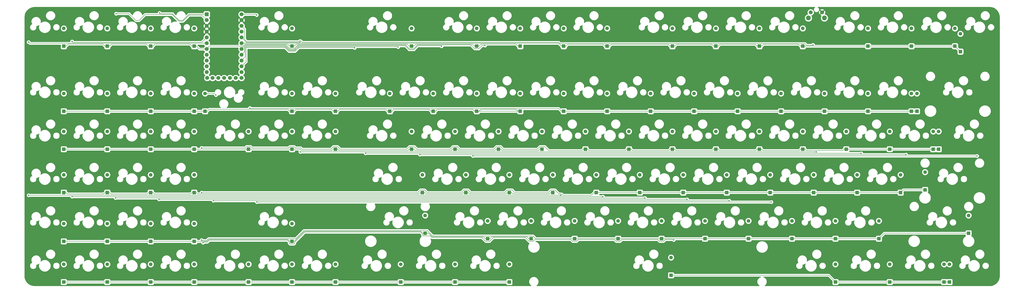
<source format=gbr>
G04 #@! TF.GenerationSoftware,KiCad,Pcbnew,(5.0.1)-4*
G04 #@! TF.CreationDate,2019-03-27T07:27:33+08:00*
G04 #@! TF.ProjectId,south-chonk,736F7574682D63686F6E6B2E6B696361,1*
G04 #@! TF.SameCoordinates,Original*
G04 #@! TF.FileFunction,Copper,L1,Top,Signal*
G04 #@! TF.FilePolarity,Positive*
%FSLAX46Y46*%
G04 Gerber Fmt 4.6, Leading zero omitted, Abs format (unit mm)*
G04 Created by KiCad (PCBNEW (5.0.1)-4) date 3/27/2019 7:27:33 AM*
%MOMM*%
%LPD*%
G01*
G04 APERTURE LIST*
G04 #@! TA.AperFunction,ComponentPad*
%ADD10R,1.752600X1.752600*%
G04 #@! TD*
G04 #@! TA.AperFunction,ComponentPad*
%ADD11C,1.752600*%
G04 #@! TD*
G04 #@! TA.AperFunction,ComponentPad*
%ADD12R,1.600000X1.600000*%
G04 #@! TD*
G04 #@! TA.AperFunction,ComponentPad*
%ADD13C,1.600000*%
G04 #@! TD*
G04 #@! TA.AperFunction,ComponentPad*
%ADD14C,2.100000*%
G04 #@! TD*
G04 #@! TA.AperFunction,ComponentPad*
%ADD15C,1.750000*%
G04 #@! TD*
G04 #@! TA.AperFunction,ViaPad*
%ADD16C,0.600000*%
G04 #@! TD*
G04 #@! TA.AperFunction,Conductor*
%ADD17C,0.203200*%
G04 #@! TD*
G04 #@! TA.AperFunction,Conductor*
%ADD18C,0.254000*%
G04 #@! TD*
G04 APERTURE END LIST*
D10*
G04 #@! TO.P,U1,1*
G04 #@! TO.N,/D3*
X99536000Y-22939400D03*
D11*
G04 #@! TO.P,U1,2*
G04 #@! TO.N,/D2*
X99536000Y-25479400D03*
G04 #@! TO.P,U1,3*
G04 #@! TO.N,GND*
X99536000Y-28019400D03*
G04 #@! TO.P,U1,4*
X99536000Y-30559400D03*
G04 #@! TO.P,U1,5*
G04 #@! TO.N,/D1*
X99536000Y-33099400D03*
G04 #@! TO.P,U1,6*
G04 #@! TO.N,/D0*
X99536000Y-35639400D03*
G04 #@! TO.P,U1,7*
G04 #@! TO.N,/D4*
X99536000Y-38179400D03*
G04 #@! TO.P,U1,8*
G04 #@! TO.N,/C6*
X99536000Y-40719400D03*
G04 #@! TO.P,U1,9*
G04 #@! TO.N,/D7*
X99536000Y-43259400D03*
G04 #@! TO.P,U1,10*
G04 #@! TO.N,/E6*
X99536000Y-45799400D03*
G04 #@! TO.P,U1,11*
G04 #@! TO.N,/B4*
X99536000Y-48339400D03*
G04 #@! TO.P,U1,13*
G04 #@! TO.N,/B6*
X114776000Y-50879400D03*
G04 #@! TO.P,U1,14*
G04 #@! TO.N,/B2*
X114776000Y-48339400D03*
G04 #@! TO.P,U1,15*
G04 #@! TO.N,/B3*
X114776000Y-45799400D03*
G04 #@! TO.P,U1,16*
G04 #@! TO.N,/B1*
X114776000Y-43259400D03*
G04 #@! TO.P,U1,17*
G04 #@! TO.N,/F7*
X114776000Y-40719400D03*
G04 #@! TO.P,U1,18*
G04 #@! TO.N,/F6*
X114776000Y-38179400D03*
G04 #@! TO.P,U1,19*
G04 #@! TO.N,/F5*
X114776000Y-35639400D03*
G04 #@! TO.P,U1,20*
G04 #@! TO.N,/F4*
X114776000Y-33099400D03*
G04 #@! TO.P,U1,21*
G04 #@! TO.N,+5V*
X114776000Y-30559400D03*
G04 #@! TO.P,U1,22*
G04 #@! TO.N,RST*
X114776000Y-28019400D03*
G04 #@! TO.P,U1,23*
G04 #@! TO.N,GND*
X114776000Y-25479400D03*
G04 #@! TO.P,U1,12*
G04 #@! TO.N,/B5*
X99764600Y-50879400D03*
G04 #@! TO.P,U1,24*
G04 #@! TO.N,/B0*
X114776000Y-22939400D03*
G04 #@! TO.P,U1,29*
G04 #@! TO.N,/F0*
X112236000Y-50879400D03*
G04 #@! TO.P,U1,28*
G04 #@! TO.N,/F1*
X109696000Y-50879400D03*
G04 #@! TO.P,U1,27*
G04 #@! TO.N,/C7*
X107156000Y-50879400D03*
G04 #@! TO.P,U1,26*
G04 #@! TO.N,/D5*
X104616000Y-50879400D03*
G04 #@! TO.P,U1,25*
G04 #@! TO.N,/B7*
X102076000Y-50879400D03*
G04 #@! TD*
D12*
G04 #@! TO.P,D1,1*
G04 #@! TO.N,/D4*
X36909400Y-36909400D03*
D13*
G04 #@! TO.P,D1,2*
G04 #@! TO.N,Net-(D1-Pad2)*
X36909400Y-29109400D03*
G04 #@! TD*
D12*
G04 #@! TO.P,D2,1*
G04 #@! TO.N,/D4*
X55959400Y-36909400D03*
D13*
G04 #@! TO.P,D2,2*
G04 #@! TO.N,Net-(D2-Pad2)*
X55959400Y-29109400D03*
G04 #@! TD*
G04 #@! TO.P,D3,2*
G04 #@! TO.N,Net-(D3-Pad2)*
X75009400Y-29109400D03*
D12*
G04 #@! TO.P,D3,1*
G04 #@! TO.N,/D4*
X75009400Y-36909400D03*
G04 #@! TD*
G04 #@! TO.P,D4,1*
G04 #@! TO.N,/D4*
X94059400Y-36909400D03*
D13*
G04 #@! TO.P,D4,2*
G04 #@! TO.N,Net-(D4-Pad2)*
X94059400Y-29109400D03*
G04 #@! TD*
G04 #@! TO.P,D5,2*
G04 #@! TO.N,Net-(D5-Pad2)*
X136922000Y-29109400D03*
D12*
G04 #@! TO.P,D5,1*
G04 #@! TO.N,/D4*
X136922000Y-36909400D03*
G04 #@! TD*
G04 #@! TO.P,D6,1*
G04 #@! TO.N,/D4*
X189310000Y-36909400D03*
D13*
G04 #@! TO.P,D6,2*
G04 #@! TO.N,Net-(D6-Pad2)*
X189310000Y-29109400D03*
G04 #@! TD*
G04 #@! TO.P,D7,2*
G04 #@! TO.N,Net-(D7-Pad2)*
X217885000Y-29109400D03*
D12*
G04 #@! TO.P,D7,1*
G04 #@! TO.N,/D4*
X217885000Y-36909400D03*
G04 #@! TD*
G04 #@! TO.P,D8,1*
G04 #@! TO.N,/D4*
X236935000Y-36909400D03*
D13*
G04 #@! TO.P,D8,2*
G04 #@! TO.N,Net-(D8-Pad2)*
X236935000Y-29109400D03*
G04 #@! TD*
G04 #@! TO.P,D9,2*
G04 #@! TO.N,Net-(D9-Pad2)*
X255985000Y-29109400D03*
D12*
G04 #@! TO.P,D9,1*
G04 #@! TO.N,/F5*
X255985000Y-36909400D03*
G04 #@! TD*
D13*
G04 #@! TO.P,D10,2*
G04 #@! TO.N,Net-(D10-Pad2)*
X275035000Y-29109400D03*
D12*
G04 #@! TO.P,D10,1*
G04 #@! TO.N,/F5*
X275035000Y-36909400D03*
G04 #@! TD*
D13*
G04 #@! TO.P,D11,2*
G04 #@! TO.N,Net-(D11-Pad2)*
X303610000Y-29109400D03*
D12*
G04 #@! TO.P,D11,1*
G04 #@! TO.N,/F5*
X303610000Y-36909400D03*
G04 #@! TD*
G04 #@! TO.P,D12,1*
G04 #@! TO.N,/F5*
X322660000Y-36909400D03*
D13*
G04 #@! TO.P,D12,2*
G04 #@! TO.N,Net-(D12-Pad2)*
X322660000Y-29109400D03*
G04 #@! TD*
G04 #@! TO.P,D13,2*
G04 #@! TO.N,Net-(D13-Pad2)*
X341710000Y-29109400D03*
D12*
G04 #@! TO.P,D13,1*
G04 #@! TO.N,/F5*
X341710000Y-36909400D03*
G04 #@! TD*
G04 #@! TO.P,D14,1*
G04 #@! TO.N,/F5*
X360760000Y-36909400D03*
D13*
G04 #@! TO.P,D14,2*
G04 #@! TO.N,Net-(D14-Pad2)*
X360760000Y-29109400D03*
G04 #@! TD*
G04 #@! TO.P,D15,2*
G04 #@! TO.N,Net-(D15-Pad2)*
X389335000Y-29109400D03*
D12*
G04 #@! TO.P,D15,1*
G04 #@! TO.N,/F5*
X389335000Y-36909400D03*
G04 #@! TD*
G04 #@! TO.P,D16,1*
G04 #@! TO.N,/F5*
X408385000Y-36909400D03*
D13*
G04 #@! TO.P,D16,2*
G04 #@! TO.N,Net-(D16-Pad2)*
X408385000Y-29109400D03*
G04 #@! TD*
G04 #@! TO.P,D17,2*
G04 #@! TO.N,Net-(D17-Pad2)*
X427435000Y-29109400D03*
D12*
G04 #@! TO.P,D17,1*
G04 #@! TO.N,/F5*
X427435000Y-36909400D03*
G04 #@! TD*
G04 #@! TO.P,D18,1*
G04 #@! TO.N,/F5*
X429816000Y-39290600D03*
D13*
G04 #@! TO.P,D18,2*
G04 #@! TO.N,Net-(D18-Pad2)*
X429816000Y-31490600D03*
G04 #@! TD*
D12*
G04 #@! TO.P,D19,1*
G04 #@! TO.N,/C6*
X36909400Y-65484400D03*
D13*
G04 #@! TO.P,D19,2*
G04 #@! TO.N,Net-(D19-Pad2)*
X36909400Y-57684400D03*
G04 #@! TD*
G04 #@! TO.P,D20,2*
G04 #@! TO.N,Net-(D20-Pad2)*
X55959400Y-57684400D03*
D12*
G04 #@! TO.P,D20,1*
G04 #@! TO.N,/C6*
X55959400Y-65484400D03*
G04 #@! TD*
G04 #@! TO.P,D21,1*
G04 #@! TO.N,/C6*
X75009400Y-65484400D03*
D13*
G04 #@! TO.P,D21,2*
G04 #@! TO.N,Net-(D21-Pad2)*
X75009400Y-57684400D03*
G04 #@! TD*
G04 #@! TO.P,D22,2*
G04 #@! TO.N,Net-(D22-Pad2)*
X94059312Y-57684400D03*
D12*
G04 #@! TO.P,D22,1*
G04 #@! TO.N,/C6*
X94059312Y-65484400D03*
G04 #@! TD*
G04 #@! TO.P,D23,1*
G04 #@! TO.N,/C6*
X98821900Y-65484400D03*
D13*
G04 #@! TO.P,D23,2*
G04 #@! TO.N,Net-(D23-Pad2)*
X98821900Y-57684400D03*
G04 #@! TD*
G04 #@! TO.P,D24,2*
G04 #@! TO.N,Net-(D24-Pad2)*
X136922000Y-57684400D03*
D12*
G04 #@! TO.P,D24,1*
G04 #@! TO.N,/C6*
X136922000Y-65484400D03*
G04 #@! TD*
G04 #@! TO.P,D25,1*
G04 #@! TO.N,/C6*
X155972000Y-65484400D03*
D13*
G04 #@! TO.P,D25,2*
G04 #@! TO.N,Net-(D25-Pad2)*
X155972000Y-57684400D03*
G04 #@! TD*
G04 #@! TO.P,D26,2*
G04 #@! TO.N,Net-(D26-Pad2)*
X179785000Y-57684400D03*
D12*
G04 #@! TO.P,D26,1*
G04 #@! TO.N,/C6*
X179785000Y-65484400D03*
G04 #@! TD*
G04 #@! TO.P,D27,1*
G04 #@! TO.N,/C6*
X198835000Y-65484400D03*
D13*
G04 #@! TO.P,D27,2*
G04 #@! TO.N,Net-(D27-Pad2)*
X198835000Y-57684400D03*
G04 #@! TD*
G04 #@! TO.P,D28,2*
G04 #@! TO.N,Net-(D28-Pad2)*
X217885000Y-57684400D03*
D12*
G04 #@! TO.P,D28,1*
G04 #@! TO.N,/C6*
X217885000Y-65484400D03*
G04 #@! TD*
G04 #@! TO.P,D29,1*
G04 #@! TO.N,/C6*
X236935000Y-65484400D03*
D13*
G04 #@! TO.P,D29,2*
G04 #@! TO.N,Net-(D29-Pad2)*
X236935000Y-57684400D03*
G04 #@! TD*
G04 #@! TO.P,D30,2*
G04 #@! TO.N,Net-(D30-Pad2)*
X255985000Y-57684400D03*
D12*
G04 #@! TO.P,D30,1*
G04 #@! TO.N,/B2*
X255985000Y-65484400D03*
G04 #@! TD*
G04 #@! TO.P,D31,1*
G04 #@! TO.N,/B2*
X275035000Y-65484400D03*
D13*
G04 #@! TO.P,D31,2*
G04 #@! TO.N,Net-(D31-Pad2)*
X275035000Y-57684400D03*
G04 #@! TD*
G04 #@! TO.P,D32,2*
G04 #@! TO.N,Net-(D32-Pad2)*
X294085000Y-57684400D03*
D12*
G04 #@! TO.P,D32,1*
G04 #@! TO.N,/B2*
X294085000Y-65484400D03*
G04 #@! TD*
G04 #@! TO.P,D33,1*
G04 #@! TO.N,/B2*
X313135000Y-65484400D03*
D13*
G04 #@! TO.P,D33,2*
G04 #@! TO.N,Net-(D33-Pad2)*
X313135000Y-57684400D03*
G04 #@! TD*
G04 #@! TO.P,D34,2*
G04 #@! TO.N,Net-(D34-Pad2)*
X332185000Y-57684400D03*
D12*
G04 #@! TO.P,D34,1*
G04 #@! TO.N,/B2*
X332185000Y-65484400D03*
G04 #@! TD*
G04 #@! TO.P,D35,1*
G04 #@! TO.N,/B2*
X351235000Y-65484400D03*
D13*
G04 #@! TO.P,D35,2*
G04 #@! TO.N,Net-(D35-Pad2)*
X351235000Y-57684400D03*
G04 #@! TD*
G04 #@! TO.P,D36,2*
G04 #@! TO.N,Net-(D36-Pad2)*
X370285000Y-57684400D03*
D12*
G04 #@! TO.P,D36,1*
G04 #@! TO.N,/B2*
X370285000Y-65484400D03*
G04 #@! TD*
G04 #@! TO.P,D37,1*
G04 #@! TO.N,/B2*
X389335000Y-65484400D03*
D13*
G04 #@! TO.P,D37,2*
G04 #@! TO.N,Net-(D37-Pad2)*
X389335000Y-57684400D03*
G04 #@! TD*
D12*
G04 #@! TO.P,D38,1*
G04 #@! TO.N,/B2*
X408385000Y-65484400D03*
D13*
G04 #@! TO.P,D38,2*
G04 #@! TO.N,Net-(D38-Pad2)*
X408385000Y-57684400D03*
G04 #@! TD*
D12*
G04 #@! TO.P,D39,1*
G04 #@! TO.N,/B2*
X410766000Y-65484400D03*
D13*
G04 #@! TO.P,D39,2*
G04 #@! TO.N,Net-(D39-Pad2)*
X410766000Y-57684400D03*
G04 #@! TD*
G04 #@! TO.P,D40,2*
G04 #@! TO.N,Net-(D40-Pad2)*
X36909400Y-74353200D03*
D12*
G04 #@! TO.P,D40,1*
G04 #@! TO.N,/D7*
X36909400Y-82153200D03*
G04 #@! TD*
G04 #@! TO.P,D41,1*
G04 #@! TO.N,/D7*
X55959400Y-82153200D03*
D13*
G04 #@! TO.P,D41,2*
G04 #@! TO.N,Net-(D41-Pad2)*
X55959400Y-74353200D03*
G04 #@! TD*
G04 #@! TO.P,D42,2*
G04 #@! TO.N,Net-(D42-Pad2)*
X75009400Y-74353200D03*
D12*
G04 #@! TO.P,D42,1*
G04 #@! TO.N,/D7*
X75009400Y-82153200D03*
G04 #@! TD*
G04 #@! TO.P,D43,1*
G04 #@! TO.N,/D7*
X94059400Y-82153200D03*
D13*
G04 #@! TO.P,D43,2*
G04 #@! TO.N,Net-(D43-Pad2)*
X94059400Y-74353200D03*
G04 #@! TD*
G04 #@! TO.P,D44,2*
G04 #@! TO.N,Net-(D44-Pad2)*
X117872000Y-74353200D03*
D12*
G04 #@! TO.P,D44,1*
G04 #@! TO.N,/D7*
X117872000Y-82153200D03*
G04 #@! TD*
G04 #@! TO.P,D45,1*
G04 #@! TO.N,/D7*
X136922000Y-82153200D03*
D13*
G04 #@! TO.P,D45,2*
G04 #@! TO.N,Net-(D45-Pad2)*
X136922000Y-74353200D03*
G04 #@! TD*
G04 #@! TO.P,D46,2*
G04 #@! TO.N,Net-(D46-Pad2)*
X155972000Y-74353200D03*
D12*
G04 #@! TO.P,D46,1*
G04 #@! TO.N,/D7*
X155972000Y-82153200D03*
G04 #@! TD*
D13*
G04 #@! TO.P,D47,2*
G04 #@! TO.N,Net-(D47-Pad2)*
X189310000Y-74353200D03*
D12*
G04 #@! TO.P,D47,1*
G04 #@! TO.N,/D7*
X189310000Y-82153200D03*
G04 #@! TD*
D13*
G04 #@! TO.P,D48,2*
G04 #@! TO.N,Net-(D48-Pad2)*
X208360000Y-74353200D03*
D12*
G04 #@! TO.P,D48,1*
G04 #@! TO.N,/D7*
X208360000Y-82153200D03*
G04 #@! TD*
G04 #@! TO.P,D49,1*
G04 #@! TO.N,/D7*
X227410000Y-82153200D03*
D13*
G04 #@! TO.P,D49,2*
G04 #@! TO.N,Net-(D49-Pad2)*
X227410000Y-74353200D03*
G04 #@! TD*
G04 #@! TO.P,D50,2*
G04 #@! TO.N,Net-(D50-Pad2)*
X246460000Y-74353200D03*
D12*
G04 #@! TO.P,D50,1*
G04 #@! TO.N,/D7*
X246460000Y-82153200D03*
G04 #@! TD*
G04 #@! TO.P,D51,1*
G04 #@! TO.N,/B7*
X265510000Y-82153200D03*
D13*
G04 #@! TO.P,D51,2*
G04 #@! TO.N,Net-(D51-Pad2)*
X265510000Y-74353200D03*
G04 #@! TD*
G04 #@! TO.P,D52,2*
G04 #@! TO.N,Net-(D52-Pad2)*
X284560000Y-74353200D03*
D12*
G04 #@! TO.P,D52,1*
G04 #@! TO.N,/B7*
X284560000Y-82153200D03*
G04 #@! TD*
G04 #@! TO.P,D53,1*
G04 #@! TO.N,/B7*
X303610000Y-82153200D03*
D13*
G04 #@! TO.P,D53,2*
G04 #@! TO.N,Net-(D53-Pad2)*
X303610000Y-74353200D03*
G04 #@! TD*
G04 #@! TO.P,D54,2*
G04 #@! TO.N,Net-(D54-Pad2)*
X322660000Y-74353200D03*
D12*
G04 #@! TO.P,D54,1*
G04 #@! TO.N,/B7*
X322660000Y-82153200D03*
G04 #@! TD*
G04 #@! TO.P,D55,1*
G04 #@! TO.N,/B7*
X341710000Y-82153200D03*
D13*
G04 #@! TO.P,D55,2*
G04 #@! TO.N,Net-(D55-Pad2)*
X341710000Y-74353200D03*
G04 #@! TD*
D12*
G04 #@! TO.P,D56,1*
G04 #@! TO.N,/B7*
X360760000Y-82153200D03*
D13*
G04 #@! TO.P,D56,2*
G04 #@! TO.N,Net-(D56-Pad2)*
X360760000Y-74353200D03*
G04 #@! TD*
D12*
G04 #@! TO.P,D57,1*
G04 #@! TO.N,/B7*
X379810000Y-82153200D03*
D13*
G04 #@! TO.P,D57,2*
G04 #@! TO.N,Net-(D57-Pad2)*
X379810000Y-74353200D03*
G04 #@! TD*
D12*
G04 #@! TO.P,D58,1*
G04 #@! TO.N,/B7*
X398860000Y-82153200D03*
D13*
G04 #@! TO.P,D58,2*
G04 #@! TO.N,Net-(D58-Pad2)*
X398860000Y-74353200D03*
G04 #@! TD*
G04 #@! TO.P,D59,2*
G04 #@! TO.N,Net-(D59-Pad2)*
X417910000Y-74353200D03*
D12*
G04 #@! TO.P,D59,1*
G04 #@! TO.N,/B7*
X417910000Y-82153200D03*
G04 #@! TD*
G04 #@! TO.P,D60,1*
G04 #@! TO.N,/B7*
X420291000Y-82153200D03*
D13*
G04 #@! TO.P,D60,2*
G04 #@! TO.N,Net-(D60-Pad2)*
X420291000Y-74353200D03*
G04 #@! TD*
G04 #@! TO.P,D61,2*
G04 #@! TO.N,Net-(D61-Pad2)*
X36909400Y-93403200D03*
D12*
G04 #@! TO.P,D61,1*
G04 #@! TO.N,/E6*
X36909400Y-101203200D03*
G04 #@! TD*
G04 #@! TO.P,D62,1*
G04 #@! TO.N,/E6*
X55959400Y-101203200D03*
D13*
G04 #@! TO.P,D62,2*
G04 #@! TO.N,Net-(D62-Pad2)*
X55959400Y-93403200D03*
G04 #@! TD*
G04 #@! TO.P,D63,2*
G04 #@! TO.N,Net-(D63-Pad2)*
X75009400Y-93403200D03*
D12*
G04 #@! TO.P,D63,1*
G04 #@! TO.N,/E6*
X75009400Y-101203200D03*
G04 #@! TD*
G04 #@! TO.P,D64,1*
G04 #@! TO.N,/E6*
X94059400Y-101203200D03*
D13*
G04 #@! TO.P,D64,2*
G04 #@! TO.N,Net-(D64-Pad2)*
X94059400Y-93403200D03*
G04 #@! TD*
G04 #@! TO.P,D65,2*
G04 #@! TO.N,Net-(D65-Pad2)*
X194072000Y-93403200D03*
D12*
G04 #@! TO.P,D65,1*
G04 #@! TO.N,/E6*
X194072000Y-101203200D03*
G04 #@! TD*
D13*
G04 #@! TO.P,D66,2*
G04 #@! TO.N,Net-(D66-Pad2)*
X213122000Y-93403200D03*
D12*
G04 #@! TO.P,D66,1*
G04 #@! TO.N,/E6*
X213122000Y-101203200D03*
G04 #@! TD*
D13*
G04 #@! TO.P,D67,2*
G04 #@! TO.N,Net-(D67-Pad2)*
X232172000Y-93403200D03*
D12*
G04 #@! TO.P,D67,1*
G04 #@! TO.N,/E6*
X232172000Y-101203200D03*
G04 #@! TD*
G04 #@! TO.P,D68,1*
G04 #@! TO.N,/E6*
X251222000Y-101203200D03*
D13*
G04 #@! TO.P,D68,2*
G04 #@! TO.N,Net-(D68-Pad2)*
X251222000Y-93403200D03*
G04 #@! TD*
G04 #@! TO.P,D69,2*
G04 #@! TO.N,Net-(D69-Pad2)*
X270272000Y-93403200D03*
D12*
G04 #@! TO.P,D69,1*
G04 #@! TO.N,/D5*
X270272000Y-101203200D03*
G04 #@! TD*
G04 #@! TO.P,D70,1*
G04 #@! TO.N,/D5*
X289322000Y-101203200D03*
D13*
G04 #@! TO.P,D70,2*
G04 #@! TO.N,Net-(D70-Pad2)*
X289322000Y-93403200D03*
G04 #@! TD*
G04 #@! TO.P,D71,2*
G04 #@! TO.N,Net-(D71-Pad2)*
X308372000Y-93403200D03*
D12*
G04 #@! TO.P,D71,1*
G04 #@! TO.N,/D5*
X308372000Y-101203200D03*
G04 #@! TD*
G04 #@! TO.P,D72,1*
G04 #@! TO.N,/D5*
X327422000Y-101203200D03*
D13*
G04 #@! TO.P,D72,2*
G04 #@! TO.N,Net-(D72-Pad2)*
X327422000Y-93403200D03*
G04 #@! TD*
G04 #@! TO.P,D73,2*
G04 #@! TO.N,Net-(D73-Pad2)*
X346472000Y-93403200D03*
D12*
G04 #@! TO.P,D73,1*
G04 #@! TO.N,/D5*
X346472000Y-101203200D03*
G04 #@! TD*
G04 #@! TO.P,D74,1*
G04 #@! TO.N,/D5*
X365522000Y-101203200D03*
D13*
G04 #@! TO.P,D74,2*
G04 #@! TO.N,Net-(D74-Pad2)*
X365522000Y-93403200D03*
G04 #@! TD*
D12*
G04 #@! TO.P,D75,1*
G04 #@! TO.N,/D5*
X384572000Y-101203200D03*
D13*
G04 #@! TO.P,D75,2*
G04 #@! TO.N,Net-(D75-Pad2)*
X384572000Y-93403200D03*
G04 #@! TD*
D12*
G04 #@! TO.P,D76,1*
G04 #@! TO.N,/D5*
X403622000Y-101203200D03*
D13*
G04 #@! TO.P,D76,2*
G04 #@! TO.N,Net-(D76-Pad2)*
X403622000Y-93403200D03*
G04 #@! TD*
G04 #@! TO.P,D77,2*
G04 #@! TO.N,Net-(D77-Pad2)*
X414338000Y-92212600D03*
D12*
G04 #@! TO.P,D77,1*
G04 #@! TO.N,/D5*
X414338000Y-100012600D03*
G04 #@! TD*
D13*
G04 #@! TO.P,D78,2*
G04 #@! TO.N,Net-(D78-Pad2)*
X36909400Y-114834000D03*
D12*
G04 #@! TO.P,D78,1*
G04 #@! TO.N,/B4*
X36909400Y-122634000D03*
G04 #@! TD*
G04 #@! TO.P,D79,1*
G04 #@! TO.N,/B4*
X55959400Y-122634000D03*
D13*
G04 #@! TO.P,D79,2*
G04 #@! TO.N,Net-(D79-Pad2)*
X55959400Y-114834000D03*
G04 #@! TD*
G04 #@! TO.P,D80,2*
G04 #@! TO.N,Net-(D80-Pad2)*
X75009400Y-114834000D03*
D12*
G04 #@! TO.P,D80,1*
G04 #@! TO.N,/B4*
X75009400Y-122634000D03*
G04 #@! TD*
D13*
G04 #@! TO.P,D81,2*
G04 #@! TO.N,Net-(D81-Pad2)*
X94059400Y-114834000D03*
D12*
G04 #@! TO.P,D81,1*
G04 #@! TO.N,/B4*
X94059400Y-122634000D03*
G04 #@! TD*
G04 #@! TO.P,D82,1*
G04 #@! TO.N,/B4*
X136922000Y-122634000D03*
D13*
G04 #@! TO.P,D82,2*
G04 #@! TO.N,Net-(D82-Pad2)*
X136922000Y-114834000D03*
G04 #@! TD*
G04 #@! TO.P,D83,2*
G04 #@! TO.N,Net-(D83-Pad2)*
X195263000Y-111263000D03*
D12*
G04 #@! TO.P,D83,1*
G04 #@! TO.N,/B4*
X195263000Y-119063000D03*
G04 #@! TD*
D13*
G04 #@! TO.P,D84,2*
G04 #@! TO.N,Net-(D84-Pad2)*
X222647000Y-113644000D03*
D12*
G04 #@! TO.P,D84,1*
G04 #@! TO.N,/B4*
X222647000Y-121444000D03*
G04 #@! TD*
G04 #@! TO.P,D85,1*
G04 #@! TO.N,/B4*
X241697000Y-121444000D03*
D13*
G04 #@! TO.P,D85,2*
G04 #@! TO.N,Net-(D85-Pad2)*
X241697000Y-113644000D03*
G04 #@! TD*
G04 #@! TO.P,D86,2*
G04 #@! TO.N,Net-(D86-Pad2)*
X260747000Y-113644000D03*
D12*
G04 #@! TO.P,D86,1*
G04 #@! TO.N,/C7*
X260747000Y-121444000D03*
G04 #@! TD*
D13*
G04 #@! TO.P,D87,2*
G04 #@! TO.N,Net-(D87-Pad2)*
X279797000Y-113644000D03*
D12*
G04 #@! TO.P,D87,1*
G04 #@! TO.N,/C7*
X279797000Y-121444000D03*
G04 #@! TD*
G04 #@! TO.P,D88,1*
G04 #@! TO.N,/C7*
X298847000Y-121444000D03*
D13*
G04 #@! TO.P,D88,2*
G04 #@! TO.N,Net-(D88-Pad2)*
X298847000Y-113644000D03*
G04 #@! TD*
D12*
G04 #@! TO.P,D89,1*
G04 #@! TO.N,/C7*
X317897000Y-121444000D03*
D13*
G04 #@! TO.P,D89,2*
G04 #@! TO.N,Net-(D89-Pad2)*
X317897000Y-113644000D03*
G04 #@! TD*
G04 #@! TO.P,D90,2*
G04 #@! TO.N,Net-(D90-Pad2)*
X336947000Y-113644000D03*
D12*
G04 #@! TO.P,D90,1*
G04 #@! TO.N,/C7*
X336947000Y-121444000D03*
G04 #@! TD*
D13*
G04 #@! TO.P,D91,2*
G04 #@! TO.N,Net-(D91-Pad2)*
X355997000Y-113644000D03*
D12*
G04 #@! TO.P,D91,1*
G04 #@! TO.N,/C7*
X355997000Y-121444000D03*
G04 #@! TD*
G04 #@! TO.P,D92,1*
G04 #@! TO.N,/C7*
X375047000Y-121444000D03*
D13*
G04 #@! TO.P,D92,2*
G04 #@! TO.N,Net-(D92-Pad2)*
X375047000Y-113644000D03*
G04 #@! TD*
D12*
G04 #@! TO.P,D93,1*
G04 #@! TO.N,/C7*
X394097000Y-121444000D03*
D13*
G04 #@! TO.P,D93,2*
G04 #@! TO.N,Net-(D93-Pad2)*
X394097000Y-113644000D03*
G04 #@! TD*
G04 #@! TO.P,D94,2*
G04 #@! TO.N,Net-(D94-Pad2)*
X433388000Y-111263000D03*
D12*
G04 #@! TO.P,D94,1*
G04 #@! TO.N,/C7*
X433388000Y-119063000D03*
G04 #@! TD*
D13*
G04 #@! TO.P,D95,2*
G04 #@! TO.N,Net-(D95-Pad2)*
X36909400Y-132694000D03*
D12*
G04 #@! TO.P,D95,1*
G04 #@! TO.N,/B5*
X36909400Y-140494000D03*
G04 #@! TD*
D13*
G04 #@! TO.P,D96,2*
G04 #@! TO.N,Net-(D96-Pad2)*
X55959400Y-132694000D03*
D12*
G04 #@! TO.P,D96,1*
G04 #@! TO.N,/B5*
X55959400Y-140494000D03*
G04 #@! TD*
D13*
G04 #@! TO.P,D97,2*
G04 #@! TO.N,Net-(D97-Pad2)*
X75009400Y-132694000D03*
D12*
G04 #@! TO.P,D97,1*
G04 #@! TO.N,/B5*
X75009400Y-140494000D03*
G04 #@! TD*
D13*
G04 #@! TO.P,D98,2*
G04 #@! TO.N,Net-(D98-Pad2)*
X94059400Y-132694000D03*
D12*
G04 #@! TO.P,D98,1*
G04 #@! TO.N,/B5*
X94059400Y-140494000D03*
G04 #@! TD*
G04 #@! TO.P,D99,1*
G04 #@! TO.N,/B5*
X117872000Y-140494000D03*
D13*
G04 #@! TO.P,D99,2*
G04 #@! TO.N,Net-(D99-Pad2)*
X117872000Y-132694000D03*
G04 #@! TD*
D12*
G04 #@! TO.P,D100,1*
G04 #@! TO.N,/B5*
X136922000Y-140494000D03*
D13*
G04 #@! TO.P,D100,2*
G04 #@! TO.N,Net-(D100-Pad2)*
X136922000Y-132694000D03*
G04 #@! TD*
D12*
G04 #@! TO.P,D101,1*
G04 #@! TO.N,/B5*
X155972000Y-140494000D03*
D13*
G04 #@! TO.P,D101,2*
G04 #@! TO.N,Net-(D101-Pad2)*
X155972000Y-132694000D03*
G04 #@! TD*
G04 #@! TO.P,D102,2*
G04 #@! TO.N,Net-(D102-Pad2)*
X184547000Y-132694000D03*
D12*
G04 #@! TO.P,D102,1*
G04 #@! TO.N,/B5*
X184547000Y-140494000D03*
G04 #@! TD*
G04 #@! TO.P,D103,1*
G04 #@! TO.N,/B5*
X208360000Y-140494000D03*
D13*
G04 #@! TO.P,D103,2*
G04 #@! TO.N,Net-(D103-Pad2)*
X208360000Y-132694000D03*
G04 #@! TD*
D12*
G04 #@! TO.P,D104,1*
G04 #@! TO.N,/B5*
X232172000Y-140494000D03*
D13*
G04 #@! TO.P,D104,2*
G04 #@! TO.N,Net-(D104-Pad2)*
X232172000Y-132694000D03*
G04 #@! TD*
D12*
G04 #@! TO.P,D105,1*
G04 #@! TO.N,/F1*
X303014000Y-137517000D03*
D13*
G04 #@! TO.P,D105,2*
G04 #@! TO.N,Net-(D105-Pad2)*
X303014000Y-129717000D03*
G04 #@! TD*
D12*
G04 #@! TO.P,D106,1*
G04 #@! TO.N,/F1*
X375047000Y-140494000D03*
D13*
G04 #@! TO.P,D106,2*
G04 #@! TO.N,Net-(D106-Pad2)*
X375047000Y-132694000D03*
G04 #@! TD*
G04 #@! TO.P,D107,2*
G04 #@! TO.N,Net-(D107-Pad2)*
X398860000Y-132694000D03*
D12*
G04 #@! TO.P,D107,1*
G04 #@! TO.N,/F1*
X398860000Y-140494000D03*
G04 #@! TD*
D13*
G04 #@! TO.P,D108,2*
G04 #@! TO.N,Net-(D108-Pad2)*
X422672000Y-132694000D03*
D12*
G04 #@! TO.P,D108,1*
G04 #@! TO.N,/F1*
X422672000Y-140494000D03*
G04 #@! TD*
D13*
G04 #@! TO.P,D109,2*
G04 #@! TO.N,Net-(D109-Pad2)*
X425053000Y-132694000D03*
D12*
G04 #@! TO.P,D109,1*
G04 #@! TO.N,/F1*
X425053000Y-140494000D03*
G04 #@! TD*
D14*
G04 #@! TO.P,SW-RST1,*
G04 #@! TO.N,*
X363202208Y-24535936D03*
D15*
G04 #@! TO.P,SW-RST1,2*
G04 #@! TO.N,RST*
X364212208Y-22045936D03*
G04 #@! TO.P,SW-RST1,1*
G04 #@! TO.N,GND*
X369212208Y-22045936D03*
D14*
G04 #@! TO.P,SW-RST1,*
G04 #@! TO.N,*
X370212208Y-24535936D03*
G04 #@! TD*
D16*
G04 #@! TO.N,Net-(D23-Pad2)*
X103584304Y-58340592D03*
G04 #@! TO.N,/D3*
X310083000Y-104180000D03*
X78640000Y-104180000D03*
X78878856Y-22324216D03*
G04 #@! TO.N,/D2*
X291628000Y-103584000D03*
X59590000Y-103584000D03*
X59828872Y-22621872D03*
G04 #@! TO.N,/D1*
X273173000Y-102989000D03*
X40540000Y-102989000D03*
X40540000Y-34825768D03*
G04 #@! TO.N,/D0*
X254719000Y-102394000D03*
X21490000Y-102394000D03*
X21490000Y-35123424D03*
G04 #@! TO.N,/B6*
X328537000Y-104775000D03*
X102452000Y-104775000D03*
G04 #@! TO.N,/B2*
X118467104Y-64095322D03*
G04 #@! TO.N,/B3*
X386358000Y-83939100D03*
X169128000Y-83939100D03*
X164365000Y-37666640D03*
G04 #@! TO.N,/B1*
X406003000Y-84534400D03*
X192940000Y-84534400D03*
X183415000Y-37300870D03*
G04 #@! TO.N,/F7*
X437151000Y-85129700D03*
X216157000Y-85129700D03*
X202465000Y-36935100D03*
G04 #@! TO.N,/F6*
X221515000Y-36611704D03*
G04 #@! TO.N,/F4*
X366713000Y-83343800D03*
X140552000Y-83343800D03*
X140493648Y-35075240D03*
G04 #@! TO.N,RST*
X365223928Y-36345240D03*
G04 #@! TO.N,/B0*
X346992000Y-105370000D03*
X121502000Y-105370000D03*
X121443836Y-23217191D03*
G04 #@! TO.N,/F1*
X304204448Y-122008160D03*
X97928840Y-123198160D03*
G04 #@! TO.N,/C7*
X97277176Y-122069840D03*
G04 #@! TO.N,/D5*
X97277176Y-101203056D03*
G04 #@! TO.N,/B7*
X97277176Y-81557760D03*
G04 #@! TO.N,GND*
X97333528Y-36909360D03*
X97035872Y-46136696D03*
X97631184Y-49708568D03*
X107156176Y-43160136D03*
X98226496Y-52685128D03*
X101500712Y-54173408D03*
X20538280Y-38099984D03*
X20538280Y-66674960D03*
X20538280Y-85724944D03*
X20538280Y-104774928D03*
X20538280Y-123824912D03*
X98821808Y-67567928D03*
G04 #@! TD*
D17*
G04 #@! TO.N,Net-(D23-Pad2)*
X102928112Y-57684400D02*
X98821900Y-57684400D01*
X103584304Y-58340592D02*
X102928112Y-57684400D01*
G04 #@! TO.N,/D3*
X78640000Y-104180000D02*
X310083000Y-104180000D01*
X99536000Y-22939400D02*
X91658192Y-22939400D01*
X91658192Y-22939400D02*
X88999160Y-25598432D01*
X88999160Y-25598432D02*
X87510880Y-25598432D01*
X84534326Y-22621878D02*
X83046040Y-22621878D01*
X87510880Y-25598432D02*
X84534326Y-22621878D01*
X79176518Y-22621878D02*
X78878856Y-22324216D01*
X80069480Y-22621878D02*
X79176518Y-22621878D01*
X80069480Y-22621878D02*
X83046040Y-22621878D01*
G04 #@! TO.N,/D2*
X291628000Y-103584000D02*
X59590000Y-103584000D01*
X68460896Y-25598432D02*
X65484336Y-22621872D01*
X69949176Y-25598432D02*
X68460896Y-25598432D01*
X72559960Y-22987648D02*
X69949176Y-25598432D01*
X99536000Y-25479400D02*
X97361770Y-23305170D01*
X91809698Y-23305170D02*
X89150666Y-25964202D01*
X97361770Y-23305170D02*
X91809698Y-23305170D01*
X89150666Y-25964202D02*
X87359374Y-25964202D01*
X87359374Y-25964202D02*
X84382820Y-22987648D01*
X84382820Y-22987648D02*
X72559960Y-22987648D01*
X65484336Y-22621872D02*
X59828872Y-22621872D01*
G04 #@! TO.N,/D1*
X40540000Y-102989000D02*
X273173000Y-102989000D01*
X99536000Y-33099400D02*
X97361770Y-35273630D01*
X97361770Y-35273630D02*
X41374200Y-35273630D01*
X41374200Y-35273630D02*
X40987862Y-35273630D01*
X40987862Y-35273630D02*
X40540000Y-34825768D01*
G04 #@! TO.N,/D0*
X21490000Y-102394000D02*
X254719000Y-102394000D01*
X99536000Y-35639400D02*
X22919528Y-35639400D01*
X22919528Y-35639400D02*
X22005976Y-35639400D01*
X22005976Y-35639400D02*
X21490000Y-35123424D01*
G04 #@! TO.N,/D4*
X36909400Y-36909400D02*
X37912600Y-36909400D01*
X54956200Y-36909400D02*
X54051970Y-36005170D01*
X55959400Y-36909400D02*
X54956200Y-36909400D01*
X38805608Y-36016392D02*
X38816830Y-36005170D01*
X38816830Y-36005170D02*
X38695296Y-36126704D01*
X39588264Y-36005170D02*
X38816830Y-36005170D01*
X38695296Y-36126704D02*
X38805608Y-36016392D01*
X37912600Y-36909400D02*
X38695296Y-36126704D01*
X54051970Y-36005170D02*
X39588264Y-36005170D01*
X56962600Y-36909400D02*
X57866830Y-36005170D01*
X55959400Y-36909400D02*
X56962600Y-36909400D01*
X74006200Y-36909400D02*
X73101970Y-36005170D01*
X75009400Y-36909400D02*
X74006200Y-36909400D01*
X73101970Y-36005170D02*
X57866830Y-36005170D01*
X76012600Y-36909400D02*
X76916830Y-36005170D01*
X75009400Y-36909400D02*
X76012600Y-36909400D01*
X94059400Y-36909400D02*
X93056200Y-36909400D01*
X92151970Y-36005170D02*
X76916830Y-36005170D01*
X93056200Y-36909400D02*
X92151970Y-36005170D01*
X95062600Y-36909400D02*
X94059400Y-36909400D01*
X96332600Y-38179400D02*
X95955528Y-37802328D01*
X99536000Y-38179400D02*
X96332600Y-38179400D01*
X95062600Y-36909400D02*
X95955528Y-37802328D01*
X216881800Y-36909400D02*
X215977570Y-36005170D01*
X217885000Y-36909400D02*
X216881800Y-36909400D01*
X188306800Y-36909400D02*
X187402570Y-36005170D01*
X189310000Y-36909400D02*
X188306800Y-36909400D01*
X137925200Y-36909400D02*
X138829430Y-36005170D01*
X136922000Y-36909400D02*
X137925200Y-36909400D01*
X135918800Y-36909400D02*
X136922000Y-36909400D01*
X135014570Y-36005170D02*
X135918800Y-36909400D01*
X116394734Y-36005170D02*
X135014570Y-36005170D01*
X115490504Y-36909400D02*
X116394734Y-36005170D01*
X99536000Y-38179400D02*
X100806000Y-36909400D01*
X100806000Y-36909400D02*
X115490504Y-36909400D01*
X138829430Y-36005170D02*
X187402570Y-36005170D01*
X190313200Y-36909400D02*
X189310000Y-36909400D01*
X191217430Y-36005170D02*
X190313200Y-36909400D01*
X191217430Y-36005170D02*
X215977570Y-36005170D01*
X236935000Y-36909400D02*
X235931800Y-36909400D01*
X235931800Y-36909400D02*
X235027570Y-36005170D01*
X218888200Y-36909400D02*
X219792430Y-36005170D01*
X217885000Y-36909400D02*
X218888200Y-36909400D01*
X219792430Y-36005170D02*
X235027570Y-36005170D01*
G04 #@! TO.N,/C6*
X75009400Y-65484400D02*
X55959400Y-65484400D01*
X96440700Y-65484400D02*
X75009400Y-65484400D01*
X98821900Y-65484400D02*
X96440700Y-65484400D01*
X55959400Y-65484400D02*
X36909400Y-65484400D01*
X236935000Y-65484400D02*
X217885000Y-65484400D01*
X99825100Y-65484400D02*
X100650018Y-64659482D01*
X98821900Y-65484400D02*
X99825100Y-65484400D01*
X135918800Y-65484400D02*
X135093882Y-64659482D01*
X136922000Y-65484400D02*
X135918800Y-65484400D01*
X137925200Y-65484400D02*
X138750118Y-64659482D01*
X136922000Y-65484400D02*
X137925200Y-65484400D01*
X154968800Y-65484400D02*
X154143882Y-64659482D01*
X155972000Y-65484400D02*
X154968800Y-65484400D01*
X156975200Y-65484400D02*
X157800118Y-64659482D01*
X155972000Y-65484400D02*
X156975200Y-65484400D01*
X178781800Y-65484400D02*
X177956882Y-64659482D01*
X179785000Y-65484400D02*
X178781800Y-65484400D01*
X180788200Y-65484400D02*
X181613118Y-64659482D01*
X179785000Y-65484400D02*
X180788200Y-65484400D01*
X197831800Y-65484400D02*
X197006882Y-64659482D01*
X198835000Y-65484400D02*
X197831800Y-65484400D01*
X199838200Y-65484400D02*
X200663118Y-64659482D01*
X198835000Y-65484400D02*
X199838200Y-65484400D01*
X216881800Y-65484400D02*
X216056882Y-64659482D01*
X217885000Y-65484400D02*
X216881800Y-65484400D01*
X218888200Y-65484400D02*
X217885000Y-65484400D01*
X219713118Y-64659482D02*
X218888200Y-65484400D01*
X235106882Y-64659482D02*
X219713118Y-64659482D01*
X235931800Y-65484400D02*
X235106882Y-64659482D01*
X236935000Y-65484400D02*
X235931800Y-65484400D01*
X216056882Y-64659482D02*
X200663118Y-64659482D01*
X197006882Y-64659482D02*
X181613118Y-64659482D01*
X177956882Y-64659482D02*
X157800118Y-64659482D01*
X154143882Y-64659482D02*
X138750118Y-64659482D01*
X135093882Y-64659482D02*
X100650018Y-64659482D01*
G04 #@! TO.N,/D7*
X55959400Y-82153200D02*
X75009400Y-82153200D01*
X36909400Y-82153200D02*
X55959400Y-82153200D01*
X94059400Y-82153200D02*
X117872000Y-82153200D01*
X75009400Y-82153200D02*
X94059400Y-82153200D01*
X117872000Y-82153200D02*
X136922000Y-82153200D01*
X189310000Y-82153200D02*
X188306000Y-82153200D01*
X188306000Y-82153200D02*
X187711000Y-82748500D01*
X187711000Y-82748500D02*
X157571000Y-82748500D01*
X157571000Y-82748500D02*
X156975000Y-82153200D01*
X156975000Y-82153200D02*
X155972000Y-82153200D01*
X208360000Y-82153200D02*
X207356000Y-82153200D01*
X207356000Y-82153200D02*
X206761000Y-82748500D01*
X206761000Y-82748500D02*
X190908000Y-82748500D01*
X190908000Y-82748500D02*
X190313000Y-82153200D01*
X190313000Y-82153200D02*
X189310000Y-82153200D01*
X227410000Y-82153200D02*
X226406000Y-82153200D01*
X226406000Y-82153200D02*
X225811000Y-82748500D01*
X225811000Y-82748500D02*
X209958000Y-82748500D01*
X209958000Y-82748500D02*
X209363000Y-82153200D01*
X209363000Y-82153200D02*
X208360000Y-82153200D01*
X246460000Y-82153200D02*
X245456000Y-82153200D01*
X245456000Y-82153200D02*
X244861000Y-82748500D01*
X244861000Y-82748500D02*
X229008000Y-82748500D01*
X229008000Y-82748500D02*
X228413000Y-82153200D01*
X228413000Y-82153200D02*
X227410000Y-82153200D01*
X155972000Y-82153200D02*
X154969000Y-82153200D01*
X154969000Y-82153200D02*
X154373000Y-82748500D01*
X154373000Y-82748500D02*
X141089000Y-82748500D01*
X141089000Y-82748500D02*
X140494000Y-82153200D01*
X140494000Y-82153200D02*
X136922000Y-82153200D01*
G04 #@! TO.N,/E6*
X55959400Y-101203000D02*
X56962600Y-101203000D01*
X56962600Y-101203000D02*
X57557900Y-101799000D01*
X57557900Y-101799000D02*
X73410900Y-101799000D01*
X73410900Y-101799000D02*
X74006200Y-101203000D01*
X74006200Y-101203000D02*
X75009400Y-101203000D01*
X36909600Y-101203000D02*
X37912600Y-101203000D01*
X37912600Y-101203000D02*
X38507900Y-101799000D01*
X38507900Y-101799000D02*
X54360900Y-101799000D01*
X54360900Y-101799000D02*
X54956200Y-101203000D01*
X54956200Y-101203000D02*
X55959400Y-101203000D01*
X55959400Y-101203000D02*
X55959400Y-101203200D01*
X94059400Y-101203000D02*
X95062600Y-101203000D01*
X95062600Y-101203000D02*
X95658000Y-101799000D01*
X95658000Y-101799000D02*
X192474000Y-101799000D01*
X192474000Y-101799000D02*
X193069000Y-101203000D01*
X193069000Y-101203000D02*
X194072000Y-101203000D01*
X75009400Y-101203000D02*
X76012600Y-101203000D01*
X76012600Y-101203000D02*
X76607900Y-101799000D01*
X76607900Y-101799000D02*
X92460900Y-101799000D01*
X92460900Y-101799000D02*
X93056200Y-101203000D01*
X93056200Y-101203000D02*
X94059400Y-101203000D01*
X94059400Y-101203000D02*
X94059400Y-101203200D01*
X36909600Y-101203000D02*
X36909400Y-101203200D01*
X36909400Y-101203000D02*
X36909600Y-101203000D01*
X75009400Y-101203000D02*
X75009400Y-101203200D01*
X194072000Y-101203000D02*
X194072000Y-101203200D01*
X213122000Y-101203000D02*
X213122000Y-101203200D01*
X232172000Y-101203000D02*
X232172000Y-101203200D01*
X251221800Y-101203000D02*
X251222000Y-101203200D01*
X251222000Y-101203000D02*
X251221800Y-101203000D01*
X212119000Y-101203000D02*
X213122000Y-101203000D01*
X211524000Y-101799000D02*
X212119000Y-101203000D01*
X195671000Y-101799000D02*
X211524000Y-101799000D01*
X194072000Y-101203000D02*
X195075000Y-101203000D01*
X195075000Y-101203000D02*
X195671000Y-101799000D01*
X231169000Y-101203000D02*
X232172000Y-101203000D01*
X230574492Y-101798507D02*
X231169000Y-101203000D01*
X230573999Y-101799000D02*
X230574492Y-101798507D01*
X214721000Y-101799000D02*
X230573999Y-101799000D01*
X214125000Y-101203000D02*
X214721000Y-101799000D01*
X213122000Y-101203000D02*
X214125000Y-101203000D01*
X250219000Y-101203000D02*
X251221800Y-101203000D01*
X249624000Y-101799000D02*
X250219000Y-101203000D01*
X233771000Y-101799000D02*
X249624000Y-101799000D01*
X232172000Y-101203000D02*
X233175000Y-101203000D01*
X233175000Y-101203000D02*
X233771000Y-101799000D01*
G04 #@! TO.N,/B4*
X55959400Y-122634000D02*
X75009400Y-122634000D01*
X36909400Y-122634000D02*
X55959400Y-122634000D01*
X75009400Y-122634000D02*
X94059400Y-122634000D01*
X135918800Y-122634000D02*
X135094234Y-121809434D01*
X136922000Y-122634000D02*
X135918800Y-122634000D01*
X135094234Y-121809434D02*
X100539630Y-121809434D01*
X99715064Y-122634000D02*
X99119464Y-122634000D01*
X100539630Y-121809434D02*
X99715064Y-122634000D01*
X94059400Y-122634000D02*
X99119464Y-122634000D01*
X137925200Y-122634000D02*
X136922000Y-122634000D01*
X142321638Y-118237562D02*
X137925200Y-122634000D01*
X193434362Y-118237562D02*
X142321638Y-118237562D01*
X194259800Y-119063000D02*
X193434362Y-118237562D01*
X195263000Y-119063000D02*
X194259800Y-119063000D01*
X196829252Y-119063000D02*
X195263000Y-119063000D01*
X198385062Y-120618810D02*
X196829252Y-119063000D01*
X220818610Y-120618810D02*
X198385062Y-120618810D01*
X221643800Y-121444000D02*
X220818610Y-120618810D01*
X222647000Y-121444000D02*
X221643800Y-121444000D01*
X223650200Y-121444000D02*
X224475390Y-120618810D01*
X222647000Y-121444000D02*
X223650200Y-121444000D01*
X239868610Y-120618810D02*
X224475390Y-120618810D01*
X240693800Y-121444000D02*
X239868610Y-120618810D01*
X241697000Y-121444000D02*
X240693800Y-121444000D01*
G04 #@! TO.N,/B6*
X328537000Y-104775000D02*
X102452000Y-104775000D01*
G04 #@! TO.N,/B2*
X313135000Y-65484400D02*
X294085000Y-65484400D01*
X332185000Y-65484400D02*
X313135000Y-65484400D01*
X275035000Y-65484400D02*
X255985000Y-65484400D01*
X294085000Y-65484400D02*
X275035000Y-65484400D01*
X351235000Y-65484400D02*
X332185000Y-65484400D01*
X370285000Y-65484400D02*
X351235000Y-65484400D01*
X389335000Y-65484400D02*
X370285000Y-65484400D01*
X408385000Y-65484400D02*
X389335000Y-65484400D01*
X410766000Y-65484400D02*
X408385000Y-65484400D01*
X118665494Y-64293712D02*
X118467104Y-64095322D01*
X253791112Y-64293712D02*
X118665494Y-64293712D01*
X255985000Y-65484400D02*
X254981800Y-65484400D01*
X254981800Y-65484400D02*
X253791112Y-64293712D01*
G04 #@! TO.N,/B3*
X169128000Y-83939100D02*
X386358000Y-83939100D01*
X116817392Y-37689836D02*
X117038978Y-37468250D01*
X114776000Y-45799400D02*
X116817392Y-43758008D01*
X116817392Y-43758008D02*
X116817392Y-37689836D01*
X133845246Y-37468250D02*
X135574290Y-39197294D01*
X117038978Y-37468250D02*
X133845246Y-37468250D01*
X138269262Y-39197294D02*
X139998306Y-37468250D01*
X135574290Y-39197294D02*
X138269262Y-39197294D01*
X164166610Y-37468250D02*
X164365000Y-37666640D01*
X139998306Y-37468250D02*
X164166610Y-37468250D01*
G04 #@! TO.N,/B1*
X192940000Y-84534400D02*
X406003000Y-84534400D01*
X183216610Y-37102480D02*
X183415000Y-37300870D01*
X138117756Y-38831524D02*
X139846800Y-37102480D01*
X133996752Y-37102480D02*
X135725796Y-38831524D01*
X116887472Y-37102480D02*
X133996752Y-37102480D01*
X116451626Y-39561050D02*
X116451626Y-37538326D01*
X135725796Y-38831524D02*
X138117756Y-38831524D01*
X139846800Y-37102480D02*
X183216610Y-37102480D01*
X114776000Y-43259400D02*
X116451624Y-41583776D01*
X116451624Y-41583776D02*
X116451624Y-39561052D01*
X116451624Y-39561052D02*
X116451626Y-39561050D01*
X116451626Y-37538326D02*
X116887472Y-37102480D01*
G04 #@! TO.N,/F7*
X216157000Y-85129700D02*
X437151000Y-85129700D01*
X114776000Y-40719400D02*
X116085856Y-39409544D01*
X116085856Y-39409544D02*
X116085856Y-37386820D01*
X116085856Y-37386820D02*
X116735966Y-36736710D01*
X134148258Y-36736710D02*
X135877302Y-38465754D01*
X116735966Y-36736710D02*
X134148258Y-36736710D01*
X137966250Y-38465754D02*
X139695294Y-36736710D01*
X135877302Y-38465754D02*
X137966250Y-38465754D01*
X186535714Y-36736710D02*
X188264758Y-38465754D01*
X139695294Y-36736710D02*
X186535714Y-36736710D01*
X190353706Y-38465754D02*
X192082750Y-36736710D01*
X188264758Y-38465754D02*
X190353706Y-38465754D01*
X192082750Y-36736710D02*
X201810784Y-36736710D01*
X201810784Y-36736710D02*
X202266610Y-36736710D01*
X202266610Y-36736710D02*
X202465000Y-36935100D01*
G04 #@! TO.N,/F6*
X216991240Y-38099984D02*
X215262196Y-36370940D01*
X215262196Y-36370940D02*
X191931244Y-36370940D01*
X134299764Y-36370940D02*
X116584460Y-36370940D01*
X218777176Y-38099984D02*
X216991240Y-38099984D01*
X136028808Y-38099984D02*
X134299764Y-36370940D01*
X220265456Y-36611704D02*
X218777176Y-38099984D01*
X191931244Y-36370940D02*
X190202200Y-38099984D01*
X186687220Y-36370940D02*
X139543788Y-36370940D01*
X190202200Y-38099984D02*
X188416264Y-38099984D01*
X188416264Y-38099984D02*
X186687220Y-36370940D01*
X139543788Y-36370940D02*
X137814744Y-38099984D01*
X137814744Y-38099984D02*
X136028808Y-38099984D01*
X116584460Y-36370940D02*
X114776000Y-38179400D01*
X221515000Y-36611704D02*
X220265456Y-36611704D01*
G04 #@! TO.N,/F5*
X389335000Y-36909400D02*
X360760000Y-36909400D01*
X408385000Y-36909400D02*
X389335000Y-36909400D01*
X427435000Y-36909400D02*
X408385000Y-36909400D01*
X429816000Y-39290600D02*
X427435000Y-36909400D01*
X114776000Y-35639400D02*
X218777176Y-35639400D01*
X218777176Y-35639400D02*
X219451824Y-35639400D01*
X253711800Y-35639400D02*
X237827160Y-35639400D01*
X254981800Y-36909400D02*
X253711800Y-35639400D01*
X255985000Y-36909400D02*
X254981800Y-36909400D01*
X218777176Y-35639400D02*
X237827160Y-35639400D01*
X256988200Y-36909400D02*
X257813094Y-36084506D01*
X255985000Y-36909400D02*
X256988200Y-36909400D01*
X274031800Y-36909400D02*
X273206906Y-36084506D01*
X275035000Y-36909400D02*
X274031800Y-36909400D01*
X276038200Y-36909400D02*
X276863094Y-36084506D01*
X275035000Y-36909400D02*
X276038200Y-36909400D01*
X273206906Y-36084506D02*
X257813094Y-36084506D01*
X302606800Y-36909400D02*
X301781906Y-36084506D01*
X303610000Y-36909400D02*
X302606800Y-36909400D01*
X304613200Y-36909400D02*
X305438094Y-36084506D01*
X303610000Y-36909400D02*
X304613200Y-36909400D01*
X301781906Y-36084506D02*
X276863094Y-36084506D01*
X321656800Y-36909400D02*
X320831906Y-36084506D01*
X322660000Y-36909400D02*
X321656800Y-36909400D01*
X323663200Y-36909400D02*
X324488094Y-36084506D01*
X322660000Y-36909400D02*
X323663200Y-36909400D01*
X320831906Y-36084506D02*
X305438094Y-36084506D01*
X340706800Y-36909400D02*
X339881906Y-36084506D01*
X341710000Y-36909400D02*
X340706800Y-36909400D01*
X342713200Y-36909400D02*
X343538094Y-36084506D01*
X341710000Y-36909400D02*
X342713200Y-36909400D01*
X339881906Y-36084506D02*
X324488094Y-36084506D01*
X359756800Y-36909400D02*
X358931906Y-36084506D01*
X360760000Y-36909400D02*
X359756800Y-36909400D01*
X360760000Y-36909400D02*
X361763200Y-36909400D01*
X358931906Y-36084506D02*
X343538094Y-36084506D01*
G04 #@! TO.N,/F4*
X140552000Y-83343800D02*
X366713000Y-83343800D01*
X116950230Y-35273630D02*
X114776000Y-33099400D01*
X140343442Y-35273630D02*
X116950230Y-35273630D01*
X140493648Y-35075240D02*
X140493648Y-35123424D01*
X140493648Y-35123424D02*
X140343442Y-35273630D01*
G04 #@! TO.N,RST*
X116085856Y-33891980D02*
X116085856Y-29329256D01*
X117101736Y-34907860D02*
X116085856Y-33891980D01*
X139826069Y-34907860D02*
X117101736Y-34907860D01*
X254308412Y-35718736D02*
X253863306Y-35273630D01*
X253863306Y-35273630D02*
X141493630Y-35273630D01*
X141493630Y-35273630D02*
X140731079Y-34511079D01*
X116085856Y-29329256D02*
X114776000Y-28019400D01*
X140731079Y-34511079D02*
X140222850Y-34511079D01*
X140222850Y-34511079D02*
X139826069Y-34907860D01*
X365223928Y-36345240D02*
X365192736Y-36345240D01*
X365192736Y-36345240D02*
X364994346Y-36543630D01*
X361056744Y-35718736D02*
X361652056Y-35718736D01*
X361056744Y-35718736D02*
X254308412Y-35718736D01*
X362476950Y-36543630D02*
X364994346Y-36543630D01*
X361652056Y-35718736D02*
X362476950Y-36543630D01*
G04 #@! TO.N,/B5*
X117872000Y-140494000D02*
X94059400Y-140494000D01*
X136922000Y-140494000D02*
X117872000Y-140494000D01*
X55959400Y-140494000D02*
X36909400Y-140494000D01*
X75009400Y-140494000D02*
X55959400Y-140494000D01*
X155972000Y-140494000D02*
X136922000Y-140494000D01*
X184547000Y-140494000D02*
X155972000Y-140494000D01*
X94059400Y-140494000D02*
X75009400Y-140494000D01*
X208360000Y-140494000D02*
X184547000Y-140494000D01*
X232172000Y-140494000D02*
X208360000Y-140494000D01*
G04 #@! TO.N,/B0*
X121502000Y-105370000D02*
X346992000Y-105370000D01*
X114776000Y-22939400D02*
X121166045Y-22939400D01*
X121166045Y-22939400D02*
X121443836Y-23217191D01*
G04 #@! TO.N,/F1*
X398860000Y-140494000D02*
X375047000Y-140494000D01*
X422672000Y-140494000D02*
X398860000Y-140494000D01*
X425053000Y-140494000D02*
X422672000Y-140494000D01*
X303014000Y-137517000D02*
X372071000Y-137517000D01*
X372071000Y-137517000D02*
X375047000Y-140494000D01*
X304173632Y-122008160D02*
X304204448Y-122008160D01*
X303975242Y-121809770D02*
X304173632Y-122008160D01*
X300564126Y-121809770D02*
X303975242Y-121809770D01*
X299739608Y-122634288D02*
X300564126Y-121809770D01*
X297953672Y-122634288D02*
X299739608Y-122634288D01*
X197502016Y-120253040D02*
X198233556Y-120984580D01*
X137814744Y-123824912D02*
X138112400Y-123527256D01*
X297129154Y-121809770D02*
X297953672Y-122634288D01*
X194369384Y-120253040D02*
X197502016Y-120253040D01*
X138112400Y-123527256D02*
X138112400Y-122964076D01*
X193282856Y-118603332D02*
X194071728Y-119392204D01*
X142473144Y-118603332D02*
X193282856Y-118603332D01*
X278614142Y-122336632D02*
X278911798Y-122634288D01*
X280689624Y-122634288D02*
X281514142Y-121809770D01*
X101066828Y-122175204D02*
X134942728Y-122175204D01*
X198233556Y-120984580D02*
X220112090Y-120984580D01*
X221761798Y-122634288D02*
X223539672Y-122634288D01*
X194071728Y-119955384D02*
X194369384Y-120253040D01*
X138112400Y-122964076D02*
X142473144Y-118603332D01*
X220112090Y-120984580D02*
X221761798Y-122634288D01*
X134942728Y-122175204D02*
X135731152Y-122963628D01*
X225189380Y-120984580D02*
X239154012Y-120984580D01*
X135731152Y-122963628D02*
X135731152Y-123527256D01*
X259853704Y-122634288D02*
X261639640Y-122634288D01*
X135731152Y-123527256D02*
X136028808Y-123824912D01*
X223539672Y-122634288D02*
X225189380Y-120984580D01*
X243414174Y-121809770D02*
X259029186Y-121809770D01*
X239154012Y-120984580D02*
X240803720Y-122634288D01*
X240803720Y-122634288D02*
X242589656Y-122634288D01*
X242589656Y-122634288D02*
X243414174Y-121809770D01*
X259029186Y-121809770D02*
X259853704Y-122634288D01*
X261639640Y-122634288D02*
X262464158Y-121809770D01*
X136028808Y-123824912D02*
X137814744Y-123824912D01*
X262464158Y-121809770D02*
X278079170Y-121809770D01*
X194071728Y-119392204D02*
X194071728Y-119955384D01*
X278079170Y-121809770D02*
X278606032Y-122336632D01*
X278606032Y-122336632D02*
X278614142Y-122336632D01*
X278911798Y-122634288D02*
X280689624Y-122634288D01*
X281514142Y-121809770D02*
X297129154Y-121809770D01*
X101066828Y-122175204D02*
X100691136Y-122175204D01*
X99866570Y-122999770D02*
X99270970Y-122999770D01*
X100691136Y-122175204D02*
X99866570Y-122999770D01*
X98127230Y-122999770D02*
X98226496Y-122999770D01*
X97928840Y-123198160D02*
X98127230Y-122999770D01*
X99270970Y-122999770D02*
X98226496Y-122999770D01*
G04 #@! TO.N,/C7*
X298847000Y-121444000D02*
X279797000Y-121444000D01*
X317897000Y-121444000D02*
X298847000Y-121444000D01*
X336947000Y-121444000D02*
X317897000Y-121444000D01*
X279797000Y-121444000D02*
X260747000Y-121444000D01*
X375047000Y-121444000D02*
X355997000Y-121444000D01*
X394097000Y-121444000D02*
X375047000Y-121444000D01*
X355997000Y-121444000D02*
X336947000Y-121444000D01*
X433388000Y-119063000D02*
X396478000Y-119063000D01*
X396478000Y-119063000D02*
X394097000Y-121444000D01*
X142170132Y-117871792D02*
X138598260Y-121443664D01*
X260747000Y-121444000D02*
X244078272Y-121444000D01*
X244078272Y-121444000D02*
X244077936Y-121443664D01*
X196155320Y-117871792D02*
X142170132Y-117871792D01*
X244077936Y-121443664D02*
X243780280Y-121443664D01*
X243780280Y-121443664D02*
X242589656Y-120253040D01*
X242589656Y-120253040D02*
X198536568Y-120253040D01*
X198536568Y-120253040D02*
X196155320Y-117871792D01*
X100905400Y-121443664D02*
X100310088Y-121443664D01*
X138598260Y-121443664D02*
X100905400Y-121443664D01*
X100310088Y-121443664D02*
X99485522Y-122268230D01*
X99485522Y-122268230D02*
X97475566Y-122268230D01*
X97475566Y-122268230D02*
X97277176Y-122069840D01*
G04 #@! TO.N,/D5*
X270272000Y-101203200D02*
X271336500Y-101203200D01*
X272653000Y-101203000D02*
X271336700Y-101203000D01*
X271336700Y-101203000D02*
X271336500Y-101203200D01*
X289321800Y-101203000D02*
X272653000Y-101203000D01*
X289321800Y-101203000D02*
X289322000Y-101203200D01*
X308372200Y-101203000D02*
X289321800Y-101203000D01*
X327422200Y-101203000D02*
X327422000Y-101203200D01*
X346472200Y-101203000D02*
X327422200Y-101203000D01*
X327422200Y-101203000D02*
X308372200Y-101203000D01*
X365522200Y-101203000D02*
X365522000Y-101203200D01*
X384572200Y-101203000D02*
X365522200Y-101203000D01*
X365522200Y-101203000D02*
X346472200Y-101203000D01*
X384572200Y-101203000D02*
X384572000Y-101203200D01*
X404217500Y-100608000D02*
X403622000Y-101203000D01*
X403622000Y-101203000D02*
X384572200Y-101203000D01*
X404217500Y-100608000D02*
X404217200Y-100608000D01*
X404217200Y-100608000D02*
X403622000Y-101203200D01*
X414338000Y-100013000D02*
X404813000Y-100013000D01*
X404813000Y-100013000D02*
X404217500Y-100608000D01*
X308372200Y-101203000D02*
X308372000Y-101203200D01*
X414338000Y-100012600D02*
X414338000Y-100013000D01*
X346472200Y-101203000D02*
X346472000Y-101203200D01*
X269268800Y-101203200D02*
X268078320Y-102393680D01*
X270272000Y-101203200D02*
X269268800Y-101203200D01*
X268078320Y-102393680D02*
X255686520Y-102393680D01*
X255686520Y-102393680D02*
X255091208Y-101798368D01*
X255091208Y-101798368D02*
X253900584Y-101798368D01*
X253900584Y-101798368D02*
X252114648Y-100012432D01*
X252114648Y-100012432D02*
X250328712Y-100012432D01*
X250328712Y-100012432D02*
X249138088Y-101203056D01*
X249138088Y-101203056D02*
X234552944Y-101203056D01*
X234552944Y-101203056D02*
X233362320Y-100012432D01*
X233362320Y-100012432D02*
X231278728Y-100012432D01*
X231278728Y-100012432D02*
X230088104Y-101203056D01*
X230088104Y-101203056D02*
X215502960Y-101203056D01*
X215502960Y-101203056D02*
X215205304Y-101203056D01*
X215205304Y-101203056D02*
X214014680Y-100012432D01*
X212237278Y-100012432D02*
X211046654Y-101203056D01*
X214014680Y-100012432D02*
X212237278Y-100012432D01*
X211046654Y-101203056D02*
X196155320Y-101203056D01*
X196155320Y-101203056D02*
X194964696Y-100012432D01*
X193187278Y-100012432D02*
X191996654Y-101203056D01*
X194964696Y-100012432D02*
X193187278Y-100012432D01*
X191996654Y-101203056D02*
X97277176Y-101203056D01*
G04 #@! TO.N,/B7*
X417910000Y-82153200D02*
X420291000Y-82153200D01*
X398860000Y-82153200D02*
X417910000Y-82153200D01*
X360760000Y-82153200D02*
X361763000Y-82153200D01*
X361763000Y-82153200D02*
X362358000Y-82748500D01*
X362358000Y-82748500D02*
X378211000Y-82748500D01*
X378211000Y-82748500D02*
X378806000Y-82153200D01*
X378806000Y-82153200D02*
X379810000Y-82153200D01*
X379810000Y-82153200D02*
X398860000Y-82153200D01*
X360760000Y-82153200D02*
X359756000Y-82153200D01*
X359756000Y-82153200D02*
X359161000Y-82748500D01*
X359161000Y-82748500D02*
X343308000Y-82748500D01*
X343308000Y-82748500D02*
X342713000Y-82153200D01*
X342713000Y-82153200D02*
X341710000Y-82153200D01*
X322660000Y-82153200D02*
X323663000Y-82153200D01*
X323663000Y-82153200D02*
X324258000Y-82748500D01*
X324258000Y-82748500D02*
X340111000Y-82748500D01*
X340111000Y-82748500D02*
X340706000Y-82153200D01*
X340706000Y-82153200D02*
X341710000Y-82153200D01*
X322660000Y-82153200D02*
X321656000Y-82153200D01*
X321656000Y-82153200D02*
X321061000Y-82748500D01*
X321061000Y-82748500D02*
X305208000Y-82748500D01*
X305208000Y-82748500D02*
X304613000Y-82153200D01*
X304613000Y-82153200D02*
X303610000Y-82153200D01*
X303610000Y-82153200D02*
X302606000Y-82153200D01*
X302606000Y-82153200D02*
X302011000Y-82748500D01*
X302011000Y-82748500D02*
X286158000Y-82748500D01*
X286158000Y-82748500D02*
X285563000Y-82153200D01*
X285563000Y-82153200D02*
X284560000Y-82153200D01*
X284560000Y-82153200D02*
X283556000Y-82153200D01*
X283556000Y-82153200D02*
X282961000Y-82748500D01*
X282961000Y-82748500D02*
X267108000Y-82748500D01*
X267108000Y-82748500D02*
X266513000Y-82153200D01*
X266513000Y-82153200D02*
X265510000Y-82153200D01*
X264506800Y-82153200D02*
X263911616Y-82748384D01*
X265510000Y-82153200D02*
X264506800Y-82153200D01*
X263911616Y-82748384D02*
X249435744Y-82748384D01*
X249435744Y-82748384D02*
X247649808Y-80962448D01*
X245575262Y-80962448D02*
X244384638Y-82153072D01*
X247649808Y-80962448D02*
X245575262Y-80962448D01*
X244384638Y-82153072D02*
X230088104Y-82153072D01*
X230088104Y-82153072D02*
X229492792Y-82153072D01*
X229492792Y-82153072D02*
X228302168Y-80962448D01*
X228302168Y-80962448D02*
X226516232Y-80962448D01*
X226516232Y-80962448D02*
X225325608Y-82153072D01*
X225325608Y-82153072D02*
X210442808Y-82153072D01*
X210442808Y-82153072D02*
X209252184Y-80962448D01*
X209252184Y-80962448D02*
X207466248Y-80962448D01*
X207466248Y-80962448D02*
X206275624Y-82153072D01*
X206275624Y-82153072D02*
X191690480Y-82153072D01*
X191690480Y-82153072D02*
X190499856Y-80962448D01*
X188425262Y-80962448D02*
X187234638Y-82153072D01*
X190499856Y-80962448D02*
X188425262Y-80962448D01*
X187234638Y-82153072D02*
X158055352Y-82153072D01*
X158055352Y-82153072D02*
X156864728Y-80962448D01*
X155087262Y-80962448D02*
X153896638Y-82153072D01*
X156864728Y-80962448D02*
X155087262Y-80962448D01*
X153896638Y-82153072D02*
X141386616Y-82153072D01*
X141386616Y-82153072D02*
X140791304Y-81557760D01*
X140791304Y-81557760D02*
X138410056Y-81557760D01*
X138410056Y-81557760D02*
X137814744Y-80962448D01*
X137814744Y-80962448D02*
X136037262Y-80962448D01*
X136037262Y-80962448D02*
X136028808Y-80962448D01*
X136028808Y-80962448D02*
X135433496Y-81557760D01*
X135433496Y-81557760D02*
X119360072Y-81557760D01*
X119360072Y-81557760D02*
X118764760Y-80962448D01*
X118764760Y-80962448D02*
X116978824Y-80962448D01*
X116978824Y-80962448D02*
X116383512Y-81557760D01*
X116383512Y-81557760D02*
X97277176Y-81557760D01*
G04 #@! TD*
D18*
G04 #@! TO.N,GND*
G36*
X366012637Y-19788954D02*
X365665226Y-20136365D01*
X365477208Y-20590279D01*
X365477208Y-21081593D01*
X365665226Y-21535507D01*
X366012637Y-21882918D01*
X366466551Y-22070936D01*
X366957865Y-22070936D01*
X367411779Y-21882918D01*
X367483455Y-21811242D01*
X367690618Y-21811242D01*
X367716629Y-22411394D01*
X367896255Y-22845052D01*
X368150148Y-22928391D01*
X369032603Y-22045936D01*
X368150148Y-21163481D01*
X367896255Y-21246820D01*
X367690618Y-21811242D01*
X367483455Y-21811242D01*
X367759190Y-21535507D01*
X367947208Y-21081593D01*
X367947208Y-20983876D01*
X368329753Y-20983876D01*
X369212208Y-21866331D01*
X370094663Y-20983876D01*
X370011324Y-20729983D01*
X369446902Y-20524346D01*
X368846750Y-20550357D01*
X368413092Y-20729983D01*
X368329753Y-20983876D01*
X367947208Y-20983876D01*
X367947208Y-20590279D01*
X367759190Y-20136365D01*
X367411779Y-19788954D01*
X367402233Y-19785000D01*
X442581756Y-19785000D01*
X443379886Y-19856231D01*
X444121099Y-20059004D01*
X444814682Y-20389827D01*
X445438722Y-20838244D01*
X445973494Y-21390086D01*
X446402086Y-22027898D01*
X446710961Y-22731536D01*
X446891708Y-23484403D01*
X446939640Y-24137102D01*
X446939641Y-137782001D01*
X446868408Y-138580144D01*
X446665636Y-139321355D01*
X446334813Y-140014938D01*
X445886395Y-140638978D01*
X445334556Y-141173748D01*
X444696741Y-141602342D01*
X443993104Y-141911217D01*
X443240237Y-142091964D01*
X442587539Y-142139896D01*
X344142291Y-142139896D01*
X344724212Y-141557975D01*
X345052900Y-140764452D01*
X345052900Y-139905548D01*
X344724212Y-139112025D01*
X344116875Y-138504688D01*
X343510695Y-138253600D01*
X371765818Y-138253600D01*
X373599560Y-140087958D01*
X373599560Y-141294000D01*
X373648843Y-141541765D01*
X373789191Y-141751809D01*
X373999235Y-141892157D01*
X374247000Y-141941440D01*
X375847000Y-141941440D01*
X376094765Y-141892157D01*
X376304809Y-141751809D01*
X376445157Y-141541765D01*
X376494440Y-141294000D01*
X376494440Y-141230600D01*
X397412560Y-141230600D01*
X397412560Y-141294000D01*
X397461843Y-141541765D01*
X397602191Y-141751809D01*
X397812235Y-141892157D01*
X398060000Y-141941440D01*
X399660000Y-141941440D01*
X399907765Y-141892157D01*
X400117809Y-141751809D01*
X400258157Y-141541765D01*
X400307440Y-141294000D01*
X400307440Y-141230600D01*
X421224560Y-141230600D01*
X421224560Y-141294000D01*
X421273843Y-141541765D01*
X421414191Y-141751809D01*
X421624235Y-141892157D01*
X421872000Y-141941440D01*
X423472000Y-141941440D01*
X423719765Y-141892157D01*
X423862500Y-141796784D01*
X424005235Y-141892157D01*
X424253000Y-141941440D01*
X425853000Y-141941440D01*
X426100765Y-141892157D01*
X426310809Y-141751809D01*
X426451157Y-141541765D01*
X426500440Y-141294000D01*
X426500440Y-139694000D01*
X426451157Y-139446235D01*
X426310809Y-139236191D01*
X426100765Y-139095843D01*
X425853000Y-139046560D01*
X424253000Y-139046560D01*
X424005235Y-139095843D01*
X423862500Y-139191216D01*
X423719765Y-139095843D01*
X423472000Y-139046560D01*
X421872000Y-139046560D01*
X421624235Y-139095843D01*
X421414191Y-139236191D01*
X421273843Y-139446235D01*
X421224560Y-139694000D01*
X421224560Y-139757400D01*
X400307440Y-139757400D01*
X400307440Y-139694000D01*
X400258157Y-139446235D01*
X400117809Y-139236191D01*
X399907765Y-139095843D01*
X399660000Y-139046560D01*
X398060000Y-139046560D01*
X397812235Y-139095843D01*
X397602191Y-139236191D01*
X397461843Y-139446235D01*
X397412560Y-139694000D01*
X397412560Y-139757400D01*
X376494440Y-139757400D01*
X376494440Y-139694000D01*
X376445157Y-139446235D01*
X376304809Y-139236191D01*
X376094765Y-139095843D01*
X375847000Y-139046560D01*
X374641581Y-139046560D01*
X372643186Y-137047495D01*
X372602058Y-136985942D01*
X372476900Y-136902314D01*
X372358522Y-136823188D01*
X372358463Y-136823176D01*
X372358407Y-136823139D01*
X372209129Y-136793446D01*
X372071126Y-136765971D01*
X371998523Y-136780400D01*
X304461440Y-136780400D01*
X304461440Y-136717000D01*
X304412157Y-136469235D01*
X304271809Y-136259191D01*
X304061765Y-136118843D01*
X303814000Y-136069560D01*
X302214000Y-136069560D01*
X301966235Y-136118843D01*
X301756191Y-136259191D01*
X301615843Y-136469235D01*
X301566560Y-136717000D01*
X301566560Y-138317000D01*
X301615843Y-138564765D01*
X301756191Y-138774809D01*
X301966235Y-138915157D01*
X302214000Y-138964440D01*
X303814000Y-138964440D01*
X304061765Y-138915157D01*
X304271809Y-138774809D01*
X304412157Y-138564765D01*
X304461440Y-138317000D01*
X304461440Y-138253600D01*
X342277105Y-138253600D01*
X341670925Y-138504688D01*
X341063588Y-139112025D01*
X340734900Y-139905548D01*
X340734900Y-140764452D01*
X341063588Y-141557975D01*
X341645509Y-142139896D01*
X244142491Y-142139896D01*
X244724412Y-141557975D01*
X245053100Y-140764452D01*
X245053100Y-139905548D01*
X244724412Y-139112025D01*
X244117075Y-138504688D01*
X243323552Y-138176000D01*
X242464648Y-138176000D01*
X241671125Y-138504688D01*
X241063788Y-139112025D01*
X240735100Y-139905548D01*
X240735100Y-140764452D01*
X241063788Y-141557975D01*
X241645709Y-142139896D01*
X24142884Y-142139896D01*
X23344752Y-142068664D01*
X22603541Y-141865892D01*
X21909958Y-141535069D01*
X21285918Y-141086651D01*
X20751148Y-140534812D01*
X20322554Y-139896997D01*
X20233445Y-139694000D01*
X35461960Y-139694000D01*
X35461960Y-141294000D01*
X35511243Y-141541765D01*
X35651591Y-141751809D01*
X35861635Y-141892157D01*
X36109400Y-141941440D01*
X37709400Y-141941440D01*
X37957165Y-141892157D01*
X38167209Y-141751809D01*
X38307557Y-141541765D01*
X38356840Y-141294000D01*
X38356840Y-141230600D01*
X54511960Y-141230600D01*
X54511960Y-141294000D01*
X54561243Y-141541765D01*
X54701591Y-141751809D01*
X54911635Y-141892157D01*
X55159400Y-141941440D01*
X56759400Y-141941440D01*
X57007165Y-141892157D01*
X57217209Y-141751809D01*
X57357557Y-141541765D01*
X57406840Y-141294000D01*
X57406840Y-141230600D01*
X73561960Y-141230600D01*
X73561960Y-141294000D01*
X73611243Y-141541765D01*
X73751591Y-141751809D01*
X73961635Y-141892157D01*
X74209400Y-141941440D01*
X75809400Y-141941440D01*
X76057165Y-141892157D01*
X76267209Y-141751809D01*
X76407557Y-141541765D01*
X76456840Y-141294000D01*
X76456840Y-141230600D01*
X92611960Y-141230600D01*
X92611960Y-141294000D01*
X92661243Y-141541765D01*
X92801591Y-141751809D01*
X93011635Y-141892157D01*
X93259400Y-141941440D01*
X94859400Y-141941440D01*
X95107165Y-141892157D01*
X95317209Y-141751809D01*
X95457557Y-141541765D01*
X95506840Y-141294000D01*
X95506840Y-141230600D01*
X116424560Y-141230600D01*
X116424560Y-141294000D01*
X116473843Y-141541765D01*
X116614191Y-141751809D01*
X116824235Y-141892157D01*
X117072000Y-141941440D01*
X118672000Y-141941440D01*
X118919765Y-141892157D01*
X119129809Y-141751809D01*
X119270157Y-141541765D01*
X119319440Y-141294000D01*
X119319440Y-141230600D01*
X135474560Y-141230600D01*
X135474560Y-141294000D01*
X135523843Y-141541765D01*
X135664191Y-141751809D01*
X135874235Y-141892157D01*
X136122000Y-141941440D01*
X137722000Y-141941440D01*
X137969765Y-141892157D01*
X138179809Y-141751809D01*
X138320157Y-141541765D01*
X138369440Y-141294000D01*
X138369440Y-141230600D01*
X154524560Y-141230600D01*
X154524560Y-141294000D01*
X154573843Y-141541765D01*
X154714191Y-141751809D01*
X154924235Y-141892157D01*
X155172000Y-141941440D01*
X156772000Y-141941440D01*
X157019765Y-141892157D01*
X157229809Y-141751809D01*
X157370157Y-141541765D01*
X157419440Y-141294000D01*
X157419440Y-141230600D01*
X183099560Y-141230600D01*
X183099560Y-141294000D01*
X183148843Y-141541765D01*
X183289191Y-141751809D01*
X183499235Y-141892157D01*
X183747000Y-141941440D01*
X185347000Y-141941440D01*
X185594765Y-141892157D01*
X185804809Y-141751809D01*
X185945157Y-141541765D01*
X185994440Y-141294000D01*
X185994440Y-141230600D01*
X206912560Y-141230600D01*
X206912560Y-141294000D01*
X206961843Y-141541765D01*
X207102191Y-141751809D01*
X207312235Y-141892157D01*
X207560000Y-141941440D01*
X209160000Y-141941440D01*
X209407765Y-141892157D01*
X209617809Y-141751809D01*
X209758157Y-141541765D01*
X209807440Y-141294000D01*
X209807440Y-141230600D01*
X230724560Y-141230600D01*
X230724560Y-141294000D01*
X230773843Y-141541765D01*
X230914191Y-141751809D01*
X231124235Y-141892157D01*
X231372000Y-141941440D01*
X232972000Y-141941440D01*
X233219765Y-141892157D01*
X233429809Y-141751809D01*
X233570157Y-141541765D01*
X233619440Y-141294000D01*
X233619440Y-139694000D01*
X233570157Y-139446235D01*
X233429809Y-139236191D01*
X233219765Y-139095843D01*
X232972000Y-139046560D01*
X231372000Y-139046560D01*
X231124235Y-139095843D01*
X230914191Y-139236191D01*
X230773843Y-139446235D01*
X230724560Y-139694000D01*
X230724560Y-139757400D01*
X209807440Y-139757400D01*
X209807440Y-139694000D01*
X209758157Y-139446235D01*
X209617809Y-139236191D01*
X209407765Y-139095843D01*
X209160000Y-139046560D01*
X207560000Y-139046560D01*
X207312235Y-139095843D01*
X207102191Y-139236191D01*
X206961843Y-139446235D01*
X206912560Y-139694000D01*
X206912560Y-139757400D01*
X185994440Y-139757400D01*
X185994440Y-139694000D01*
X185945157Y-139446235D01*
X185804809Y-139236191D01*
X185594765Y-139095843D01*
X185347000Y-139046560D01*
X183747000Y-139046560D01*
X183499235Y-139095843D01*
X183289191Y-139236191D01*
X183148843Y-139446235D01*
X183099560Y-139694000D01*
X183099560Y-139757400D01*
X157419440Y-139757400D01*
X157419440Y-139694000D01*
X157370157Y-139446235D01*
X157229809Y-139236191D01*
X157019765Y-139095843D01*
X156772000Y-139046560D01*
X155172000Y-139046560D01*
X154924235Y-139095843D01*
X154714191Y-139236191D01*
X154573843Y-139446235D01*
X154524560Y-139694000D01*
X154524560Y-139757400D01*
X138369440Y-139757400D01*
X138369440Y-139694000D01*
X138320157Y-139446235D01*
X138179809Y-139236191D01*
X137969765Y-139095843D01*
X137722000Y-139046560D01*
X136122000Y-139046560D01*
X135874235Y-139095843D01*
X135664191Y-139236191D01*
X135523843Y-139446235D01*
X135474560Y-139694000D01*
X135474560Y-139757400D01*
X119319440Y-139757400D01*
X119319440Y-139694000D01*
X119270157Y-139446235D01*
X119129809Y-139236191D01*
X118919765Y-139095843D01*
X118672000Y-139046560D01*
X117072000Y-139046560D01*
X116824235Y-139095843D01*
X116614191Y-139236191D01*
X116473843Y-139446235D01*
X116424560Y-139694000D01*
X116424560Y-139757400D01*
X95506840Y-139757400D01*
X95506840Y-139694000D01*
X95457557Y-139446235D01*
X95317209Y-139236191D01*
X95107165Y-139095843D01*
X94859400Y-139046560D01*
X93259400Y-139046560D01*
X93011635Y-139095843D01*
X92801591Y-139236191D01*
X92661243Y-139446235D01*
X92611960Y-139694000D01*
X92611960Y-139757400D01*
X76456840Y-139757400D01*
X76456840Y-139694000D01*
X76407557Y-139446235D01*
X76267209Y-139236191D01*
X76057165Y-139095843D01*
X75809400Y-139046560D01*
X74209400Y-139046560D01*
X73961635Y-139095843D01*
X73751591Y-139236191D01*
X73611243Y-139446235D01*
X73561960Y-139694000D01*
X73561960Y-139757400D01*
X57406840Y-139757400D01*
X57406840Y-139694000D01*
X57357557Y-139446235D01*
X57217209Y-139236191D01*
X57007165Y-139095843D01*
X56759400Y-139046560D01*
X55159400Y-139046560D01*
X54911635Y-139095843D01*
X54701591Y-139236191D01*
X54561243Y-139446235D01*
X54511960Y-139694000D01*
X54511960Y-139757400D01*
X38356840Y-139757400D01*
X38356840Y-139694000D01*
X38307557Y-139446235D01*
X38167209Y-139236191D01*
X37957165Y-139095843D01*
X37709400Y-139046560D01*
X36109400Y-139046560D01*
X35861635Y-139095843D01*
X35651591Y-139236191D01*
X35511243Y-139446235D01*
X35461960Y-139694000D01*
X20233445Y-139694000D01*
X20013679Y-139193360D01*
X19832932Y-138440493D01*
X19785000Y-137787795D01*
X19785000Y-133049642D01*
X21985000Y-133049642D01*
X21985000Y-133650358D01*
X22214884Y-134205346D01*
X22639654Y-134630116D01*
X23194642Y-134860000D01*
X23795358Y-134860000D01*
X24350346Y-134630116D01*
X24775116Y-134205346D01*
X25005000Y-133650358D01*
X25005000Y-133049642D01*
X24961656Y-132945000D01*
X25189678Y-132945000D01*
X25974380Y-132619966D01*
X26072554Y-132521792D01*
X25946100Y-132827079D01*
X25946100Y-133872921D01*
X26346326Y-134839152D01*
X27085848Y-135578674D01*
X28052079Y-135978900D01*
X29097921Y-135978900D01*
X30064152Y-135578674D01*
X30803674Y-134839152D01*
X31203900Y-133872921D01*
X31203900Y-133049642D01*
X32145000Y-133049642D01*
X32145000Y-133650358D01*
X32374884Y-134205346D01*
X32799654Y-134630116D01*
X33354642Y-134860000D01*
X33955358Y-134860000D01*
X34510346Y-134630116D01*
X34935116Y-134205346D01*
X35165000Y-133650358D01*
X35165000Y-133049642D01*
X34935116Y-132494654D01*
X34849023Y-132408561D01*
X35474400Y-132408561D01*
X35474400Y-132979439D01*
X35692866Y-133506862D01*
X36096538Y-133910534D01*
X36623961Y-134129000D01*
X37194839Y-134129000D01*
X37722262Y-133910534D01*
X38125934Y-133506862D01*
X38315320Y-133049642D01*
X41035000Y-133049642D01*
X41035000Y-133650358D01*
X41264884Y-134205346D01*
X41689654Y-134630116D01*
X42244642Y-134860000D01*
X42845358Y-134860000D01*
X43400346Y-134630116D01*
X43825116Y-134205346D01*
X44055000Y-133650358D01*
X44055000Y-133049642D01*
X44011656Y-132945000D01*
X44239678Y-132945000D01*
X45024380Y-132619966D01*
X45122554Y-132521792D01*
X44996100Y-132827079D01*
X44996100Y-133872921D01*
X45396326Y-134839152D01*
X46135848Y-135578674D01*
X47102079Y-135978900D01*
X48147921Y-135978900D01*
X49114152Y-135578674D01*
X49853674Y-134839152D01*
X50253900Y-133872921D01*
X50253900Y-133049642D01*
X51195000Y-133049642D01*
X51195000Y-133650358D01*
X51424884Y-134205346D01*
X51849654Y-134630116D01*
X52404642Y-134860000D01*
X53005358Y-134860000D01*
X53560346Y-134630116D01*
X53985116Y-134205346D01*
X54215000Y-133650358D01*
X54215000Y-133049642D01*
X53985116Y-132494654D01*
X53899023Y-132408561D01*
X54524400Y-132408561D01*
X54524400Y-132979439D01*
X54742866Y-133506862D01*
X55146538Y-133910534D01*
X55673961Y-134129000D01*
X56244839Y-134129000D01*
X56772262Y-133910534D01*
X57175934Y-133506862D01*
X57365320Y-133049642D01*
X60085000Y-133049642D01*
X60085000Y-133650358D01*
X60314884Y-134205346D01*
X60739654Y-134630116D01*
X61294642Y-134860000D01*
X61895358Y-134860000D01*
X62450346Y-134630116D01*
X62875116Y-134205346D01*
X63105000Y-133650358D01*
X63105000Y-133049642D01*
X63061656Y-132945000D01*
X63289678Y-132945000D01*
X64074380Y-132619966D01*
X64172554Y-132521792D01*
X64046100Y-132827079D01*
X64046100Y-133872921D01*
X64446326Y-134839152D01*
X65185848Y-135578674D01*
X66152079Y-135978900D01*
X67197921Y-135978900D01*
X68164152Y-135578674D01*
X68903674Y-134839152D01*
X69303900Y-133872921D01*
X69303900Y-133049642D01*
X70245000Y-133049642D01*
X70245000Y-133650358D01*
X70474884Y-134205346D01*
X70899654Y-134630116D01*
X71454642Y-134860000D01*
X72055358Y-134860000D01*
X72610346Y-134630116D01*
X73035116Y-134205346D01*
X73265000Y-133650358D01*
X73265000Y-133049642D01*
X73035116Y-132494654D01*
X72949023Y-132408561D01*
X73574400Y-132408561D01*
X73574400Y-132979439D01*
X73792866Y-133506862D01*
X74196538Y-133910534D01*
X74723961Y-134129000D01*
X75294839Y-134129000D01*
X75822262Y-133910534D01*
X76225934Y-133506862D01*
X76415320Y-133049642D01*
X79135000Y-133049642D01*
X79135000Y-133650358D01*
X79364884Y-134205346D01*
X79789654Y-134630116D01*
X80344642Y-134860000D01*
X80945358Y-134860000D01*
X81500346Y-134630116D01*
X81925116Y-134205346D01*
X82155000Y-133650358D01*
X82155000Y-133049642D01*
X82111656Y-132945000D01*
X82339678Y-132945000D01*
X83124380Y-132619966D01*
X83222554Y-132521792D01*
X83096100Y-132827079D01*
X83096100Y-133872921D01*
X83496326Y-134839152D01*
X84235848Y-135578674D01*
X85202079Y-135978900D01*
X86247921Y-135978900D01*
X87214152Y-135578674D01*
X87953674Y-134839152D01*
X88353900Y-133872921D01*
X88353900Y-133049642D01*
X89295000Y-133049642D01*
X89295000Y-133650358D01*
X89524884Y-134205346D01*
X89949654Y-134630116D01*
X90504642Y-134860000D01*
X91105358Y-134860000D01*
X91660346Y-134630116D01*
X92085116Y-134205346D01*
X92315000Y-133650358D01*
X92315000Y-133049642D01*
X92085116Y-132494654D01*
X91999023Y-132408561D01*
X92624400Y-132408561D01*
X92624400Y-132979439D01*
X92842866Y-133506862D01*
X93246538Y-133910534D01*
X93773961Y-134129000D01*
X94344839Y-134129000D01*
X94872262Y-133910534D01*
X95275934Y-133506862D01*
X95465320Y-133049642D01*
X102948000Y-133049642D01*
X102948000Y-133650358D01*
X103177884Y-134205346D01*
X103602654Y-134630116D01*
X104157642Y-134860000D01*
X104758358Y-134860000D01*
X105313346Y-134630116D01*
X105738116Y-134205346D01*
X105968000Y-133650358D01*
X105968000Y-133049642D01*
X105924656Y-132945000D01*
X106152678Y-132945000D01*
X106937380Y-132619966D01*
X107035554Y-132521792D01*
X106909100Y-132827079D01*
X106909100Y-133872921D01*
X107309326Y-134839152D01*
X108048848Y-135578674D01*
X109015079Y-135978900D01*
X110060921Y-135978900D01*
X111027152Y-135578674D01*
X111766674Y-134839152D01*
X112166900Y-133872921D01*
X112166900Y-133049642D01*
X113108000Y-133049642D01*
X113108000Y-133650358D01*
X113337884Y-134205346D01*
X113762654Y-134630116D01*
X114317642Y-134860000D01*
X114918358Y-134860000D01*
X115473346Y-134630116D01*
X115898116Y-134205346D01*
X116128000Y-133650358D01*
X116128000Y-133049642D01*
X115898116Y-132494654D01*
X115812023Y-132408561D01*
X116437000Y-132408561D01*
X116437000Y-132979439D01*
X116655466Y-133506862D01*
X117059138Y-133910534D01*
X117586561Y-134129000D01*
X118157439Y-134129000D01*
X118684862Y-133910534D01*
X119088534Y-133506862D01*
X119277920Y-133049642D01*
X121998000Y-133049642D01*
X121998000Y-133650358D01*
X122227884Y-134205346D01*
X122652654Y-134630116D01*
X123207642Y-134860000D01*
X123808358Y-134860000D01*
X124363346Y-134630116D01*
X124788116Y-134205346D01*
X125018000Y-133650358D01*
X125018000Y-133049642D01*
X124974656Y-132945000D01*
X125202678Y-132945000D01*
X125987380Y-132619966D01*
X126085554Y-132521792D01*
X125959100Y-132827079D01*
X125959100Y-133872921D01*
X126359326Y-134839152D01*
X127098848Y-135578674D01*
X128065079Y-135978900D01*
X129110921Y-135978900D01*
X130077152Y-135578674D01*
X130816674Y-134839152D01*
X131216900Y-133872921D01*
X131216900Y-133049642D01*
X132158000Y-133049642D01*
X132158000Y-133650358D01*
X132387884Y-134205346D01*
X132812654Y-134630116D01*
X133367642Y-134860000D01*
X133968358Y-134860000D01*
X134523346Y-134630116D01*
X134948116Y-134205346D01*
X135178000Y-133650358D01*
X135178000Y-133049642D01*
X134948116Y-132494654D01*
X134862023Y-132408561D01*
X135487000Y-132408561D01*
X135487000Y-132979439D01*
X135705466Y-133506862D01*
X136109138Y-133910534D01*
X136636561Y-134129000D01*
X137207439Y-134129000D01*
X137734862Y-133910534D01*
X138138534Y-133506862D01*
X138327920Y-133049642D01*
X141048000Y-133049642D01*
X141048000Y-133650358D01*
X141277884Y-134205346D01*
X141702654Y-134630116D01*
X142257642Y-134860000D01*
X142858358Y-134860000D01*
X143413346Y-134630116D01*
X143838116Y-134205346D01*
X144068000Y-133650358D01*
X144068000Y-133049642D01*
X144024656Y-132945000D01*
X144252678Y-132945000D01*
X145037380Y-132619966D01*
X145135554Y-132521792D01*
X145009100Y-132827079D01*
X145009100Y-133872921D01*
X145409326Y-134839152D01*
X146148848Y-135578674D01*
X147115079Y-135978900D01*
X148160921Y-135978900D01*
X149127152Y-135578674D01*
X149866674Y-134839152D01*
X150266900Y-133872921D01*
X150266900Y-133049642D01*
X151208000Y-133049642D01*
X151208000Y-133650358D01*
X151437884Y-134205346D01*
X151862654Y-134630116D01*
X152417642Y-134860000D01*
X153018358Y-134860000D01*
X153573346Y-134630116D01*
X153998116Y-134205346D01*
X154228000Y-133650358D01*
X154228000Y-133049642D01*
X153998116Y-132494654D01*
X153912023Y-132408561D01*
X154537000Y-132408561D01*
X154537000Y-132979439D01*
X154755466Y-133506862D01*
X155159138Y-133910534D01*
X155686561Y-134129000D01*
X156257439Y-134129000D01*
X156784862Y-133910534D01*
X157188534Y-133506862D01*
X157377920Y-133049642D01*
X167241000Y-133049642D01*
X167241000Y-133650358D01*
X167470884Y-134205346D01*
X167895654Y-134630116D01*
X168450642Y-134860000D01*
X169051358Y-134860000D01*
X169606346Y-134630116D01*
X170031116Y-134205346D01*
X170261000Y-133650358D01*
X170261000Y-133049642D01*
X170217656Y-132945000D01*
X170445678Y-132945000D01*
X171230380Y-132619966D01*
X171328554Y-132521792D01*
X171202100Y-132827079D01*
X171202100Y-133872921D01*
X171602326Y-134839152D01*
X172341848Y-135578674D01*
X173308079Y-135978900D01*
X174353921Y-135978900D01*
X175320152Y-135578674D01*
X176059674Y-134839152D01*
X176459900Y-133872921D01*
X176459900Y-133049642D01*
X177401000Y-133049642D01*
X177401000Y-133650358D01*
X177630884Y-134205346D01*
X178055654Y-134630116D01*
X178610642Y-134860000D01*
X179211358Y-134860000D01*
X179766346Y-134630116D01*
X180191116Y-134205346D01*
X180421000Y-133650358D01*
X180421000Y-133049642D01*
X180191116Y-132494654D01*
X180105023Y-132408561D01*
X183112000Y-132408561D01*
X183112000Y-132979439D01*
X183330466Y-133506862D01*
X183734138Y-133910534D01*
X184261561Y-134129000D01*
X184832439Y-134129000D01*
X185359862Y-133910534D01*
X185763534Y-133506862D01*
X185952920Y-133049642D01*
X191054000Y-133049642D01*
X191054000Y-133650358D01*
X191283884Y-134205346D01*
X191708654Y-134630116D01*
X192263642Y-134860000D01*
X192864358Y-134860000D01*
X193419346Y-134630116D01*
X193844116Y-134205346D01*
X194074000Y-133650358D01*
X194074000Y-133049642D01*
X194030656Y-132945000D01*
X194258678Y-132945000D01*
X195043380Y-132619966D01*
X195141554Y-132521792D01*
X195015100Y-132827079D01*
X195015100Y-133872921D01*
X195415326Y-134839152D01*
X196154848Y-135578674D01*
X197121079Y-135978900D01*
X198166921Y-135978900D01*
X199133152Y-135578674D01*
X199872674Y-134839152D01*
X200272900Y-133872921D01*
X200272900Y-133049642D01*
X201214000Y-133049642D01*
X201214000Y-133650358D01*
X201443884Y-134205346D01*
X201868654Y-134630116D01*
X202423642Y-134860000D01*
X203024358Y-134860000D01*
X203579346Y-134630116D01*
X204004116Y-134205346D01*
X204234000Y-133650358D01*
X204234000Y-133049642D01*
X204004116Y-132494654D01*
X203918023Y-132408561D01*
X206925000Y-132408561D01*
X206925000Y-132979439D01*
X207143466Y-133506862D01*
X207547138Y-133910534D01*
X208074561Y-134129000D01*
X208645439Y-134129000D01*
X209172862Y-133910534D01*
X209576534Y-133506862D01*
X209765920Y-133049642D01*
X214866000Y-133049642D01*
X214866000Y-133650358D01*
X215095884Y-134205346D01*
X215520654Y-134630116D01*
X216075642Y-134860000D01*
X216676358Y-134860000D01*
X217231346Y-134630116D01*
X217656116Y-134205346D01*
X217886000Y-133650358D01*
X217886000Y-133049642D01*
X217842656Y-132945000D01*
X218070678Y-132945000D01*
X218855380Y-132619966D01*
X218953554Y-132521792D01*
X218827100Y-132827079D01*
X218827100Y-133872921D01*
X219227326Y-134839152D01*
X219966848Y-135578674D01*
X220933079Y-135978900D01*
X221978921Y-135978900D01*
X222945152Y-135578674D01*
X223684674Y-134839152D01*
X224084900Y-133872921D01*
X224084900Y-133049642D01*
X225026000Y-133049642D01*
X225026000Y-133650358D01*
X225255884Y-134205346D01*
X225680654Y-134630116D01*
X226235642Y-134860000D01*
X226836358Y-134860000D01*
X227391346Y-134630116D01*
X227816116Y-134205346D01*
X228046000Y-133650358D01*
X228046000Y-133049642D01*
X227816116Y-132494654D01*
X227730023Y-132408561D01*
X230737000Y-132408561D01*
X230737000Y-132979439D01*
X230955466Y-133506862D01*
X231359138Y-133910534D01*
X231886561Y-134129000D01*
X232457439Y-134129000D01*
X232984862Y-133910534D01*
X233388534Y-133506862D01*
X233577920Y-133049642D01*
X286304000Y-133049642D01*
X286304000Y-133650358D01*
X286533884Y-134205346D01*
X286958654Y-134630116D01*
X287513642Y-134860000D01*
X288114358Y-134860000D01*
X288669346Y-134630116D01*
X289094116Y-134205346D01*
X289324000Y-133650358D01*
X289324000Y-133049642D01*
X289280656Y-132945000D01*
X289508678Y-132945000D01*
X290293380Y-132619966D01*
X290391554Y-132521792D01*
X290265100Y-132827079D01*
X290265100Y-133872921D01*
X290665326Y-134839152D01*
X291404848Y-135578674D01*
X292371079Y-135978900D01*
X293416921Y-135978900D01*
X294383152Y-135578674D01*
X295122674Y-134839152D01*
X295522900Y-133872921D01*
X295522900Y-133049642D01*
X296464000Y-133049642D01*
X296464000Y-133650358D01*
X296693884Y-134205346D01*
X297118654Y-134630116D01*
X297673642Y-134860000D01*
X298274358Y-134860000D01*
X298829346Y-134630116D01*
X299254116Y-134205346D01*
X299484000Y-133650358D01*
X299484000Y-133049642D01*
X357741000Y-133049642D01*
X357741000Y-133650358D01*
X357970884Y-134205346D01*
X358395654Y-134630116D01*
X358950642Y-134860000D01*
X359551358Y-134860000D01*
X360106346Y-134630116D01*
X360531116Y-134205346D01*
X360761000Y-133650358D01*
X360761000Y-133049642D01*
X360717656Y-132945000D01*
X360945678Y-132945000D01*
X361730380Y-132619966D01*
X361828554Y-132521792D01*
X361702100Y-132827079D01*
X361702100Y-133872921D01*
X362102326Y-134839152D01*
X362841848Y-135578674D01*
X363808079Y-135978900D01*
X364853921Y-135978900D01*
X365820152Y-135578674D01*
X366559674Y-134839152D01*
X366959900Y-133872921D01*
X366959900Y-133049642D01*
X367901000Y-133049642D01*
X367901000Y-133650358D01*
X368130884Y-134205346D01*
X368555654Y-134630116D01*
X369110642Y-134860000D01*
X369711358Y-134860000D01*
X370266346Y-134630116D01*
X370691116Y-134205346D01*
X370921000Y-133650358D01*
X370921000Y-133049642D01*
X370691116Y-132494654D01*
X370605023Y-132408561D01*
X373612000Y-132408561D01*
X373612000Y-132979439D01*
X373830466Y-133506862D01*
X374234138Y-133910534D01*
X374761561Y-134129000D01*
X375332439Y-134129000D01*
X375859862Y-133910534D01*
X376263534Y-133506862D01*
X376452920Y-133049642D01*
X381554000Y-133049642D01*
X381554000Y-133650358D01*
X381783884Y-134205346D01*
X382208654Y-134630116D01*
X382763642Y-134860000D01*
X383364358Y-134860000D01*
X383919346Y-134630116D01*
X384344116Y-134205346D01*
X384574000Y-133650358D01*
X384574000Y-133049642D01*
X384530656Y-132945000D01*
X384758678Y-132945000D01*
X385543380Y-132619966D01*
X385641554Y-132521792D01*
X385515100Y-132827079D01*
X385515100Y-133872921D01*
X385915326Y-134839152D01*
X386654848Y-135578674D01*
X387621079Y-135978900D01*
X388666921Y-135978900D01*
X389633152Y-135578674D01*
X390372674Y-134839152D01*
X390772900Y-133872921D01*
X390772900Y-133049642D01*
X391714000Y-133049642D01*
X391714000Y-133650358D01*
X391943884Y-134205346D01*
X392368654Y-134630116D01*
X392923642Y-134860000D01*
X393524358Y-134860000D01*
X394079346Y-134630116D01*
X394504116Y-134205346D01*
X394734000Y-133650358D01*
X394734000Y-133049642D01*
X394504116Y-132494654D01*
X394418023Y-132408561D01*
X397425000Y-132408561D01*
X397425000Y-132979439D01*
X397643466Y-133506862D01*
X398047138Y-133910534D01*
X398574561Y-134129000D01*
X399145439Y-134129000D01*
X399672862Y-133910534D01*
X400076534Y-133506862D01*
X400265920Y-133049642D01*
X405366000Y-133049642D01*
X405366000Y-133650358D01*
X405595884Y-134205346D01*
X406020654Y-134630116D01*
X406575642Y-134860000D01*
X407176358Y-134860000D01*
X407731346Y-134630116D01*
X408156116Y-134205346D01*
X408386000Y-133650358D01*
X408386000Y-133049642D01*
X408342656Y-132945000D01*
X408570678Y-132945000D01*
X409355380Y-132619966D01*
X409453554Y-132521792D01*
X409327100Y-132827079D01*
X409327100Y-133872921D01*
X409727326Y-134839152D01*
X410466848Y-135578674D01*
X411433079Y-135978900D01*
X412478921Y-135978900D01*
X413445152Y-135578674D01*
X414184674Y-134839152D01*
X414584900Y-133872921D01*
X414584900Y-133049642D01*
X415526000Y-133049642D01*
X415526000Y-133650358D01*
X415755884Y-134205346D01*
X416180654Y-134630116D01*
X416735642Y-134860000D01*
X417336358Y-134860000D01*
X417891346Y-134630116D01*
X418316116Y-134205346D01*
X418546000Y-133650358D01*
X418546000Y-133049642D01*
X418316116Y-132494654D01*
X418230023Y-132408561D01*
X421237000Y-132408561D01*
X421237000Y-132979439D01*
X421455466Y-133506862D01*
X421859138Y-133910534D01*
X422386561Y-134129000D01*
X422957439Y-134129000D01*
X423484862Y-133910534D01*
X423862500Y-133532896D01*
X424240138Y-133910534D01*
X424767561Y-134129000D01*
X425338439Y-134129000D01*
X425865862Y-133910534D01*
X426269534Y-133506862D01*
X426458920Y-133049642D01*
X429179000Y-133049642D01*
X429179000Y-133650358D01*
X429408884Y-134205346D01*
X429833654Y-134630116D01*
X430388642Y-134860000D01*
X430989358Y-134860000D01*
X431544346Y-134630116D01*
X431969116Y-134205346D01*
X432199000Y-133650358D01*
X432199000Y-133049642D01*
X432155656Y-132945000D01*
X432383678Y-132945000D01*
X433168380Y-132619966D01*
X433266554Y-132521792D01*
X433140100Y-132827079D01*
X433140100Y-133872921D01*
X433540326Y-134839152D01*
X434279848Y-135578674D01*
X435246079Y-135978900D01*
X436291921Y-135978900D01*
X437258152Y-135578674D01*
X437997674Y-134839152D01*
X438397900Y-133872921D01*
X438397900Y-133049642D01*
X439339000Y-133049642D01*
X439339000Y-133650358D01*
X439568884Y-134205346D01*
X439993654Y-134630116D01*
X440548642Y-134860000D01*
X441149358Y-134860000D01*
X441704346Y-134630116D01*
X442129116Y-134205346D01*
X442359000Y-133650358D01*
X442359000Y-133049642D01*
X442129116Y-132494654D01*
X441704346Y-132069884D01*
X441149358Y-131840000D01*
X440548642Y-131840000D01*
X439993654Y-132069884D01*
X439568884Y-132494654D01*
X439339000Y-133049642D01*
X438397900Y-133049642D01*
X438397900Y-132827079D01*
X437997674Y-131860848D01*
X437258152Y-131121326D01*
X436291921Y-130721100D01*
X435246079Y-130721100D01*
X434279848Y-131121326D01*
X434042738Y-131358436D01*
X434094000Y-131234678D01*
X434094000Y-130385322D01*
X433768966Y-129600620D01*
X433168380Y-129000034D01*
X432383678Y-128675000D01*
X431534322Y-128675000D01*
X430749620Y-129000034D01*
X430149034Y-129600620D01*
X429824000Y-130385322D01*
X429824000Y-131234678D01*
X430120703Y-131950984D01*
X429833654Y-132069884D01*
X429408884Y-132494654D01*
X429179000Y-133049642D01*
X426458920Y-133049642D01*
X426488000Y-132979439D01*
X426488000Y-132408561D01*
X426269534Y-131881138D01*
X425865862Y-131477466D01*
X425338439Y-131259000D01*
X424767561Y-131259000D01*
X424240138Y-131477466D01*
X423862500Y-131855104D01*
X423484862Y-131477466D01*
X422957439Y-131259000D01*
X422386561Y-131259000D01*
X421859138Y-131477466D01*
X421455466Y-131881138D01*
X421237000Y-132408561D01*
X418230023Y-132408561D01*
X417891346Y-132069884D01*
X417336358Y-131840000D01*
X416735642Y-131840000D01*
X416180654Y-132069884D01*
X415755884Y-132494654D01*
X415526000Y-133049642D01*
X414584900Y-133049642D01*
X414584900Y-132827079D01*
X414184674Y-131860848D01*
X413445152Y-131121326D01*
X412478921Y-130721100D01*
X411433079Y-130721100D01*
X410466848Y-131121326D01*
X410229738Y-131358436D01*
X410281000Y-131234678D01*
X410281000Y-130385322D01*
X409955966Y-129600620D01*
X409355380Y-129000034D01*
X408570678Y-128675000D01*
X407721322Y-128675000D01*
X406936620Y-129000034D01*
X406336034Y-129600620D01*
X406011000Y-130385322D01*
X406011000Y-131234678D01*
X406307703Y-131950984D01*
X406020654Y-132069884D01*
X405595884Y-132494654D01*
X405366000Y-133049642D01*
X400265920Y-133049642D01*
X400295000Y-132979439D01*
X400295000Y-132408561D01*
X400076534Y-131881138D01*
X399672862Y-131477466D01*
X399145439Y-131259000D01*
X398574561Y-131259000D01*
X398047138Y-131477466D01*
X397643466Y-131881138D01*
X397425000Y-132408561D01*
X394418023Y-132408561D01*
X394079346Y-132069884D01*
X393524358Y-131840000D01*
X392923642Y-131840000D01*
X392368654Y-132069884D01*
X391943884Y-132494654D01*
X391714000Y-133049642D01*
X390772900Y-133049642D01*
X390772900Y-132827079D01*
X390372674Y-131860848D01*
X389633152Y-131121326D01*
X388666921Y-130721100D01*
X387621079Y-130721100D01*
X386654848Y-131121326D01*
X386417738Y-131358436D01*
X386469000Y-131234678D01*
X386469000Y-130385322D01*
X386143966Y-129600620D01*
X385543380Y-129000034D01*
X384758678Y-128675000D01*
X383909322Y-128675000D01*
X383124620Y-129000034D01*
X382524034Y-129600620D01*
X382199000Y-130385322D01*
X382199000Y-131234678D01*
X382495703Y-131950984D01*
X382208654Y-132069884D01*
X381783884Y-132494654D01*
X381554000Y-133049642D01*
X376452920Y-133049642D01*
X376482000Y-132979439D01*
X376482000Y-132408561D01*
X376263534Y-131881138D01*
X375859862Y-131477466D01*
X375332439Y-131259000D01*
X374761561Y-131259000D01*
X374234138Y-131477466D01*
X373830466Y-131881138D01*
X373612000Y-132408561D01*
X370605023Y-132408561D01*
X370266346Y-132069884D01*
X369711358Y-131840000D01*
X369110642Y-131840000D01*
X368555654Y-132069884D01*
X368130884Y-132494654D01*
X367901000Y-133049642D01*
X366959900Y-133049642D01*
X366959900Y-132827079D01*
X366559674Y-131860848D01*
X365820152Y-131121326D01*
X364853921Y-130721100D01*
X363808079Y-130721100D01*
X362841848Y-131121326D01*
X362604738Y-131358436D01*
X362656000Y-131234678D01*
X362656000Y-130385322D01*
X362330966Y-129600620D01*
X361730380Y-129000034D01*
X360945678Y-128675000D01*
X360096322Y-128675000D01*
X359311620Y-129000034D01*
X358711034Y-129600620D01*
X358386000Y-130385322D01*
X358386000Y-131234678D01*
X358682703Y-131950984D01*
X358395654Y-132069884D01*
X357970884Y-132494654D01*
X357741000Y-133049642D01*
X299484000Y-133049642D01*
X299254116Y-132494654D01*
X298829346Y-132069884D01*
X298274358Y-131840000D01*
X297673642Y-131840000D01*
X297118654Y-132069884D01*
X296693884Y-132494654D01*
X296464000Y-133049642D01*
X295522900Y-133049642D01*
X295522900Y-132827079D01*
X295122674Y-131860848D01*
X294383152Y-131121326D01*
X293416921Y-130721100D01*
X292371079Y-130721100D01*
X291404848Y-131121326D01*
X291167738Y-131358436D01*
X291219000Y-131234678D01*
X291219000Y-130385322D01*
X290893966Y-129600620D01*
X290293380Y-129000034D01*
X289508678Y-128675000D01*
X288659322Y-128675000D01*
X287874620Y-129000034D01*
X287274034Y-129600620D01*
X286949000Y-130385322D01*
X286949000Y-131234678D01*
X287245703Y-131950984D01*
X286958654Y-132069884D01*
X286533884Y-132494654D01*
X286304000Y-133049642D01*
X233577920Y-133049642D01*
X233607000Y-132979439D01*
X233607000Y-132408561D01*
X233388534Y-131881138D01*
X232984862Y-131477466D01*
X232457439Y-131259000D01*
X231886561Y-131259000D01*
X231359138Y-131477466D01*
X230955466Y-131881138D01*
X230737000Y-132408561D01*
X227730023Y-132408561D01*
X227391346Y-132069884D01*
X226836358Y-131840000D01*
X226235642Y-131840000D01*
X225680654Y-132069884D01*
X225255884Y-132494654D01*
X225026000Y-133049642D01*
X224084900Y-133049642D01*
X224084900Y-132827079D01*
X223684674Y-131860848D01*
X222945152Y-131121326D01*
X221978921Y-130721100D01*
X220933079Y-130721100D01*
X219966848Y-131121326D01*
X219729738Y-131358436D01*
X219781000Y-131234678D01*
X219781000Y-130385322D01*
X219455966Y-129600620D01*
X218855380Y-129000034D01*
X218070678Y-128675000D01*
X217221322Y-128675000D01*
X216436620Y-129000034D01*
X215836034Y-129600620D01*
X215511000Y-130385322D01*
X215511000Y-131234678D01*
X215807703Y-131950984D01*
X215520654Y-132069884D01*
X215095884Y-132494654D01*
X214866000Y-133049642D01*
X209765920Y-133049642D01*
X209795000Y-132979439D01*
X209795000Y-132408561D01*
X209576534Y-131881138D01*
X209172862Y-131477466D01*
X208645439Y-131259000D01*
X208074561Y-131259000D01*
X207547138Y-131477466D01*
X207143466Y-131881138D01*
X206925000Y-132408561D01*
X203918023Y-132408561D01*
X203579346Y-132069884D01*
X203024358Y-131840000D01*
X202423642Y-131840000D01*
X201868654Y-132069884D01*
X201443884Y-132494654D01*
X201214000Y-133049642D01*
X200272900Y-133049642D01*
X200272900Y-132827079D01*
X199872674Y-131860848D01*
X199133152Y-131121326D01*
X198166921Y-130721100D01*
X197121079Y-130721100D01*
X196154848Y-131121326D01*
X195917738Y-131358436D01*
X195969000Y-131234678D01*
X195969000Y-130385322D01*
X195643966Y-129600620D01*
X195043380Y-129000034D01*
X194258678Y-128675000D01*
X193409322Y-128675000D01*
X192624620Y-129000034D01*
X192024034Y-129600620D01*
X191699000Y-130385322D01*
X191699000Y-131234678D01*
X191995703Y-131950984D01*
X191708654Y-132069884D01*
X191283884Y-132494654D01*
X191054000Y-133049642D01*
X185952920Y-133049642D01*
X185982000Y-132979439D01*
X185982000Y-132408561D01*
X185763534Y-131881138D01*
X185359862Y-131477466D01*
X184832439Y-131259000D01*
X184261561Y-131259000D01*
X183734138Y-131477466D01*
X183330466Y-131881138D01*
X183112000Y-132408561D01*
X180105023Y-132408561D01*
X179766346Y-132069884D01*
X179211358Y-131840000D01*
X178610642Y-131840000D01*
X178055654Y-132069884D01*
X177630884Y-132494654D01*
X177401000Y-133049642D01*
X176459900Y-133049642D01*
X176459900Y-132827079D01*
X176059674Y-131860848D01*
X175320152Y-131121326D01*
X174353921Y-130721100D01*
X173308079Y-130721100D01*
X172341848Y-131121326D01*
X172104738Y-131358436D01*
X172156000Y-131234678D01*
X172156000Y-130385322D01*
X171830966Y-129600620D01*
X171230380Y-129000034D01*
X170445678Y-128675000D01*
X169596322Y-128675000D01*
X168811620Y-129000034D01*
X168211034Y-129600620D01*
X167886000Y-130385322D01*
X167886000Y-131234678D01*
X168182703Y-131950984D01*
X167895654Y-132069884D01*
X167470884Y-132494654D01*
X167241000Y-133049642D01*
X157377920Y-133049642D01*
X157407000Y-132979439D01*
X157407000Y-132408561D01*
X157188534Y-131881138D01*
X156784862Y-131477466D01*
X156257439Y-131259000D01*
X155686561Y-131259000D01*
X155159138Y-131477466D01*
X154755466Y-131881138D01*
X154537000Y-132408561D01*
X153912023Y-132408561D01*
X153573346Y-132069884D01*
X153018358Y-131840000D01*
X152417642Y-131840000D01*
X151862654Y-132069884D01*
X151437884Y-132494654D01*
X151208000Y-133049642D01*
X150266900Y-133049642D01*
X150266900Y-132827079D01*
X149866674Y-131860848D01*
X149127152Y-131121326D01*
X148160921Y-130721100D01*
X147115079Y-130721100D01*
X146148848Y-131121326D01*
X145911738Y-131358436D01*
X145963000Y-131234678D01*
X145963000Y-130385322D01*
X145637966Y-129600620D01*
X145037380Y-129000034D01*
X144252678Y-128675000D01*
X143403322Y-128675000D01*
X142618620Y-129000034D01*
X142018034Y-129600620D01*
X141693000Y-130385322D01*
X141693000Y-131234678D01*
X141989703Y-131950984D01*
X141702654Y-132069884D01*
X141277884Y-132494654D01*
X141048000Y-133049642D01*
X138327920Y-133049642D01*
X138357000Y-132979439D01*
X138357000Y-132408561D01*
X138138534Y-131881138D01*
X137734862Y-131477466D01*
X137207439Y-131259000D01*
X136636561Y-131259000D01*
X136109138Y-131477466D01*
X135705466Y-131881138D01*
X135487000Y-132408561D01*
X134862023Y-132408561D01*
X134523346Y-132069884D01*
X133968358Y-131840000D01*
X133367642Y-131840000D01*
X132812654Y-132069884D01*
X132387884Y-132494654D01*
X132158000Y-133049642D01*
X131216900Y-133049642D01*
X131216900Y-132827079D01*
X130816674Y-131860848D01*
X130077152Y-131121326D01*
X129110921Y-130721100D01*
X128065079Y-130721100D01*
X127098848Y-131121326D01*
X126861738Y-131358436D01*
X126913000Y-131234678D01*
X126913000Y-130385322D01*
X126587966Y-129600620D01*
X125987380Y-129000034D01*
X125202678Y-128675000D01*
X124353322Y-128675000D01*
X123568620Y-129000034D01*
X122968034Y-129600620D01*
X122643000Y-130385322D01*
X122643000Y-131234678D01*
X122939703Y-131950984D01*
X122652654Y-132069884D01*
X122227884Y-132494654D01*
X121998000Y-133049642D01*
X119277920Y-133049642D01*
X119307000Y-132979439D01*
X119307000Y-132408561D01*
X119088534Y-131881138D01*
X118684862Y-131477466D01*
X118157439Y-131259000D01*
X117586561Y-131259000D01*
X117059138Y-131477466D01*
X116655466Y-131881138D01*
X116437000Y-132408561D01*
X115812023Y-132408561D01*
X115473346Y-132069884D01*
X114918358Y-131840000D01*
X114317642Y-131840000D01*
X113762654Y-132069884D01*
X113337884Y-132494654D01*
X113108000Y-133049642D01*
X112166900Y-133049642D01*
X112166900Y-132827079D01*
X111766674Y-131860848D01*
X111027152Y-131121326D01*
X110060921Y-130721100D01*
X109015079Y-130721100D01*
X108048848Y-131121326D01*
X107811738Y-131358436D01*
X107863000Y-131234678D01*
X107863000Y-130385322D01*
X107537966Y-129600620D01*
X106937380Y-129000034D01*
X106152678Y-128675000D01*
X105303322Y-128675000D01*
X104518620Y-129000034D01*
X103918034Y-129600620D01*
X103593000Y-130385322D01*
X103593000Y-131234678D01*
X103889703Y-131950984D01*
X103602654Y-132069884D01*
X103177884Y-132494654D01*
X102948000Y-133049642D01*
X95465320Y-133049642D01*
X95494400Y-132979439D01*
X95494400Y-132408561D01*
X95275934Y-131881138D01*
X94872262Y-131477466D01*
X94344839Y-131259000D01*
X93773961Y-131259000D01*
X93246538Y-131477466D01*
X92842866Y-131881138D01*
X92624400Y-132408561D01*
X91999023Y-132408561D01*
X91660346Y-132069884D01*
X91105358Y-131840000D01*
X90504642Y-131840000D01*
X89949654Y-132069884D01*
X89524884Y-132494654D01*
X89295000Y-133049642D01*
X88353900Y-133049642D01*
X88353900Y-132827079D01*
X87953674Y-131860848D01*
X87214152Y-131121326D01*
X86247921Y-130721100D01*
X85202079Y-130721100D01*
X84235848Y-131121326D01*
X83998738Y-131358436D01*
X84050000Y-131234678D01*
X84050000Y-130385322D01*
X83724966Y-129600620D01*
X83124380Y-129000034D01*
X82339678Y-128675000D01*
X81490322Y-128675000D01*
X80705620Y-129000034D01*
X80105034Y-129600620D01*
X79780000Y-130385322D01*
X79780000Y-131234678D01*
X80076703Y-131950984D01*
X79789654Y-132069884D01*
X79364884Y-132494654D01*
X79135000Y-133049642D01*
X76415320Y-133049642D01*
X76444400Y-132979439D01*
X76444400Y-132408561D01*
X76225934Y-131881138D01*
X75822262Y-131477466D01*
X75294839Y-131259000D01*
X74723961Y-131259000D01*
X74196538Y-131477466D01*
X73792866Y-131881138D01*
X73574400Y-132408561D01*
X72949023Y-132408561D01*
X72610346Y-132069884D01*
X72055358Y-131840000D01*
X71454642Y-131840000D01*
X70899654Y-132069884D01*
X70474884Y-132494654D01*
X70245000Y-133049642D01*
X69303900Y-133049642D01*
X69303900Y-132827079D01*
X68903674Y-131860848D01*
X68164152Y-131121326D01*
X67197921Y-130721100D01*
X66152079Y-130721100D01*
X65185848Y-131121326D01*
X64948738Y-131358436D01*
X65000000Y-131234678D01*
X65000000Y-130385322D01*
X64674966Y-129600620D01*
X64074380Y-129000034D01*
X63289678Y-128675000D01*
X62440322Y-128675000D01*
X61655620Y-129000034D01*
X61055034Y-129600620D01*
X60730000Y-130385322D01*
X60730000Y-131234678D01*
X61026703Y-131950984D01*
X60739654Y-132069884D01*
X60314884Y-132494654D01*
X60085000Y-133049642D01*
X57365320Y-133049642D01*
X57394400Y-132979439D01*
X57394400Y-132408561D01*
X57175934Y-131881138D01*
X56772262Y-131477466D01*
X56244839Y-131259000D01*
X55673961Y-131259000D01*
X55146538Y-131477466D01*
X54742866Y-131881138D01*
X54524400Y-132408561D01*
X53899023Y-132408561D01*
X53560346Y-132069884D01*
X53005358Y-131840000D01*
X52404642Y-131840000D01*
X51849654Y-132069884D01*
X51424884Y-132494654D01*
X51195000Y-133049642D01*
X50253900Y-133049642D01*
X50253900Y-132827079D01*
X49853674Y-131860848D01*
X49114152Y-131121326D01*
X48147921Y-130721100D01*
X47102079Y-130721100D01*
X46135848Y-131121326D01*
X45898738Y-131358436D01*
X45950000Y-131234678D01*
X45950000Y-130385322D01*
X45624966Y-129600620D01*
X45024380Y-129000034D01*
X44239678Y-128675000D01*
X43390322Y-128675000D01*
X42605620Y-129000034D01*
X42005034Y-129600620D01*
X41680000Y-130385322D01*
X41680000Y-131234678D01*
X41976703Y-131950984D01*
X41689654Y-132069884D01*
X41264884Y-132494654D01*
X41035000Y-133049642D01*
X38315320Y-133049642D01*
X38344400Y-132979439D01*
X38344400Y-132408561D01*
X38125934Y-131881138D01*
X37722262Y-131477466D01*
X37194839Y-131259000D01*
X36623961Y-131259000D01*
X36096538Y-131477466D01*
X35692866Y-131881138D01*
X35474400Y-132408561D01*
X34849023Y-132408561D01*
X34510346Y-132069884D01*
X33955358Y-131840000D01*
X33354642Y-131840000D01*
X32799654Y-132069884D01*
X32374884Y-132494654D01*
X32145000Y-133049642D01*
X31203900Y-133049642D01*
X31203900Y-132827079D01*
X30803674Y-131860848D01*
X30064152Y-131121326D01*
X29097921Y-130721100D01*
X28052079Y-130721100D01*
X27085848Y-131121326D01*
X26848738Y-131358436D01*
X26900000Y-131234678D01*
X26900000Y-130385322D01*
X26574966Y-129600620D01*
X25974380Y-129000034D01*
X25189678Y-128675000D01*
X24340322Y-128675000D01*
X23555620Y-129000034D01*
X22955034Y-129600620D01*
X22630000Y-130385322D01*
X22630000Y-131234678D01*
X22926703Y-131950984D01*
X22639654Y-132069884D01*
X22214884Y-132494654D01*
X21985000Y-133049642D01*
X19785000Y-133049642D01*
X19785000Y-127845322D01*
X28980000Y-127845322D01*
X28980000Y-128694678D01*
X29305034Y-129479380D01*
X29905620Y-130079966D01*
X30690322Y-130405000D01*
X31539678Y-130405000D01*
X32324380Y-130079966D01*
X32924966Y-129479380D01*
X33250000Y-128694678D01*
X33250000Y-127845322D01*
X48030000Y-127845322D01*
X48030000Y-128694678D01*
X48355034Y-129479380D01*
X48955620Y-130079966D01*
X49740322Y-130405000D01*
X50589678Y-130405000D01*
X51374380Y-130079966D01*
X51974966Y-129479380D01*
X52300000Y-128694678D01*
X52300000Y-127845322D01*
X67080000Y-127845322D01*
X67080000Y-128694678D01*
X67405034Y-129479380D01*
X68005620Y-130079966D01*
X68790322Y-130405000D01*
X69639678Y-130405000D01*
X70424380Y-130079966D01*
X71024966Y-129479380D01*
X71350000Y-128694678D01*
X71350000Y-127845322D01*
X86130000Y-127845322D01*
X86130000Y-128694678D01*
X86455034Y-129479380D01*
X87055620Y-130079966D01*
X87840322Y-130405000D01*
X88689678Y-130405000D01*
X89474380Y-130079966D01*
X90074966Y-129479380D01*
X90400000Y-128694678D01*
X90400000Y-127845322D01*
X109943000Y-127845322D01*
X109943000Y-128694678D01*
X110268034Y-129479380D01*
X110868620Y-130079966D01*
X111653322Y-130405000D01*
X112502678Y-130405000D01*
X113287380Y-130079966D01*
X113887966Y-129479380D01*
X114213000Y-128694678D01*
X114213000Y-127845322D01*
X128993000Y-127845322D01*
X128993000Y-128694678D01*
X129318034Y-129479380D01*
X129918620Y-130079966D01*
X130703322Y-130405000D01*
X131552678Y-130405000D01*
X132337380Y-130079966D01*
X132937966Y-129479380D01*
X133263000Y-128694678D01*
X133263000Y-127845322D01*
X148043000Y-127845322D01*
X148043000Y-128694678D01*
X148368034Y-129479380D01*
X148968620Y-130079966D01*
X149753322Y-130405000D01*
X150602678Y-130405000D01*
X151387380Y-130079966D01*
X151987966Y-129479380D01*
X152313000Y-128694678D01*
X152313000Y-127845322D01*
X174236000Y-127845322D01*
X174236000Y-128694678D01*
X174561034Y-129479380D01*
X175161620Y-130079966D01*
X175946322Y-130405000D01*
X176795678Y-130405000D01*
X177580380Y-130079966D01*
X178180966Y-129479380D01*
X178506000Y-128694678D01*
X178506000Y-127845322D01*
X198049000Y-127845322D01*
X198049000Y-128694678D01*
X198374034Y-129479380D01*
X198974620Y-130079966D01*
X199759322Y-130405000D01*
X200608678Y-130405000D01*
X201393380Y-130079966D01*
X201993966Y-129479380D01*
X202319000Y-128694678D01*
X202319000Y-127845322D01*
X221861000Y-127845322D01*
X221861000Y-128694678D01*
X222186034Y-129479380D01*
X222786620Y-130079966D01*
X223571322Y-130405000D01*
X224420678Y-130405000D01*
X225205380Y-130079966D01*
X225805966Y-129479380D01*
X226131000Y-128694678D01*
X226131000Y-127845322D01*
X293299000Y-127845322D01*
X293299000Y-128694678D01*
X293624034Y-129479380D01*
X294224620Y-130079966D01*
X295009322Y-130405000D01*
X295858678Y-130405000D01*
X296643380Y-130079966D01*
X297243966Y-129479380D01*
X297263773Y-129431561D01*
X301579000Y-129431561D01*
X301579000Y-130002439D01*
X301797466Y-130529862D01*
X302201138Y-130933534D01*
X302728561Y-131152000D01*
X303299439Y-131152000D01*
X303826862Y-130933534D01*
X304230534Y-130529862D01*
X304449000Y-130002439D01*
X304449000Y-129431561D01*
X304230534Y-128904138D01*
X303826862Y-128500466D01*
X303299439Y-128282000D01*
X302728561Y-128282000D01*
X302201138Y-128500466D01*
X301797466Y-128904138D01*
X301579000Y-129431561D01*
X297263773Y-129431561D01*
X297569000Y-128694678D01*
X297569000Y-127845322D01*
X364736000Y-127845322D01*
X364736000Y-128694678D01*
X365061034Y-129479380D01*
X365661620Y-130079966D01*
X366446322Y-130405000D01*
X367295678Y-130405000D01*
X368080380Y-130079966D01*
X368680966Y-129479380D01*
X369006000Y-128694678D01*
X369006000Y-127845322D01*
X388549000Y-127845322D01*
X388549000Y-128694678D01*
X388874034Y-129479380D01*
X389474620Y-130079966D01*
X390259322Y-130405000D01*
X391108678Y-130405000D01*
X391893380Y-130079966D01*
X392493966Y-129479380D01*
X392819000Y-128694678D01*
X392819000Y-127845322D01*
X412361000Y-127845322D01*
X412361000Y-128694678D01*
X412686034Y-129479380D01*
X413286620Y-130079966D01*
X414071322Y-130405000D01*
X414920678Y-130405000D01*
X415705380Y-130079966D01*
X416305966Y-129479380D01*
X416631000Y-128694678D01*
X416631000Y-127845322D01*
X436174000Y-127845322D01*
X436174000Y-128694678D01*
X436499034Y-129479380D01*
X437099620Y-130079966D01*
X437884322Y-130405000D01*
X438733678Y-130405000D01*
X439518380Y-130079966D01*
X440118966Y-129479380D01*
X440444000Y-128694678D01*
X440444000Y-127845322D01*
X440118966Y-127060620D01*
X439518380Y-126460034D01*
X438733678Y-126135000D01*
X437884322Y-126135000D01*
X437099620Y-126460034D01*
X436499034Y-127060620D01*
X436174000Y-127845322D01*
X416631000Y-127845322D01*
X416305966Y-127060620D01*
X415705380Y-126460034D01*
X414920678Y-126135000D01*
X414071322Y-126135000D01*
X413286620Y-126460034D01*
X412686034Y-127060620D01*
X412361000Y-127845322D01*
X392819000Y-127845322D01*
X392493966Y-127060620D01*
X391893380Y-126460034D01*
X391108678Y-126135000D01*
X390259322Y-126135000D01*
X389474620Y-126460034D01*
X388874034Y-127060620D01*
X388549000Y-127845322D01*
X369006000Y-127845322D01*
X368680966Y-127060620D01*
X368080380Y-126460034D01*
X367295678Y-126135000D01*
X366446322Y-126135000D01*
X365661620Y-126460034D01*
X365061034Y-127060620D01*
X364736000Y-127845322D01*
X297569000Y-127845322D01*
X297243966Y-127060620D01*
X296643380Y-126460034D01*
X295858678Y-126135000D01*
X295009322Y-126135000D01*
X294224620Y-126460034D01*
X293624034Y-127060620D01*
X293299000Y-127845322D01*
X226131000Y-127845322D01*
X225805966Y-127060620D01*
X225205380Y-126460034D01*
X224420678Y-126135000D01*
X223571322Y-126135000D01*
X222786620Y-126460034D01*
X222186034Y-127060620D01*
X221861000Y-127845322D01*
X202319000Y-127845322D01*
X201993966Y-127060620D01*
X201393380Y-126460034D01*
X200608678Y-126135000D01*
X199759322Y-126135000D01*
X198974620Y-126460034D01*
X198374034Y-127060620D01*
X198049000Y-127845322D01*
X178506000Y-127845322D01*
X178180966Y-127060620D01*
X177580380Y-126460034D01*
X176795678Y-126135000D01*
X175946322Y-126135000D01*
X175161620Y-126460034D01*
X174561034Y-127060620D01*
X174236000Y-127845322D01*
X152313000Y-127845322D01*
X151987966Y-127060620D01*
X151387380Y-126460034D01*
X150602678Y-126135000D01*
X149753322Y-126135000D01*
X148968620Y-126460034D01*
X148368034Y-127060620D01*
X148043000Y-127845322D01*
X133263000Y-127845322D01*
X132937966Y-127060620D01*
X132337380Y-126460034D01*
X131552678Y-126135000D01*
X130703322Y-126135000D01*
X129918620Y-126460034D01*
X129318034Y-127060620D01*
X128993000Y-127845322D01*
X114213000Y-127845322D01*
X113887966Y-127060620D01*
X113287380Y-126460034D01*
X112502678Y-126135000D01*
X111653322Y-126135000D01*
X110868620Y-126460034D01*
X110268034Y-127060620D01*
X109943000Y-127845322D01*
X90400000Y-127845322D01*
X90074966Y-127060620D01*
X89474380Y-126460034D01*
X88689678Y-126135000D01*
X87840322Y-126135000D01*
X87055620Y-126460034D01*
X86455034Y-127060620D01*
X86130000Y-127845322D01*
X71350000Y-127845322D01*
X71024966Y-127060620D01*
X70424380Y-126460034D01*
X69639678Y-126135000D01*
X68790322Y-126135000D01*
X68005620Y-126460034D01*
X67405034Y-127060620D01*
X67080000Y-127845322D01*
X52300000Y-127845322D01*
X51974966Y-127060620D01*
X51374380Y-126460034D01*
X50589678Y-126135000D01*
X49740322Y-126135000D01*
X48955620Y-126460034D01*
X48355034Y-127060620D01*
X48030000Y-127845322D01*
X33250000Y-127845322D01*
X32924966Y-127060620D01*
X32324380Y-126460034D01*
X31539678Y-126135000D01*
X30690322Y-126135000D01*
X29905620Y-126460034D01*
X29305034Y-127060620D01*
X28980000Y-127845322D01*
X19785000Y-127845322D01*
X19785000Y-121834000D01*
X35461960Y-121834000D01*
X35461960Y-123434000D01*
X35511243Y-123681765D01*
X35651591Y-123891809D01*
X35861635Y-124032157D01*
X36109400Y-124081440D01*
X37709400Y-124081440D01*
X37957165Y-124032157D01*
X38167209Y-123891809D01*
X38307557Y-123681765D01*
X38356840Y-123434000D01*
X38356840Y-123370600D01*
X54511960Y-123370600D01*
X54511960Y-123434000D01*
X54561243Y-123681765D01*
X54701591Y-123891809D01*
X54911635Y-124032157D01*
X55159400Y-124081440D01*
X56759400Y-124081440D01*
X57007165Y-124032157D01*
X57217209Y-123891809D01*
X57357557Y-123681765D01*
X57406840Y-123434000D01*
X57406840Y-123370600D01*
X73561960Y-123370600D01*
X73561960Y-123434000D01*
X73611243Y-123681765D01*
X73751591Y-123891809D01*
X73961635Y-124032157D01*
X74209400Y-124081440D01*
X75809400Y-124081440D01*
X76057165Y-124032157D01*
X76267209Y-123891809D01*
X76407557Y-123681765D01*
X76456840Y-123434000D01*
X76456840Y-123370600D01*
X92611960Y-123370600D01*
X92611960Y-123434000D01*
X92661243Y-123681765D01*
X92801591Y-123891809D01*
X93011635Y-124032157D01*
X93259400Y-124081440D01*
X94859400Y-124081440D01*
X95107165Y-124032157D01*
X95317209Y-123891809D01*
X95457557Y-123681765D01*
X95506840Y-123434000D01*
X95506840Y-123370600D01*
X96993840Y-123370600D01*
X96993840Y-123384143D01*
X97136185Y-123727795D01*
X97399205Y-123990815D01*
X97742857Y-124133160D01*
X98114823Y-124133160D01*
X98458475Y-123990815D01*
X98712920Y-123736370D01*
X99794030Y-123736370D01*
X99866570Y-123750799D01*
X99939110Y-123736370D01*
X99939114Y-123736370D01*
X100153977Y-123693631D01*
X100397628Y-123530828D01*
X100438721Y-123469328D01*
X100996245Y-122911804D01*
X134637619Y-122911804D01*
X134994552Y-123268738D01*
X134994552Y-123454716D01*
X134980123Y-123527256D01*
X134994552Y-123599796D01*
X134994552Y-123599800D01*
X135037291Y-123814663D01*
X135101005Y-123910017D01*
X135159001Y-123996814D01*
X135159003Y-123996816D01*
X135200095Y-124058314D01*
X135261592Y-124099405D01*
X135456657Y-124294470D01*
X135497750Y-124355970D01*
X135741401Y-124518773D01*
X135956264Y-124561512D01*
X135956267Y-124561512D01*
X136028807Y-124575941D01*
X136101348Y-124561512D01*
X137742204Y-124561512D01*
X137814744Y-124575941D01*
X137887284Y-124561512D01*
X137887288Y-124561512D01*
X138102151Y-124518773D01*
X138345802Y-124355970D01*
X138386895Y-124294470D01*
X138581958Y-124099407D01*
X138643458Y-124058314D01*
X138806261Y-123814663D01*
X138849000Y-123599800D01*
X138849000Y-123599797D01*
X138863429Y-123527257D01*
X138849000Y-123454716D01*
X138849000Y-123269185D01*
X140086106Y-122032079D01*
X168789100Y-122032079D01*
X168789100Y-123077921D01*
X169189326Y-124044152D01*
X169928848Y-124783674D01*
X170895079Y-125183900D01*
X171940921Y-125183900D01*
X172907152Y-124783674D01*
X173646674Y-124044152D01*
X174046900Y-123077921D01*
X174046900Y-122032079D01*
X173646674Y-121065848D01*
X172907152Y-120326326D01*
X171940921Y-119926100D01*
X170895079Y-119926100D01*
X169928848Y-120326326D01*
X169189326Y-121065848D01*
X168789100Y-122032079D01*
X140086106Y-122032079D01*
X142778253Y-119339932D01*
X192977747Y-119339932D01*
X193335128Y-119697313D01*
X193335128Y-119882844D01*
X193320699Y-119955384D01*
X193335128Y-120027924D01*
X193335128Y-120027928D01*
X193377867Y-120242791D01*
X193433684Y-120326326D01*
X193499577Y-120424942D01*
X193499579Y-120424944D01*
X193540671Y-120486442D01*
X193602168Y-120527533D01*
X193602905Y-120528270D01*
X193065326Y-121065848D01*
X192665100Y-122032079D01*
X192665100Y-123077921D01*
X193065326Y-124044152D01*
X193804848Y-124783674D01*
X194771079Y-125183900D01*
X195816921Y-125183900D01*
X196783152Y-124783674D01*
X197522674Y-124044152D01*
X197922900Y-123077921D01*
X197922900Y-122032079D01*
X197711465Y-121521630D01*
X197763995Y-121556729D01*
X197763997Y-121556731D01*
X197892765Y-121642771D01*
X197946149Y-121678441D01*
X198161012Y-121721180D01*
X198161015Y-121721180D01*
X198233556Y-121735609D01*
X198306096Y-121721180D01*
X219806981Y-121721180D01*
X221189647Y-123103846D01*
X221230740Y-123165346D01*
X221474391Y-123328149D01*
X221689254Y-123370888D01*
X221689258Y-123370888D01*
X221761797Y-123385317D01*
X221834336Y-123370888D01*
X223467132Y-123370888D01*
X223539672Y-123385317D01*
X223612212Y-123370888D01*
X223612216Y-123370888D01*
X223827079Y-123328149D01*
X224070730Y-123165346D01*
X224111823Y-123103846D01*
X225494489Y-121721180D01*
X238848903Y-121721180D01*
X240231569Y-123103846D01*
X240272662Y-123165346D01*
X240516313Y-123328149D01*
X240731176Y-123370888D01*
X240731180Y-123370888D01*
X240803719Y-123385317D01*
X240876258Y-123370888D01*
X240900386Y-123370888D01*
X240665426Y-123605848D01*
X240265200Y-124572079D01*
X240265200Y-125617921D01*
X240665426Y-126584152D01*
X241404948Y-127323674D01*
X242371179Y-127723900D01*
X243417021Y-127723900D01*
X244383252Y-127323674D01*
X245122774Y-126584152D01*
X245523000Y-125617921D01*
X245523000Y-124572079D01*
X340265000Y-124572079D01*
X340265000Y-125617921D01*
X340665226Y-126584152D01*
X341404748Y-127323674D01*
X342370979Y-127723900D01*
X343416821Y-127723900D01*
X344383052Y-127323674D01*
X345122574Y-126584152D01*
X345522800Y-125617921D01*
X345522800Y-124572079D01*
X345122574Y-123605848D01*
X344383052Y-122866326D01*
X343416821Y-122466100D01*
X342370979Y-122466100D01*
X341404748Y-122866326D01*
X340665226Y-123605848D01*
X340265000Y-124572079D01*
X245523000Y-124572079D01*
X245122774Y-123605848D01*
X244383252Y-122866326D01*
X243687512Y-122578141D01*
X243719284Y-122546370D01*
X258724077Y-122546370D01*
X259281554Y-123103848D01*
X259322646Y-123165346D01*
X259384143Y-123206437D01*
X259384145Y-123206439D01*
X259451557Y-123251482D01*
X259566297Y-123328149D01*
X259781160Y-123370888D01*
X259781163Y-123370888D01*
X259853704Y-123385317D01*
X259926244Y-123370888D01*
X261567100Y-123370888D01*
X261639640Y-123385317D01*
X261712180Y-123370888D01*
X261712184Y-123370888D01*
X261927047Y-123328149D01*
X262170698Y-123165346D01*
X262211791Y-123103846D01*
X262769268Y-122546370D01*
X277774061Y-122546370D01*
X278033881Y-122806190D01*
X278074974Y-122867690D01*
X278160915Y-122925114D01*
X278339647Y-123103846D01*
X278380740Y-123165346D01*
X278624391Y-123328149D01*
X278839254Y-123370888D01*
X278839257Y-123370888D01*
X278911797Y-123385317D01*
X278984338Y-123370888D01*
X280617084Y-123370888D01*
X280689624Y-123385317D01*
X280762164Y-123370888D01*
X280762168Y-123370888D01*
X280977031Y-123328149D01*
X281220682Y-123165346D01*
X281261775Y-123103846D01*
X281819252Y-122546370D01*
X296824045Y-122546370D01*
X297381522Y-123103848D01*
X297422614Y-123165346D01*
X297484111Y-123206437D01*
X297484113Y-123206439D01*
X297551525Y-123251482D01*
X297666265Y-123328149D01*
X297881128Y-123370888D01*
X297881131Y-123370888D01*
X297953672Y-123385317D01*
X298026212Y-123370888D01*
X299667068Y-123370888D01*
X299739608Y-123385317D01*
X299812148Y-123370888D01*
X299812152Y-123370888D01*
X300027015Y-123328149D01*
X300270666Y-123165346D01*
X300311759Y-123103846D01*
X300869236Y-122546370D01*
X303420368Y-122546370D01*
X303674813Y-122800815D01*
X304018465Y-122943160D01*
X304390431Y-122943160D01*
X304734083Y-122800815D01*
X304997103Y-122537795D01*
X305139448Y-122194143D01*
X305139448Y-122180600D01*
X316449560Y-122180600D01*
X316449560Y-122244000D01*
X316498843Y-122491765D01*
X316639191Y-122701809D01*
X316849235Y-122842157D01*
X317097000Y-122891440D01*
X318697000Y-122891440D01*
X318944765Y-122842157D01*
X319154809Y-122701809D01*
X319295157Y-122491765D01*
X319344440Y-122244000D01*
X319344440Y-122180600D01*
X335499560Y-122180600D01*
X335499560Y-122244000D01*
X335548843Y-122491765D01*
X335689191Y-122701809D01*
X335899235Y-122842157D01*
X336147000Y-122891440D01*
X337747000Y-122891440D01*
X337994765Y-122842157D01*
X338204809Y-122701809D01*
X338345157Y-122491765D01*
X338394440Y-122244000D01*
X338394440Y-122180600D01*
X354549560Y-122180600D01*
X354549560Y-122244000D01*
X354598843Y-122491765D01*
X354739191Y-122701809D01*
X354949235Y-122842157D01*
X355197000Y-122891440D01*
X356797000Y-122891440D01*
X357044765Y-122842157D01*
X357254809Y-122701809D01*
X357395157Y-122491765D01*
X357444440Y-122244000D01*
X357444440Y-122180600D01*
X373599560Y-122180600D01*
X373599560Y-122244000D01*
X373648843Y-122491765D01*
X373789191Y-122701809D01*
X373999235Y-122842157D01*
X374247000Y-122891440D01*
X375847000Y-122891440D01*
X376094765Y-122842157D01*
X376304809Y-122701809D01*
X376445157Y-122491765D01*
X376494440Y-122244000D01*
X376494440Y-122180600D01*
X392649560Y-122180600D01*
X392649560Y-122244000D01*
X392698843Y-122491765D01*
X392839191Y-122701809D01*
X393049235Y-122842157D01*
X393297000Y-122891440D01*
X394897000Y-122891440D01*
X395144765Y-122842157D01*
X395354809Y-122701809D01*
X395495157Y-122491765D01*
X395544440Y-122244000D01*
X395544440Y-122032079D01*
X406914100Y-122032079D01*
X406914100Y-123077921D01*
X407314326Y-124044152D01*
X408053848Y-124783674D01*
X409020079Y-125183900D01*
X410065921Y-125183900D01*
X411032152Y-124783674D01*
X411771674Y-124044152D01*
X412171900Y-123077921D01*
X412171900Y-122032079D01*
X411771674Y-121065848D01*
X411032152Y-120326326D01*
X410065921Y-119926100D01*
X409020079Y-119926100D01*
X408053848Y-120326326D01*
X407314326Y-121065848D01*
X406914100Y-122032079D01*
X395544440Y-122032079D01*
X395544440Y-121038269D01*
X396783109Y-119799600D01*
X431940560Y-119799600D01*
X431940560Y-119863000D01*
X431989843Y-120110765D01*
X432089649Y-120260134D01*
X431929848Y-120326326D01*
X431190326Y-121065848D01*
X430790100Y-122032079D01*
X430790100Y-123077921D01*
X431190326Y-124044152D01*
X431929848Y-124783674D01*
X432896079Y-125183900D01*
X433941921Y-125183900D01*
X434908152Y-124783674D01*
X435647674Y-124044152D01*
X436047900Y-123077921D01*
X436047900Y-122032079D01*
X435647674Y-121065848D01*
X434908152Y-120326326D01*
X434699791Y-120240020D01*
X434786157Y-120110765D01*
X434835440Y-119863000D01*
X434835440Y-118263000D01*
X434786157Y-118015235D01*
X434645809Y-117805191D01*
X434435765Y-117664843D01*
X434188000Y-117615560D01*
X432588000Y-117615560D01*
X432340235Y-117664843D01*
X432130191Y-117805191D01*
X431989843Y-118015235D01*
X431940560Y-118263000D01*
X431940560Y-118326400D01*
X396550538Y-118326400D01*
X396477999Y-118311971D01*
X396405460Y-118326400D01*
X396405456Y-118326400D01*
X396190593Y-118369139D01*
X395946942Y-118531942D01*
X395905850Y-118593441D01*
X394502731Y-119996560D01*
X393297000Y-119996560D01*
X393049235Y-120045843D01*
X392839191Y-120186191D01*
X392698843Y-120396235D01*
X392649560Y-120644000D01*
X392649560Y-120707400D01*
X376494440Y-120707400D01*
X376494440Y-120644000D01*
X376445157Y-120396235D01*
X376304809Y-120186191D01*
X376094765Y-120045843D01*
X375847000Y-119996560D01*
X374247000Y-119996560D01*
X373999235Y-120045843D01*
X373789191Y-120186191D01*
X373648843Y-120396235D01*
X373599560Y-120644000D01*
X373599560Y-120707400D01*
X357444440Y-120707400D01*
X357444440Y-120644000D01*
X357395157Y-120396235D01*
X357254809Y-120186191D01*
X357044765Y-120045843D01*
X356797000Y-119996560D01*
X355197000Y-119996560D01*
X354949235Y-120045843D01*
X354739191Y-120186191D01*
X354598843Y-120396235D01*
X354549560Y-120644000D01*
X354549560Y-120707400D01*
X338394440Y-120707400D01*
X338394440Y-120644000D01*
X338345157Y-120396235D01*
X338204809Y-120186191D01*
X337994765Y-120045843D01*
X337747000Y-119996560D01*
X336147000Y-119996560D01*
X335899235Y-120045843D01*
X335689191Y-120186191D01*
X335548843Y-120396235D01*
X335499560Y-120644000D01*
X335499560Y-120707400D01*
X319344440Y-120707400D01*
X319344440Y-120644000D01*
X319295157Y-120396235D01*
X319154809Y-120186191D01*
X318944765Y-120045843D01*
X318697000Y-119996560D01*
X317097000Y-119996560D01*
X316849235Y-120045843D01*
X316639191Y-120186191D01*
X316498843Y-120396235D01*
X316449560Y-120644000D01*
X316449560Y-120707400D01*
X300294440Y-120707400D01*
X300294440Y-120644000D01*
X300245157Y-120396235D01*
X300104809Y-120186191D01*
X299894765Y-120045843D01*
X299647000Y-119996560D01*
X298047000Y-119996560D01*
X297799235Y-120045843D01*
X297589191Y-120186191D01*
X297448843Y-120396235D01*
X297399560Y-120644000D01*
X297399560Y-120707400D01*
X281244440Y-120707400D01*
X281244440Y-120644000D01*
X281195157Y-120396235D01*
X281054809Y-120186191D01*
X280844765Y-120045843D01*
X280597000Y-119996560D01*
X278997000Y-119996560D01*
X278749235Y-120045843D01*
X278539191Y-120186191D01*
X278398843Y-120396235D01*
X278349560Y-120644000D01*
X278349560Y-120707400D01*
X262194440Y-120707400D01*
X262194440Y-120644000D01*
X262145157Y-120396235D01*
X262004809Y-120186191D01*
X261794765Y-120045843D01*
X261547000Y-119996560D01*
X259947000Y-119996560D01*
X259699235Y-120045843D01*
X259489191Y-120186191D01*
X259348843Y-120396235D01*
X259299560Y-120644000D01*
X259299560Y-120707400D01*
X244152169Y-120707400D01*
X244150480Y-120707064D01*
X244150476Y-120707064D01*
X244077936Y-120692635D01*
X244072118Y-120693792D01*
X243161806Y-119783481D01*
X243120714Y-119721982D01*
X242877063Y-119559179D01*
X242662200Y-119516440D01*
X242662196Y-119516440D01*
X242589656Y-119502011D01*
X242517116Y-119516440D01*
X198841678Y-119516440D01*
X196727471Y-117402234D01*
X196686378Y-117340734D01*
X196442727Y-117177931D01*
X196227864Y-117135192D01*
X196227860Y-117135192D01*
X196155320Y-117120763D01*
X196082780Y-117135192D01*
X142242672Y-117135192D01*
X142170132Y-117120763D01*
X142097591Y-117135192D01*
X142097588Y-117135192D01*
X141882725Y-117177931D01*
X141700573Y-117299641D01*
X141700571Y-117299643D01*
X141639074Y-117340734D01*
X141597983Y-117402231D01*
X138293151Y-120707064D01*
X100382626Y-120707064D01*
X100310087Y-120692635D01*
X100237548Y-120707064D01*
X100237544Y-120707064D01*
X100022681Y-120749803D01*
X99779030Y-120912606D01*
X99737938Y-120974105D01*
X99180413Y-121531630D01*
X98061256Y-121531630D01*
X97806811Y-121277185D01*
X97463159Y-121134840D01*
X97091193Y-121134840D01*
X96747541Y-121277185D01*
X96484521Y-121540205D01*
X96342176Y-121883857D01*
X96342176Y-121897400D01*
X95506840Y-121897400D01*
X95506840Y-121834000D01*
X95457557Y-121586235D01*
X95317209Y-121376191D01*
X95107165Y-121235843D01*
X94859400Y-121186560D01*
X93259400Y-121186560D01*
X93011635Y-121235843D01*
X92801591Y-121376191D01*
X92661243Y-121586235D01*
X92611960Y-121834000D01*
X92611960Y-121897400D01*
X76456840Y-121897400D01*
X76456840Y-121834000D01*
X76407557Y-121586235D01*
X76267209Y-121376191D01*
X76057165Y-121235843D01*
X75809400Y-121186560D01*
X74209400Y-121186560D01*
X73961635Y-121235843D01*
X73751591Y-121376191D01*
X73611243Y-121586235D01*
X73561960Y-121834000D01*
X73561960Y-121897400D01*
X57406840Y-121897400D01*
X57406840Y-121834000D01*
X57357557Y-121586235D01*
X57217209Y-121376191D01*
X57007165Y-121235843D01*
X56759400Y-121186560D01*
X55159400Y-121186560D01*
X54911635Y-121235843D01*
X54701591Y-121376191D01*
X54561243Y-121586235D01*
X54511960Y-121834000D01*
X54511960Y-121897400D01*
X38356840Y-121897400D01*
X38356840Y-121834000D01*
X38307557Y-121586235D01*
X38167209Y-121376191D01*
X37957165Y-121235843D01*
X37709400Y-121186560D01*
X36109400Y-121186560D01*
X35861635Y-121235843D01*
X35651591Y-121376191D01*
X35511243Y-121586235D01*
X35461960Y-121834000D01*
X19785000Y-121834000D01*
X19785000Y-113999642D01*
X21985000Y-113999642D01*
X21985000Y-114600358D01*
X22214884Y-115155346D01*
X22639654Y-115580116D01*
X23194642Y-115810000D01*
X23795358Y-115810000D01*
X24350346Y-115580116D01*
X24775116Y-115155346D01*
X25005000Y-114600358D01*
X25005000Y-113999642D01*
X24961656Y-113895000D01*
X25189678Y-113895000D01*
X25974380Y-113569966D01*
X26072554Y-113471792D01*
X25946100Y-113777079D01*
X25946100Y-114822921D01*
X26346326Y-115789152D01*
X27085848Y-116528674D01*
X28052079Y-116928900D01*
X29097921Y-116928900D01*
X30064152Y-116528674D01*
X30803674Y-115789152D01*
X31203900Y-114822921D01*
X31203900Y-113999642D01*
X32145000Y-113999642D01*
X32145000Y-114600358D01*
X32374884Y-115155346D01*
X32799654Y-115580116D01*
X33354642Y-115810000D01*
X33955358Y-115810000D01*
X34510346Y-115580116D01*
X34935116Y-115155346D01*
X35165000Y-114600358D01*
X35165000Y-114548561D01*
X35474400Y-114548561D01*
X35474400Y-115119439D01*
X35692866Y-115646862D01*
X36096538Y-116050534D01*
X36623961Y-116269000D01*
X37194839Y-116269000D01*
X37722262Y-116050534D01*
X38125934Y-115646862D01*
X38344400Y-115119439D01*
X38344400Y-114548561D01*
X38125934Y-114021138D01*
X38104438Y-113999642D01*
X41035000Y-113999642D01*
X41035000Y-114600358D01*
X41264884Y-115155346D01*
X41689654Y-115580116D01*
X42244642Y-115810000D01*
X42845358Y-115810000D01*
X43400346Y-115580116D01*
X43825116Y-115155346D01*
X44055000Y-114600358D01*
X44055000Y-113999642D01*
X44011656Y-113895000D01*
X44239678Y-113895000D01*
X45024380Y-113569966D01*
X45122554Y-113471792D01*
X44996100Y-113777079D01*
X44996100Y-114822921D01*
X45396326Y-115789152D01*
X46135848Y-116528674D01*
X47102079Y-116928900D01*
X48147921Y-116928900D01*
X49114152Y-116528674D01*
X49853674Y-115789152D01*
X50253900Y-114822921D01*
X50253900Y-113999642D01*
X51195000Y-113999642D01*
X51195000Y-114600358D01*
X51424884Y-115155346D01*
X51849654Y-115580116D01*
X52404642Y-115810000D01*
X53005358Y-115810000D01*
X53560346Y-115580116D01*
X53985116Y-115155346D01*
X54215000Y-114600358D01*
X54215000Y-114548561D01*
X54524400Y-114548561D01*
X54524400Y-115119439D01*
X54742866Y-115646862D01*
X55146538Y-116050534D01*
X55673961Y-116269000D01*
X56244839Y-116269000D01*
X56772262Y-116050534D01*
X57175934Y-115646862D01*
X57394400Y-115119439D01*
X57394400Y-114548561D01*
X57175934Y-114021138D01*
X57154438Y-113999642D01*
X60085000Y-113999642D01*
X60085000Y-114600358D01*
X60314884Y-115155346D01*
X60739654Y-115580116D01*
X61294642Y-115810000D01*
X61895358Y-115810000D01*
X62450346Y-115580116D01*
X62875116Y-115155346D01*
X63105000Y-114600358D01*
X63105000Y-113999642D01*
X63061656Y-113895000D01*
X63289678Y-113895000D01*
X64074380Y-113569966D01*
X64172554Y-113471792D01*
X64046100Y-113777079D01*
X64046100Y-114822921D01*
X64446326Y-115789152D01*
X65185848Y-116528674D01*
X66152079Y-116928900D01*
X67197921Y-116928900D01*
X68164152Y-116528674D01*
X68903674Y-115789152D01*
X69303900Y-114822921D01*
X69303900Y-113999642D01*
X70245000Y-113999642D01*
X70245000Y-114600358D01*
X70474884Y-115155346D01*
X70899654Y-115580116D01*
X71454642Y-115810000D01*
X72055358Y-115810000D01*
X72610346Y-115580116D01*
X73035116Y-115155346D01*
X73265000Y-114600358D01*
X73265000Y-114548561D01*
X73574400Y-114548561D01*
X73574400Y-115119439D01*
X73792866Y-115646862D01*
X74196538Y-116050534D01*
X74723961Y-116269000D01*
X75294839Y-116269000D01*
X75822262Y-116050534D01*
X76225934Y-115646862D01*
X76444400Y-115119439D01*
X76444400Y-114548561D01*
X76225934Y-114021138D01*
X76204438Y-113999642D01*
X79135000Y-113999642D01*
X79135000Y-114600358D01*
X79364884Y-115155346D01*
X79789654Y-115580116D01*
X80344642Y-115810000D01*
X80945358Y-115810000D01*
X81500346Y-115580116D01*
X81925116Y-115155346D01*
X82155000Y-114600358D01*
X82155000Y-113999642D01*
X82111656Y-113895000D01*
X82339678Y-113895000D01*
X83124380Y-113569966D01*
X83222554Y-113471792D01*
X83096100Y-113777079D01*
X83096100Y-114822921D01*
X83496326Y-115789152D01*
X84235848Y-116528674D01*
X85202079Y-116928900D01*
X86247921Y-116928900D01*
X87214152Y-116528674D01*
X87953674Y-115789152D01*
X88353900Y-114822921D01*
X88353900Y-113999642D01*
X89295000Y-113999642D01*
X89295000Y-114600358D01*
X89524884Y-115155346D01*
X89949654Y-115580116D01*
X90504642Y-115810000D01*
X91105358Y-115810000D01*
X91660346Y-115580116D01*
X92085116Y-115155346D01*
X92315000Y-114600358D01*
X92315000Y-114548561D01*
X92624400Y-114548561D01*
X92624400Y-115119439D01*
X92842866Y-115646862D01*
X93246538Y-116050534D01*
X93773961Y-116269000D01*
X94344839Y-116269000D01*
X94872262Y-116050534D01*
X95275934Y-115646862D01*
X95494400Y-115119439D01*
X95494400Y-114548561D01*
X95275934Y-114021138D01*
X95254438Y-113999642D01*
X121998000Y-113999642D01*
X121998000Y-114600358D01*
X122227884Y-115155346D01*
X122652654Y-115580116D01*
X123207642Y-115810000D01*
X123808358Y-115810000D01*
X124363346Y-115580116D01*
X124788116Y-115155346D01*
X125018000Y-114600358D01*
X125018000Y-113999642D01*
X124974656Y-113895000D01*
X125202678Y-113895000D01*
X125987380Y-113569966D01*
X126085554Y-113471792D01*
X125959100Y-113777079D01*
X125959100Y-114822921D01*
X126359326Y-115789152D01*
X127098848Y-116528674D01*
X128065079Y-116928900D01*
X129110921Y-116928900D01*
X130077152Y-116528674D01*
X130816674Y-115789152D01*
X131216900Y-114822921D01*
X131216900Y-113999642D01*
X132158000Y-113999642D01*
X132158000Y-114600358D01*
X132387884Y-115155346D01*
X132812654Y-115580116D01*
X133367642Y-115810000D01*
X133968358Y-115810000D01*
X134523346Y-115580116D01*
X134948116Y-115155346D01*
X135178000Y-114600358D01*
X135178000Y-114548561D01*
X135487000Y-114548561D01*
X135487000Y-115119439D01*
X135705466Y-115646862D01*
X136109138Y-116050534D01*
X136636561Y-116269000D01*
X137207439Y-116269000D01*
X137734862Y-116050534D01*
X138138534Y-115646862D01*
X138357000Y-115119439D01*
X138357000Y-114548561D01*
X138138534Y-114021138D01*
X138117038Y-113999642D01*
X176766000Y-113999642D01*
X176766000Y-114600358D01*
X176995884Y-115155346D01*
X177420654Y-115580116D01*
X177975642Y-115810000D01*
X178576358Y-115810000D01*
X179131346Y-115580116D01*
X179556116Y-115155346D01*
X179786000Y-114600358D01*
X179786000Y-113999642D01*
X179742656Y-113895000D01*
X179970678Y-113895000D01*
X180755380Y-113569966D01*
X180853554Y-113471792D01*
X180727100Y-113777079D01*
X180727100Y-114822921D01*
X181127326Y-115789152D01*
X181866848Y-116528674D01*
X182833079Y-116928900D01*
X183878921Y-116928900D01*
X184845152Y-116528674D01*
X185584674Y-115789152D01*
X185984900Y-114822921D01*
X185984900Y-113999642D01*
X186926000Y-113999642D01*
X186926000Y-114600358D01*
X187155884Y-115155346D01*
X187580654Y-115580116D01*
X188135642Y-115810000D01*
X188736358Y-115810000D01*
X189291346Y-115580116D01*
X189716116Y-115155346D01*
X189946000Y-114600358D01*
X189946000Y-113999642D01*
X207722000Y-113999642D01*
X207722000Y-114600358D01*
X207951884Y-115155346D01*
X208376654Y-115580116D01*
X208931642Y-115810000D01*
X209532358Y-115810000D01*
X210087346Y-115580116D01*
X210512116Y-115155346D01*
X210742000Y-114600358D01*
X210742000Y-113999642D01*
X210698656Y-113895000D01*
X210926678Y-113895000D01*
X211711380Y-113569966D01*
X211809554Y-113471792D01*
X211683100Y-113777079D01*
X211683100Y-114822921D01*
X212083326Y-115789152D01*
X212822848Y-116528674D01*
X213789079Y-116928900D01*
X214834921Y-116928900D01*
X215801152Y-116528674D01*
X216540674Y-115789152D01*
X216940900Y-114822921D01*
X216940900Y-113999642D01*
X217882000Y-113999642D01*
X217882000Y-114600358D01*
X218111884Y-115155346D01*
X218536654Y-115580116D01*
X219091642Y-115810000D01*
X219692358Y-115810000D01*
X220247346Y-115580116D01*
X220672116Y-115155346D01*
X220902000Y-114600358D01*
X220902000Y-113999642D01*
X220672116Y-113444654D01*
X220586023Y-113358561D01*
X221212000Y-113358561D01*
X221212000Y-113929439D01*
X221430466Y-114456862D01*
X221834138Y-114860534D01*
X222361561Y-115079000D01*
X222932439Y-115079000D01*
X223459862Y-114860534D01*
X223863534Y-114456862D01*
X224052920Y-113999642D01*
X226772000Y-113999642D01*
X226772000Y-114600358D01*
X227001884Y-115155346D01*
X227426654Y-115580116D01*
X227981642Y-115810000D01*
X228582358Y-115810000D01*
X229137346Y-115580116D01*
X229562116Y-115155346D01*
X229792000Y-114600358D01*
X229792000Y-113999642D01*
X229748656Y-113895000D01*
X229976678Y-113895000D01*
X230761380Y-113569966D01*
X230859554Y-113471792D01*
X230733100Y-113777079D01*
X230733100Y-114822921D01*
X231133326Y-115789152D01*
X231872848Y-116528674D01*
X232839079Y-116928900D01*
X233884921Y-116928900D01*
X234851152Y-116528674D01*
X235590674Y-115789152D01*
X235990900Y-114822921D01*
X235990900Y-113999642D01*
X236932000Y-113999642D01*
X236932000Y-114600358D01*
X237161884Y-115155346D01*
X237586654Y-115580116D01*
X238141642Y-115810000D01*
X238742358Y-115810000D01*
X239297346Y-115580116D01*
X239722116Y-115155346D01*
X239952000Y-114600358D01*
X239952000Y-113999642D01*
X239722116Y-113444654D01*
X239636023Y-113358561D01*
X240262000Y-113358561D01*
X240262000Y-113929439D01*
X240480466Y-114456862D01*
X240884138Y-114860534D01*
X241411561Y-115079000D01*
X241982439Y-115079000D01*
X242509862Y-114860534D01*
X242913534Y-114456862D01*
X243102920Y-113999642D01*
X245822000Y-113999642D01*
X245822000Y-114600358D01*
X246051884Y-115155346D01*
X246476654Y-115580116D01*
X247031642Y-115810000D01*
X247632358Y-115810000D01*
X248187346Y-115580116D01*
X248612116Y-115155346D01*
X248842000Y-114600358D01*
X248842000Y-113999642D01*
X248798656Y-113895000D01*
X249026678Y-113895000D01*
X249811380Y-113569966D01*
X249909554Y-113471792D01*
X249783100Y-113777079D01*
X249783100Y-114822921D01*
X250183326Y-115789152D01*
X250922848Y-116528674D01*
X251889079Y-116928900D01*
X252934921Y-116928900D01*
X253901152Y-116528674D01*
X254640674Y-115789152D01*
X255040900Y-114822921D01*
X255040900Y-113999642D01*
X255982000Y-113999642D01*
X255982000Y-114600358D01*
X256211884Y-115155346D01*
X256636654Y-115580116D01*
X257191642Y-115810000D01*
X257792358Y-115810000D01*
X258347346Y-115580116D01*
X258772116Y-115155346D01*
X259002000Y-114600358D01*
X259002000Y-113999642D01*
X258772116Y-113444654D01*
X258686023Y-113358561D01*
X259312000Y-113358561D01*
X259312000Y-113929439D01*
X259530466Y-114456862D01*
X259934138Y-114860534D01*
X260461561Y-115079000D01*
X261032439Y-115079000D01*
X261559862Y-114860534D01*
X261963534Y-114456862D01*
X262152920Y-113999642D01*
X264872000Y-113999642D01*
X264872000Y-114600358D01*
X265101884Y-115155346D01*
X265526654Y-115580116D01*
X266081642Y-115810000D01*
X266682358Y-115810000D01*
X267237346Y-115580116D01*
X267662116Y-115155346D01*
X267892000Y-114600358D01*
X267892000Y-113999642D01*
X267848656Y-113895000D01*
X268076678Y-113895000D01*
X268861380Y-113569966D01*
X268959554Y-113471792D01*
X268833100Y-113777079D01*
X268833100Y-114822921D01*
X269233326Y-115789152D01*
X269972848Y-116528674D01*
X270939079Y-116928900D01*
X271984921Y-116928900D01*
X272951152Y-116528674D01*
X273690674Y-115789152D01*
X274090900Y-114822921D01*
X274090900Y-113999642D01*
X275032000Y-113999642D01*
X275032000Y-114600358D01*
X275261884Y-115155346D01*
X275686654Y-115580116D01*
X276241642Y-115810000D01*
X276842358Y-115810000D01*
X277397346Y-115580116D01*
X277822116Y-115155346D01*
X278052000Y-114600358D01*
X278052000Y-113999642D01*
X277822116Y-113444654D01*
X277736023Y-113358561D01*
X278362000Y-113358561D01*
X278362000Y-113929439D01*
X278580466Y-114456862D01*
X278984138Y-114860534D01*
X279511561Y-115079000D01*
X280082439Y-115079000D01*
X280609862Y-114860534D01*
X281013534Y-114456862D01*
X281202920Y-113999642D01*
X283922000Y-113999642D01*
X283922000Y-114600358D01*
X284151884Y-115155346D01*
X284576654Y-115580116D01*
X285131642Y-115810000D01*
X285732358Y-115810000D01*
X286287346Y-115580116D01*
X286712116Y-115155346D01*
X286942000Y-114600358D01*
X286942000Y-113999642D01*
X286898656Y-113895000D01*
X287126678Y-113895000D01*
X287911380Y-113569966D01*
X288009554Y-113471792D01*
X287883100Y-113777079D01*
X287883100Y-114822921D01*
X288283326Y-115789152D01*
X289022848Y-116528674D01*
X289989079Y-116928900D01*
X291034921Y-116928900D01*
X292001152Y-116528674D01*
X292740674Y-115789152D01*
X293140900Y-114822921D01*
X293140900Y-113999642D01*
X294082000Y-113999642D01*
X294082000Y-114600358D01*
X294311884Y-115155346D01*
X294736654Y-115580116D01*
X295291642Y-115810000D01*
X295892358Y-115810000D01*
X296447346Y-115580116D01*
X296872116Y-115155346D01*
X297102000Y-114600358D01*
X297102000Y-113999642D01*
X296872116Y-113444654D01*
X296786023Y-113358561D01*
X297412000Y-113358561D01*
X297412000Y-113929439D01*
X297630466Y-114456862D01*
X298034138Y-114860534D01*
X298561561Y-115079000D01*
X299132439Y-115079000D01*
X299659862Y-114860534D01*
X300063534Y-114456862D01*
X300252920Y-113999642D01*
X302972000Y-113999642D01*
X302972000Y-114600358D01*
X303201884Y-115155346D01*
X303626654Y-115580116D01*
X304181642Y-115810000D01*
X304782358Y-115810000D01*
X305337346Y-115580116D01*
X305762116Y-115155346D01*
X305992000Y-114600358D01*
X305992000Y-113999642D01*
X305948656Y-113895000D01*
X306176678Y-113895000D01*
X306961380Y-113569966D01*
X307059554Y-113471792D01*
X306933100Y-113777079D01*
X306933100Y-114822921D01*
X307333326Y-115789152D01*
X308072848Y-116528674D01*
X309039079Y-116928900D01*
X310084921Y-116928900D01*
X311051152Y-116528674D01*
X311790674Y-115789152D01*
X312190900Y-114822921D01*
X312190900Y-113999642D01*
X313132000Y-113999642D01*
X313132000Y-114600358D01*
X313361884Y-115155346D01*
X313786654Y-115580116D01*
X314341642Y-115810000D01*
X314942358Y-115810000D01*
X315497346Y-115580116D01*
X315922116Y-115155346D01*
X316152000Y-114600358D01*
X316152000Y-113999642D01*
X315922116Y-113444654D01*
X315836023Y-113358561D01*
X316462000Y-113358561D01*
X316462000Y-113929439D01*
X316680466Y-114456862D01*
X317084138Y-114860534D01*
X317611561Y-115079000D01*
X318182439Y-115079000D01*
X318709862Y-114860534D01*
X319113534Y-114456862D01*
X319302920Y-113999642D01*
X322022000Y-113999642D01*
X322022000Y-114600358D01*
X322251884Y-115155346D01*
X322676654Y-115580116D01*
X323231642Y-115810000D01*
X323832358Y-115810000D01*
X324387346Y-115580116D01*
X324812116Y-115155346D01*
X325042000Y-114600358D01*
X325042000Y-113999642D01*
X324998656Y-113895000D01*
X325226678Y-113895000D01*
X326011380Y-113569966D01*
X326109554Y-113471792D01*
X325983100Y-113777079D01*
X325983100Y-114822921D01*
X326383326Y-115789152D01*
X327122848Y-116528674D01*
X328089079Y-116928900D01*
X329134921Y-116928900D01*
X330101152Y-116528674D01*
X330840674Y-115789152D01*
X331240900Y-114822921D01*
X331240900Y-113999642D01*
X332182000Y-113999642D01*
X332182000Y-114600358D01*
X332411884Y-115155346D01*
X332836654Y-115580116D01*
X333391642Y-115810000D01*
X333992358Y-115810000D01*
X334547346Y-115580116D01*
X334972116Y-115155346D01*
X335202000Y-114600358D01*
X335202000Y-113999642D01*
X334972116Y-113444654D01*
X334886023Y-113358561D01*
X335512000Y-113358561D01*
X335512000Y-113929439D01*
X335730466Y-114456862D01*
X336134138Y-114860534D01*
X336661561Y-115079000D01*
X337232439Y-115079000D01*
X337759862Y-114860534D01*
X338163534Y-114456862D01*
X338352920Y-113999642D01*
X341072000Y-113999642D01*
X341072000Y-114600358D01*
X341301884Y-115155346D01*
X341726654Y-115580116D01*
X342281642Y-115810000D01*
X342882358Y-115810000D01*
X343437346Y-115580116D01*
X343862116Y-115155346D01*
X344092000Y-114600358D01*
X344092000Y-113999642D01*
X344048656Y-113895000D01*
X344276678Y-113895000D01*
X345061380Y-113569966D01*
X345159554Y-113471792D01*
X345033100Y-113777079D01*
X345033100Y-114822921D01*
X345433326Y-115789152D01*
X346172848Y-116528674D01*
X347139079Y-116928900D01*
X348184921Y-116928900D01*
X349151152Y-116528674D01*
X349890674Y-115789152D01*
X350290900Y-114822921D01*
X350290900Y-113999642D01*
X351232000Y-113999642D01*
X351232000Y-114600358D01*
X351461884Y-115155346D01*
X351886654Y-115580116D01*
X352441642Y-115810000D01*
X353042358Y-115810000D01*
X353597346Y-115580116D01*
X354022116Y-115155346D01*
X354252000Y-114600358D01*
X354252000Y-113999642D01*
X354022116Y-113444654D01*
X353936023Y-113358561D01*
X354562000Y-113358561D01*
X354562000Y-113929439D01*
X354780466Y-114456862D01*
X355184138Y-114860534D01*
X355711561Y-115079000D01*
X356282439Y-115079000D01*
X356809862Y-114860534D01*
X357213534Y-114456862D01*
X357402920Y-113999642D01*
X360122000Y-113999642D01*
X360122000Y-114600358D01*
X360351884Y-115155346D01*
X360776654Y-115580116D01*
X361331642Y-115810000D01*
X361932358Y-115810000D01*
X362487346Y-115580116D01*
X362912116Y-115155346D01*
X363142000Y-114600358D01*
X363142000Y-113999642D01*
X363098656Y-113895000D01*
X363326678Y-113895000D01*
X364111380Y-113569966D01*
X364209554Y-113471792D01*
X364083100Y-113777079D01*
X364083100Y-114822921D01*
X364483326Y-115789152D01*
X365222848Y-116528674D01*
X366189079Y-116928900D01*
X367234921Y-116928900D01*
X368201152Y-116528674D01*
X368940674Y-115789152D01*
X369340900Y-114822921D01*
X369340900Y-113999642D01*
X370282000Y-113999642D01*
X370282000Y-114600358D01*
X370511884Y-115155346D01*
X370936654Y-115580116D01*
X371491642Y-115810000D01*
X372092358Y-115810000D01*
X372647346Y-115580116D01*
X373072116Y-115155346D01*
X373302000Y-114600358D01*
X373302000Y-113999642D01*
X373072116Y-113444654D01*
X372986023Y-113358561D01*
X373612000Y-113358561D01*
X373612000Y-113929439D01*
X373830466Y-114456862D01*
X374234138Y-114860534D01*
X374761561Y-115079000D01*
X375332439Y-115079000D01*
X375859862Y-114860534D01*
X376263534Y-114456862D01*
X376452920Y-113999642D01*
X379172000Y-113999642D01*
X379172000Y-114600358D01*
X379401884Y-115155346D01*
X379826654Y-115580116D01*
X380381642Y-115810000D01*
X380982358Y-115810000D01*
X381537346Y-115580116D01*
X381962116Y-115155346D01*
X382192000Y-114600358D01*
X382192000Y-113999642D01*
X382148656Y-113895000D01*
X382376678Y-113895000D01*
X383161380Y-113569966D01*
X383259554Y-113471792D01*
X383133100Y-113777079D01*
X383133100Y-114822921D01*
X383533326Y-115789152D01*
X384272848Y-116528674D01*
X385239079Y-116928900D01*
X386284921Y-116928900D01*
X387251152Y-116528674D01*
X387990674Y-115789152D01*
X388390900Y-114822921D01*
X388390900Y-113999642D01*
X389332000Y-113999642D01*
X389332000Y-114600358D01*
X389561884Y-115155346D01*
X389986654Y-115580116D01*
X390541642Y-115810000D01*
X391142358Y-115810000D01*
X391697346Y-115580116D01*
X392122116Y-115155346D01*
X392352000Y-114600358D01*
X392352000Y-113999642D01*
X392122116Y-113444654D01*
X392036023Y-113358561D01*
X392662000Y-113358561D01*
X392662000Y-113929439D01*
X392880466Y-114456862D01*
X393284138Y-114860534D01*
X393811561Y-115079000D01*
X394382439Y-115079000D01*
X394909862Y-114860534D01*
X395313534Y-114456862D01*
X395502920Y-113999642D01*
X414891000Y-113999642D01*
X414891000Y-114600358D01*
X415120884Y-115155346D01*
X415545654Y-115580116D01*
X416100642Y-115810000D01*
X416701358Y-115810000D01*
X417256346Y-115580116D01*
X417681116Y-115155346D01*
X417911000Y-114600358D01*
X417911000Y-113999642D01*
X417867656Y-113895000D01*
X418095678Y-113895000D01*
X418880380Y-113569966D01*
X418978554Y-113471792D01*
X418852100Y-113777079D01*
X418852100Y-114822921D01*
X419252326Y-115789152D01*
X419991848Y-116528674D01*
X420958079Y-116928900D01*
X422003921Y-116928900D01*
X422970152Y-116528674D01*
X423709674Y-115789152D01*
X424109900Y-114822921D01*
X424109900Y-113999642D01*
X425051000Y-113999642D01*
X425051000Y-114600358D01*
X425280884Y-115155346D01*
X425705654Y-115580116D01*
X426260642Y-115810000D01*
X426861358Y-115810000D01*
X427416346Y-115580116D01*
X427841116Y-115155346D01*
X428071000Y-114600358D01*
X428071000Y-113999642D01*
X427841116Y-113444654D01*
X427416346Y-113019884D01*
X426861358Y-112790000D01*
X426260642Y-112790000D01*
X425705654Y-113019884D01*
X425280884Y-113444654D01*
X425051000Y-113999642D01*
X424109900Y-113999642D01*
X424109900Y-113777079D01*
X423709674Y-112810848D01*
X422970152Y-112071326D01*
X422003921Y-111671100D01*
X420958079Y-111671100D01*
X419991848Y-112071326D01*
X419754738Y-112308436D01*
X419806000Y-112184678D01*
X419806000Y-111335322D01*
X419480966Y-110550620D01*
X418880380Y-109950034D01*
X418095678Y-109625000D01*
X417246322Y-109625000D01*
X416461620Y-109950034D01*
X415861034Y-110550620D01*
X415536000Y-111335322D01*
X415536000Y-112184678D01*
X415832703Y-112900984D01*
X415545654Y-113019884D01*
X415120884Y-113444654D01*
X414891000Y-113999642D01*
X395502920Y-113999642D01*
X395532000Y-113929439D01*
X395532000Y-113358561D01*
X395313534Y-112831138D01*
X394909862Y-112427466D01*
X394382439Y-112209000D01*
X393811561Y-112209000D01*
X393284138Y-112427466D01*
X392880466Y-112831138D01*
X392662000Y-113358561D01*
X392036023Y-113358561D01*
X391697346Y-113019884D01*
X391142358Y-112790000D01*
X390541642Y-112790000D01*
X389986654Y-113019884D01*
X389561884Y-113444654D01*
X389332000Y-113999642D01*
X388390900Y-113999642D01*
X388390900Y-113777079D01*
X387990674Y-112810848D01*
X387251152Y-112071326D01*
X386284921Y-111671100D01*
X385239079Y-111671100D01*
X384272848Y-112071326D01*
X384035738Y-112308436D01*
X384087000Y-112184678D01*
X384087000Y-111335322D01*
X383761966Y-110550620D01*
X383161380Y-109950034D01*
X382376678Y-109625000D01*
X381527322Y-109625000D01*
X380742620Y-109950034D01*
X380142034Y-110550620D01*
X379817000Y-111335322D01*
X379817000Y-112184678D01*
X380113703Y-112900984D01*
X379826654Y-113019884D01*
X379401884Y-113444654D01*
X379172000Y-113999642D01*
X376452920Y-113999642D01*
X376482000Y-113929439D01*
X376482000Y-113358561D01*
X376263534Y-112831138D01*
X375859862Y-112427466D01*
X375332439Y-112209000D01*
X374761561Y-112209000D01*
X374234138Y-112427466D01*
X373830466Y-112831138D01*
X373612000Y-113358561D01*
X372986023Y-113358561D01*
X372647346Y-113019884D01*
X372092358Y-112790000D01*
X371491642Y-112790000D01*
X370936654Y-113019884D01*
X370511884Y-113444654D01*
X370282000Y-113999642D01*
X369340900Y-113999642D01*
X369340900Y-113777079D01*
X368940674Y-112810848D01*
X368201152Y-112071326D01*
X367234921Y-111671100D01*
X366189079Y-111671100D01*
X365222848Y-112071326D01*
X364985738Y-112308436D01*
X365037000Y-112184678D01*
X365037000Y-111335322D01*
X364711966Y-110550620D01*
X364111380Y-109950034D01*
X363326678Y-109625000D01*
X362477322Y-109625000D01*
X361692620Y-109950034D01*
X361092034Y-110550620D01*
X360767000Y-111335322D01*
X360767000Y-112184678D01*
X361063703Y-112900984D01*
X360776654Y-113019884D01*
X360351884Y-113444654D01*
X360122000Y-113999642D01*
X357402920Y-113999642D01*
X357432000Y-113929439D01*
X357432000Y-113358561D01*
X357213534Y-112831138D01*
X356809862Y-112427466D01*
X356282439Y-112209000D01*
X355711561Y-112209000D01*
X355184138Y-112427466D01*
X354780466Y-112831138D01*
X354562000Y-113358561D01*
X353936023Y-113358561D01*
X353597346Y-113019884D01*
X353042358Y-112790000D01*
X352441642Y-112790000D01*
X351886654Y-113019884D01*
X351461884Y-113444654D01*
X351232000Y-113999642D01*
X350290900Y-113999642D01*
X350290900Y-113777079D01*
X349890674Y-112810848D01*
X349151152Y-112071326D01*
X348184921Y-111671100D01*
X347139079Y-111671100D01*
X346172848Y-112071326D01*
X345935738Y-112308436D01*
X345987000Y-112184678D01*
X345987000Y-111335322D01*
X345661966Y-110550620D01*
X345061380Y-109950034D01*
X344276678Y-109625000D01*
X343427322Y-109625000D01*
X342642620Y-109950034D01*
X342042034Y-110550620D01*
X341717000Y-111335322D01*
X341717000Y-112184678D01*
X342013703Y-112900984D01*
X341726654Y-113019884D01*
X341301884Y-113444654D01*
X341072000Y-113999642D01*
X338352920Y-113999642D01*
X338382000Y-113929439D01*
X338382000Y-113358561D01*
X338163534Y-112831138D01*
X337759862Y-112427466D01*
X337232439Y-112209000D01*
X336661561Y-112209000D01*
X336134138Y-112427466D01*
X335730466Y-112831138D01*
X335512000Y-113358561D01*
X334886023Y-113358561D01*
X334547346Y-113019884D01*
X333992358Y-112790000D01*
X333391642Y-112790000D01*
X332836654Y-113019884D01*
X332411884Y-113444654D01*
X332182000Y-113999642D01*
X331240900Y-113999642D01*
X331240900Y-113777079D01*
X330840674Y-112810848D01*
X330101152Y-112071326D01*
X329134921Y-111671100D01*
X328089079Y-111671100D01*
X327122848Y-112071326D01*
X326885738Y-112308436D01*
X326937000Y-112184678D01*
X326937000Y-111335322D01*
X326611966Y-110550620D01*
X326011380Y-109950034D01*
X325226678Y-109625000D01*
X324377322Y-109625000D01*
X323592620Y-109950034D01*
X322992034Y-110550620D01*
X322667000Y-111335322D01*
X322667000Y-112184678D01*
X322963703Y-112900984D01*
X322676654Y-113019884D01*
X322251884Y-113444654D01*
X322022000Y-113999642D01*
X319302920Y-113999642D01*
X319332000Y-113929439D01*
X319332000Y-113358561D01*
X319113534Y-112831138D01*
X318709862Y-112427466D01*
X318182439Y-112209000D01*
X317611561Y-112209000D01*
X317084138Y-112427466D01*
X316680466Y-112831138D01*
X316462000Y-113358561D01*
X315836023Y-113358561D01*
X315497346Y-113019884D01*
X314942358Y-112790000D01*
X314341642Y-112790000D01*
X313786654Y-113019884D01*
X313361884Y-113444654D01*
X313132000Y-113999642D01*
X312190900Y-113999642D01*
X312190900Y-113777079D01*
X311790674Y-112810848D01*
X311051152Y-112071326D01*
X310084921Y-111671100D01*
X309039079Y-111671100D01*
X308072848Y-112071326D01*
X307835738Y-112308436D01*
X307887000Y-112184678D01*
X307887000Y-111335322D01*
X307561966Y-110550620D01*
X306961380Y-109950034D01*
X306176678Y-109625000D01*
X305327322Y-109625000D01*
X304542620Y-109950034D01*
X303942034Y-110550620D01*
X303617000Y-111335322D01*
X303617000Y-112184678D01*
X303913703Y-112900984D01*
X303626654Y-113019884D01*
X303201884Y-113444654D01*
X302972000Y-113999642D01*
X300252920Y-113999642D01*
X300282000Y-113929439D01*
X300282000Y-113358561D01*
X300063534Y-112831138D01*
X299659862Y-112427466D01*
X299132439Y-112209000D01*
X298561561Y-112209000D01*
X298034138Y-112427466D01*
X297630466Y-112831138D01*
X297412000Y-113358561D01*
X296786023Y-113358561D01*
X296447346Y-113019884D01*
X295892358Y-112790000D01*
X295291642Y-112790000D01*
X294736654Y-113019884D01*
X294311884Y-113444654D01*
X294082000Y-113999642D01*
X293140900Y-113999642D01*
X293140900Y-113777079D01*
X292740674Y-112810848D01*
X292001152Y-112071326D01*
X291034921Y-111671100D01*
X289989079Y-111671100D01*
X289022848Y-112071326D01*
X288785738Y-112308436D01*
X288837000Y-112184678D01*
X288837000Y-111335322D01*
X288511966Y-110550620D01*
X287911380Y-109950034D01*
X287126678Y-109625000D01*
X286277322Y-109625000D01*
X285492620Y-109950034D01*
X284892034Y-110550620D01*
X284567000Y-111335322D01*
X284567000Y-112184678D01*
X284863703Y-112900984D01*
X284576654Y-113019884D01*
X284151884Y-113444654D01*
X283922000Y-113999642D01*
X281202920Y-113999642D01*
X281232000Y-113929439D01*
X281232000Y-113358561D01*
X281013534Y-112831138D01*
X280609862Y-112427466D01*
X280082439Y-112209000D01*
X279511561Y-112209000D01*
X278984138Y-112427466D01*
X278580466Y-112831138D01*
X278362000Y-113358561D01*
X277736023Y-113358561D01*
X277397346Y-113019884D01*
X276842358Y-112790000D01*
X276241642Y-112790000D01*
X275686654Y-113019884D01*
X275261884Y-113444654D01*
X275032000Y-113999642D01*
X274090900Y-113999642D01*
X274090900Y-113777079D01*
X273690674Y-112810848D01*
X272951152Y-112071326D01*
X271984921Y-111671100D01*
X270939079Y-111671100D01*
X269972848Y-112071326D01*
X269735738Y-112308436D01*
X269787000Y-112184678D01*
X269787000Y-111335322D01*
X269461966Y-110550620D01*
X268861380Y-109950034D01*
X268076678Y-109625000D01*
X267227322Y-109625000D01*
X266442620Y-109950034D01*
X265842034Y-110550620D01*
X265517000Y-111335322D01*
X265517000Y-112184678D01*
X265813703Y-112900984D01*
X265526654Y-113019884D01*
X265101884Y-113444654D01*
X264872000Y-113999642D01*
X262152920Y-113999642D01*
X262182000Y-113929439D01*
X262182000Y-113358561D01*
X261963534Y-112831138D01*
X261559862Y-112427466D01*
X261032439Y-112209000D01*
X260461561Y-112209000D01*
X259934138Y-112427466D01*
X259530466Y-112831138D01*
X259312000Y-113358561D01*
X258686023Y-113358561D01*
X258347346Y-113019884D01*
X257792358Y-112790000D01*
X257191642Y-112790000D01*
X256636654Y-113019884D01*
X256211884Y-113444654D01*
X255982000Y-113999642D01*
X255040900Y-113999642D01*
X255040900Y-113777079D01*
X254640674Y-112810848D01*
X253901152Y-112071326D01*
X252934921Y-111671100D01*
X251889079Y-111671100D01*
X250922848Y-112071326D01*
X250685738Y-112308436D01*
X250737000Y-112184678D01*
X250737000Y-111335322D01*
X250411966Y-110550620D01*
X249811380Y-109950034D01*
X249026678Y-109625000D01*
X248177322Y-109625000D01*
X247392620Y-109950034D01*
X246792034Y-110550620D01*
X246467000Y-111335322D01*
X246467000Y-112184678D01*
X246763703Y-112900984D01*
X246476654Y-113019884D01*
X246051884Y-113444654D01*
X245822000Y-113999642D01*
X243102920Y-113999642D01*
X243132000Y-113929439D01*
X243132000Y-113358561D01*
X242913534Y-112831138D01*
X242509862Y-112427466D01*
X241982439Y-112209000D01*
X241411561Y-112209000D01*
X240884138Y-112427466D01*
X240480466Y-112831138D01*
X240262000Y-113358561D01*
X239636023Y-113358561D01*
X239297346Y-113019884D01*
X238742358Y-112790000D01*
X238141642Y-112790000D01*
X237586654Y-113019884D01*
X237161884Y-113444654D01*
X236932000Y-113999642D01*
X235990900Y-113999642D01*
X235990900Y-113777079D01*
X235590674Y-112810848D01*
X234851152Y-112071326D01*
X233884921Y-111671100D01*
X232839079Y-111671100D01*
X231872848Y-112071326D01*
X231635738Y-112308436D01*
X231687000Y-112184678D01*
X231687000Y-111335322D01*
X231361966Y-110550620D01*
X230761380Y-109950034D01*
X229976678Y-109625000D01*
X229127322Y-109625000D01*
X228342620Y-109950034D01*
X227742034Y-110550620D01*
X227417000Y-111335322D01*
X227417000Y-112184678D01*
X227713703Y-112900984D01*
X227426654Y-113019884D01*
X227001884Y-113444654D01*
X226772000Y-113999642D01*
X224052920Y-113999642D01*
X224082000Y-113929439D01*
X224082000Y-113358561D01*
X223863534Y-112831138D01*
X223459862Y-112427466D01*
X222932439Y-112209000D01*
X222361561Y-112209000D01*
X221834138Y-112427466D01*
X221430466Y-112831138D01*
X221212000Y-113358561D01*
X220586023Y-113358561D01*
X220247346Y-113019884D01*
X219692358Y-112790000D01*
X219091642Y-112790000D01*
X218536654Y-113019884D01*
X218111884Y-113444654D01*
X217882000Y-113999642D01*
X216940900Y-113999642D01*
X216940900Y-113777079D01*
X216540674Y-112810848D01*
X215801152Y-112071326D01*
X214834921Y-111671100D01*
X213789079Y-111671100D01*
X212822848Y-112071326D01*
X212585738Y-112308436D01*
X212637000Y-112184678D01*
X212637000Y-111335322D01*
X212311966Y-110550620D01*
X211711380Y-109950034D01*
X210926678Y-109625000D01*
X210077322Y-109625000D01*
X209292620Y-109950034D01*
X208692034Y-110550620D01*
X208367000Y-111335322D01*
X208367000Y-112184678D01*
X208663703Y-112900984D01*
X208376654Y-113019884D01*
X207951884Y-113444654D01*
X207722000Y-113999642D01*
X189946000Y-113999642D01*
X189716116Y-113444654D01*
X189291346Y-113019884D01*
X188736358Y-112790000D01*
X188135642Y-112790000D01*
X187580654Y-113019884D01*
X187155884Y-113444654D01*
X186926000Y-113999642D01*
X185984900Y-113999642D01*
X185984900Y-113777079D01*
X185584674Y-112810848D01*
X184845152Y-112071326D01*
X183878921Y-111671100D01*
X182833079Y-111671100D01*
X181866848Y-112071326D01*
X181629738Y-112308436D01*
X181681000Y-112184678D01*
X181681000Y-111335322D01*
X181355966Y-110550620D01*
X180755380Y-109950034D01*
X179970678Y-109625000D01*
X179121322Y-109625000D01*
X178336620Y-109950034D01*
X177736034Y-110550620D01*
X177411000Y-111335322D01*
X177411000Y-112184678D01*
X177707703Y-112900984D01*
X177420654Y-113019884D01*
X176995884Y-113444654D01*
X176766000Y-113999642D01*
X138117038Y-113999642D01*
X137734862Y-113617466D01*
X137207439Y-113399000D01*
X136636561Y-113399000D01*
X136109138Y-113617466D01*
X135705466Y-114021138D01*
X135487000Y-114548561D01*
X135178000Y-114548561D01*
X135178000Y-113999642D01*
X134948116Y-113444654D01*
X134523346Y-113019884D01*
X133968358Y-112790000D01*
X133367642Y-112790000D01*
X132812654Y-113019884D01*
X132387884Y-113444654D01*
X132158000Y-113999642D01*
X131216900Y-113999642D01*
X131216900Y-113777079D01*
X130816674Y-112810848D01*
X130077152Y-112071326D01*
X129110921Y-111671100D01*
X128065079Y-111671100D01*
X127098848Y-112071326D01*
X126861738Y-112308436D01*
X126913000Y-112184678D01*
X126913000Y-111335322D01*
X126587966Y-110550620D01*
X125987380Y-109950034D01*
X125202678Y-109625000D01*
X124353322Y-109625000D01*
X123568620Y-109950034D01*
X122968034Y-110550620D01*
X122643000Y-111335322D01*
X122643000Y-112184678D01*
X122939703Y-112900984D01*
X122652654Y-113019884D01*
X122227884Y-113444654D01*
X121998000Y-113999642D01*
X95254438Y-113999642D01*
X94872262Y-113617466D01*
X94344839Y-113399000D01*
X93773961Y-113399000D01*
X93246538Y-113617466D01*
X92842866Y-114021138D01*
X92624400Y-114548561D01*
X92315000Y-114548561D01*
X92315000Y-113999642D01*
X92085116Y-113444654D01*
X91660346Y-113019884D01*
X91105358Y-112790000D01*
X90504642Y-112790000D01*
X89949654Y-113019884D01*
X89524884Y-113444654D01*
X89295000Y-113999642D01*
X88353900Y-113999642D01*
X88353900Y-113777079D01*
X87953674Y-112810848D01*
X87214152Y-112071326D01*
X86247921Y-111671100D01*
X85202079Y-111671100D01*
X84235848Y-112071326D01*
X83998738Y-112308436D01*
X84050000Y-112184678D01*
X84050000Y-111335322D01*
X83724966Y-110550620D01*
X83124380Y-109950034D01*
X82339678Y-109625000D01*
X81490322Y-109625000D01*
X80705620Y-109950034D01*
X80105034Y-110550620D01*
X79780000Y-111335322D01*
X79780000Y-112184678D01*
X80076703Y-112900984D01*
X79789654Y-113019884D01*
X79364884Y-113444654D01*
X79135000Y-113999642D01*
X76204438Y-113999642D01*
X75822262Y-113617466D01*
X75294839Y-113399000D01*
X74723961Y-113399000D01*
X74196538Y-113617466D01*
X73792866Y-114021138D01*
X73574400Y-114548561D01*
X73265000Y-114548561D01*
X73265000Y-113999642D01*
X73035116Y-113444654D01*
X72610346Y-113019884D01*
X72055358Y-112790000D01*
X71454642Y-112790000D01*
X70899654Y-113019884D01*
X70474884Y-113444654D01*
X70245000Y-113999642D01*
X69303900Y-113999642D01*
X69303900Y-113777079D01*
X68903674Y-112810848D01*
X68164152Y-112071326D01*
X67197921Y-111671100D01*
X66152079Y-111671100D01*
X65185848Y-112071326D01*
X64948738Y-112308436D01*
X65000000Y-112184678D01*
X65000000Y-111335322D01*
X64674966Y-110550620D01*
X64074380Y-109950034D01*
X63289678Y-109625000D01*
X62440322Y-109625000D01*
X61655620Y-109950034D01*
X61055034Y-110550620D01*
X60730000Y-111335322D01*
X60730000Y-112184678D01*
X61026703Y-112900984D01*
X60739654Y-113019884D01*
X60314884Y-113444654D01*
X60085000Y-113999642D01*
X57154438Y-113999642D01*
X56772262Y-113617466D01*
X56244839Y-113399000D01*
X55673961Y-113399000D01*
X55146538Y-113617466D01*
X54742866Y-114021138D01*
X54524400Y-114548561D01*
X54215000Y-114548561D01*
X54215000Y-113999642D01*
X53985116Y-113444654D01*
X53560346Y-113019884D01*
X53005358Y-112790000D01*
X52404642Y-112790000D01*
X51849654Y-113019884D01*
X51424884Y-113444654D01*
X51195000Y-113999642D01*
X50253900Y-113999642D01*
X50253900Y-113777079D01*
X49853674Y-112810848D01*
X49114152Y-112071326D01*
X48147921Y-111671100D01*
X47102079Y-111671100D01*
X46135848Y-112071326D01*
X45898738Y-112308436D01*
X45950000Y-112184678D01*
X45950000Y-111335322D01*
X45624966Y-110550620D01*
X45024380Y-109950034D01*
X44239678Y-109625000D01*
X43390322Y-109625000D01*
X42605620Y-109950034D01*
X42005034Y-110550620D01*
X41680000Y-111335322D01*
X41680000Y-112184678D01*
X41976703Y-112900984D01*
X41689654Y-113019884D01*
X41264884Y-113444654D01*
X41035000Y-113999642D01*
X38104438Y-113999642D01*
X37722262Y-113617466D01*
X37194839Y-113399000D01*
X36623961Y-113399000D01*
X36096538Y-113617466D01*
X35692866Y-114021138D01*
X35474400Y-114548561D01*
X35165000Y-114548561D01*
X35165000Y-113999642D01*
X34935116Y-113444654D01*
X34510346Y-113019884D01*
X33955358Y-112790000D01*
X33354642Y-112790000D01*
X32799654Y-113019884D01*
X32374884Y-113444654D01*
X32145000Y-113999642D01*
X31203900Y-113999642D01*
X31203900Y-113777079D01*
X30803674Y-112810848D01*
X30064152Y-112071326D01*
X29097921Y-111671100D01*
X28052079Y-111671100D01*
X27085848Y-112071326D01*
X26848738Y-112308436D01*
X26900000Y-112184678D01*
X26900000Y-111335322D01*
X26574966Y-110550620D01*
X25974380Y-109950034D01*
X25189678Y-109625000D01*
X24340322Y-109625000D01*
X23555620Y-109950034D01*
X22955034Y-110550620D01*
X22630000Y-111335322D01*
X22630000Y-112184678D01*
X22926703Y-112900984D01*
X22639654Y-113019884D01*
X22214884Y-113444654D01*
X21985000Y-113999642D01*
X19785000Y-113999642D01*
X19785000Y-108795322D01*
X28980000Y-108795322D01*
X28980000Y-109644678D01*
X29305034Y-110429380D01*
X29905620Y-111029966D01*
X30690322Y-111355000D01*
X31539678Y-111355000D01*
X32324380Y-111029966D01*
X32924966Y-110429380D01*
X33250000Y-109644678D01*
X33250000Y-108795322D01*
X48030000Y-108795322D01*
X48030000Y-109644678D01*
X48355034Y-110429380D01*
X48955620Y-111029966D01*
X49740322Y-111355000D01*
X50589678Y-111355000D01*
X51374380Y-111029966D01*
X51974966Y-110429380D01*
X52300000Y-109644678D01*
X52300000Y-108795322D01*
X67080000Y-108795322D01*
X67080000Y-109644678D01*
X67405034Y-110429380D01*
X68005620Y-111029966D01*
X68790322Y-111355000D01*
X69639678Y-111355000D01*
X70424380Y-111029966D01*
X71024966Y-110429380D01*
X71350000Y-109644678D01*
X71350000Y-108795322D01*
X86130000Y-108795322D01*
X86130000Y-109644678D01*
X86455034Y-110429380D01*
X87055620Y-111029966D01*
X87840322Y-111355000D01*
X88689678Y-111355000D01*
X89474380Y-111029966D01*
X90074966Y-110429380D01*
X90400000Y-109644678D01*
X90400000Y-108795322D01*
X128993000Y-108795322D01*
X128993000Y-109644678D01*
X129318034Y-110429380D01*
X129918620Y-111029966D01*
X130703322Y-111355000D01*
X131552678Y-111355000D01*
X132337380Y-111029966D01*
X132937966Y-110429380D01*
X133263000Y-109644678D01*
X133263000Y-108795322D01*
X132937966Y-108010620D01*
X132337380Y-107410034D01*
X131552678Y-107085000D01*
X130703322Y-107085000D01*
X129918620Y-107410034D01*
X129318034Y-108010620D01*
X128993000Y-108795322D01*
X90400000Y-108795322D01*
X90074966Y-108010620D01*
X89474380Y-107410034D01*
X88689678Y-107085000D01*
X87840322Y-107085000D01*
X87055620Y-107410034D01*
X86455034Y-108010620D01*
X86130000Y-108795322D01*
X71350000Y-108795322D01*
X71024966Y-108010620D01*
X70424380Y-107410034D01*
X69639678Y-107085000D01*
X68790322Y-107085000D01*
X68005620Y-107410034D01*
X67405034Y-108010620D01*
X67080000Y-108795322D01*
X52300000Y-108795322D01*
X51974966Y-108010620D01*
X51374380Y-107410034D01*
X50589678Y-107085000D01*
X49740322Y-107085000D01*
X48955620Y-107410034D01*
X48355034Y-108010620D01*
X48030000Y-108795322D01*
X33250000Y-108795322D01*
X32924966Y-108010620D01*
X32324380Y-107410034D01*
X31539678Y-107085000D01*
X30690322Y-107085000D01*
X29905620Y-107410034D01*
X29305034Y-108010620D01*
X28980000Y-108795322D01*
X19785000Y-108795322D01*
X19785000Y-102208017D01*
X20555000Y-102208017D01*
X20555000Y-102579983D01*
X20697345Y-102923635D01*
X20960365Y-103186655D01*
X21304017Y-103329000D01*
X21675983Y-103329000D01*
X22019635Y-103186655D01*
X22075690Y-103130600D01*
X39605000Y-103130600D01*
X39605000Y-103174983D01*
X39747345Y-103518635D01*
X40010365Y-103781655D01*
X40354017Y-103924000D01*
X40725983Y-103924000D01*
X41069635Y-103781655D01*
X41125690Y-103725600D01*
X58655000Y-103725600D01*
X58655000Y-103769983D01*
X58797345Y-104113635D01*
X59060365Y-104376655D01*
X59404017Y-104519000D01*
X59775983Y-104519000D01*
X60119635Y-104376655D01*
X60175690Y-104320600D01*
X77705000Y-104320600D01*
X77705000Y-104365983D01*
X77847345Y-104709635D01*
X78110365Y-104972655D01*
X78454017Y-105115000D01*
X78825983Y-105115000D01*
X79169635Y-104972655D01*
X79225690Y-104916600D01*
X101517000Y-104916600D01*
X101517000Y-104960983D01*
X101659345Y-105304635D01*
X101922365Y-105567655D01*
X102266017Y-105710000D01*
X102637983Y-105710000D01*
X102981635Y-105567655D01*
X103037690Y-105511600D01*
X120567000Y-105511600D01*
X120567000Y-105555983D01*
X120709345Y-105899635D01*
X120972365Y-106162655D01*
X121316017Y-106305000D01*
X121687983Y-106305000D01*
X122031635Y-106162655D01*
X122087690Y-106106600D01*
X169581651Y-106106600D01*
X169259000Y-106885548D01*
X169259000Y-107744452D01*
X169587688Y-108537975D01*
X170195025Y-109145312D01*
X170988548Y-109474000D01*
X171847452Y-109474000D01*
X172640975Y-109145312D01*
X172990965Y-108795322D01*
X183761000Y-108795322D01*
X183761000Y-109644678D01*
X184086034Y-110429380D01*
X184686620Y-111029966D01*
X185471322Y-111355000D01*
X186320678Y-111355000D01*
X187105380Y-111029966D01*
X187157785Y-110977561D01*
X193828000Y-110977561D01*
X193828000Y-111548439D01*
X194046466Y-112075862D01*
X194450138Y-112479534D01*
X194977561Y-112698000D01*
X195548439Y-112698000D01*
X196075862Y-112479534D01*
X196479534Y-112075862D01*
X196698000Y-111548439D01*
X196698000Y-110977561D01*
X196479534Y-110450138D01*
X196075862Y-110046466D01*
X195548439Y-109828000D01*
X194977561Y-109828000D01*
X194450138Y-110046466D01*
X194046466Y-110450138D01*
X193828000Y-110977561D01*
X187157785Y-110977561D01*
X187705966Y-110429380D01*
X188031000Y-109644678D01*
X188031000Y-108795322D01*
X187705966Y-108010620D01*
X187105380Y-107410034D01*
X186320678Y-107085000D01*
X185471322Y-107085000D01*
X184686620Y-107410034D01*
X184086034Y-108010620D01*
X183761000Y-108795322D01*
X172990965Y-108795322D01*
X173248312Y-108537975D01*
X173577000Y-107744452D01*
X173577000Y-106885548D01*
X173254349Y-106106600D01*
X193457651Y-106106600D01*
X193135000Y-106885548D01*
X193135000Y-107744452D01*
X193463688Y-108537975D01*
X194071025Y-109145312D01*
X194864548Y-109474000D01*
X195723452Y-109474000D01*
X196516975Y-109145312D01*
X196866965Y-108795322D01*
X214717000Y-108795322D01*
X214717000Y-109644678D01*
X215042034Y-110429380D01*
X215642620Y-111029966D01*
X216427322Y-111355000D01*
X217276678Y-111355000D01*
X218061380Y-111029966D01*
X218661966Y-110429380D01*
X218987000Y-109644678D01*
X218987000Y-108795322D01*
X233767000Y-108795322D01*
X233767000Y-109644678D01*
X234092034Y-110429380D01*
X234692620Y-111029966D01*
X235477322Y-111355000D01*
X236326678Y-111355000D01*
X237111380Y-111029966D01*
X237711966Y-110429380D01*
X238037000Y-109644678D01*
X238037000Y-108795322D01*
X252817000Y-108795322D01*
X252817000Y-109644678D01*
X253142034Y-110429380D01*
X253742620Y-111029966D01*
X254527322Y-111355000D01*
X255376678Y-111355000D01*
X256161380Y-111029966D01*
X256761966Y-110429380D01*
X257087000Y-109644678D01*
X257087000Y-108795322D01*
X271867000Y-108795322D01*
X271867000Y-109644678D01*
X272192034Y-110429380D01*
X272792620Y-111029966D01*
X273577322Y-111355000D01*
X274426678Y-111355000D01*
X275211380Y-111029966D01*
X275811966Y-110429380D01*
X276137000Y-109644678D01*
X276137000Y-108795322D01*
X290917000Y-108795322D01*
X290917000Y-109644678D01*
X291242034Y-110429380D01*
X291842620Y-111029966D01*
X292627322Y-111355000D01*
X293476678Y-111355000D01*
X294261380Y-111029966D01*
X294861966Y-110429380D01*
X295187000Y-109644678D01*
X295187000Y-108795322D01*
X309967000Y-108795322D01*
X309967000Y-109644678D01*
X310292034Y-110429380D01*
X310892620Y-111029966D01*
X311677322Y-111355000D01*
X312526678Y-111355000D01*
X313311380Y-111029966D01*
X313911966Y-110429380D01*
X314237000Y-109644678D01*
X314237000Y-108795322D01*
X329017000Y-108795322D01*
X329017000Y-109644678D01*
X329342034Y-110429380D01*
X329942620Y-111029966D01*
X330727322Y-111355000D01*
X331576678Y-111355000D01*
X332361380Y-111029966D01*
X332961966Y-110429380D01*
X333287000Y-109644678D01*
X333287000Y-108795322D01*
X348067000Y-108795322D01*
X348067000Y-109644678D01*
X348392034Y-110429380D01*
X348992620Y-111029966D01*
X349777322Y-111355000D01*
X350626678Y-111355000D01*
X351411380Y-111029966D01*
X352011966Y-110429380D01*
X352337000Y-109644678D01*
X352337000Y-108795322D01*
X367117000Y-108795322D01*
X367117000Y-109644678D01*
X367442034Y-110429380D01*
X368042620Y-111029966D01*
X368827322Y-111355000D01*
X369676678Y-111355000D01*
X370461380Y-111029966D01*
X371061966Y-110429380D01*
X371387000Y-109644678D01*
X371387000Y-108795322D01*
X386167000Y-108795322D01*
X386167000Y-109644678D01*
X386492034Y-110429380D01*
X387092620Y-111029966D01*
X387877322Y-111355000D01*
X388726678Y-111355000D01*
X389511380Y-111029966D01*
X390111966Y-110429380D01*
X390437000Y-109644678D01*
X390437000Y-108795322D01*
X390111966Y-108010620D01*
X389511380Y-107410034D01*
X388726678Y-107085000D01*
X387877322Y-107085000D01*
X387092620Y-107410034D01*
X386492034Y-108010620D01*
X386167000Y-108795322D01*
X371387000Y-108795322D01*
X371061966Y-108010620D01*
X370461380Y-107410034D01*
X369676678Y-107085000D01*
X368827322Y-107085000D01*
X368042620Y-107410034D01*
X367442034Y-108010620D01*
X367117000Y-108795322D01*
X352337000Y-108795322D01*
X352011966Y-108010620D01*
X351411380Y-107410034D01*
X350626678Y-107085000D01*
X349777322Y-107085000D01*
X348992620Y-107410034D01*
X348392034Y-108010620D01*
X348067000Y-108795322D01*
X333287000Y-108795322D01*
X332961966Y-108010620D01*
X332361380Y-107410034D01*
X331576678Y-107085000D01*
X330727322Y-107085000D01*
X329942620Y-107410034D01*
X329342034Y-108010620D01*
X329017000Y-108795322D01*
X314237000Y-108795322D01*
X313911966Y-108010620D01*
X313311380Y-107410034D01*
X312526678Y-107085000D01*
X311677322Y-107085000D01*
X310892620Y-107410034D01*
X310292034Y-108010620D01*
X309967000Y-108795322D01*
X295187000Y-108795322D01*
X294861966Y-108010620D01*
X294261380Y-107410034D01*
X293476678Y-107085000D01*
X292627322Y-107085000D01*
X291842620Y-107410034D01*
X291242034Y-108010620D01*
X290917000Y-108795322D01*
X276137000Y-108795322D01*
X275811966Y-108010620D01*
X275211380Y-107410034D01*
X274426678Y-107085000D01*
X273577322Y-107085000D01*
X272792620Y-107410034D01*
X272192034Y-108010620D01*
X271867000Y-108795322D01*
X257087000Y-108795322D01*
X256761966Y-108010620D01*
X256161380Y-107410034D01*
X255376678Y-107085000D01*
X254527322Y-107085000D01*
X253742620Y-107410034D01*
X253142034Y-108010620D01*
X252817000Y-108795322D01*
X238037000Y-108795322D01*
X237711966Y-108010620D01*
X237111380Y-107410034D01*
X236326678Y-107085000D01*
X235477322Y-107085000D01*
X234692620Y-107410034D01*
X234092034Y-108010620D01*
X233767000Y-108795322D01*
X218987000Y-108795322D01*
X218661966Y-108010620D01*
X218061380Y-107410034D01*
X217276678Y-107085000D01*
X216427322Y-107085000D01*
X215642620Y-107410034D01*
X215042034Y-108010620D01*
X214717000Y-108795322D01*
X196866965Y-108795322D01*
X197124312Y-108537975D01*
X197453000Y-107744452D01*
X197453000Y-106885548D01*
X407384000Y-106885548D01*
X407384000Y-107744452D01*
X407712688Y-108537975D01*
X408320025Y-109145312D01*
X409113548Y-109474000D01*
X409972452Y-109474000D01*
X410765975Y-109145312D01*
X411115965Y-108795322D01*
X421886000Y-108795322D01*
X421886000Y-109644678D01*
X422211034Y-110429380D01*
X422811620Y-111029966D01*
X423596322Y-111355000D01*
X424445678Y-111355000D01*
X425230380Y-111029966D01*
X425282785Y-110977561D01*
X431953000Y-110977561D01*
X431953000Y-111548439D01*
X432171466Y-112075862D01*
X432575138Y-112479534D01*
X433102561Y-112698000D01*
X433673439Y-112698000D01*
X434200862Y-112479534D01*
X434604534Y-112075862D01*
X434823000Y-111548439D01*
X434823000Y-110977561D01*
X434604534Y-110450138D01*
X434200862Y-110046466D01*
X433673439Y-109828000D01*
X433102561Y-109828000D01*
X432575138Y-110046466D01*
X432171466Y-110450138D01*
X431953000Y-110977561D01*
X425282785Y-110977561D01*
X425830966Y-110429380D01*
X426156000Y-109644678D01*
X426156000Y-108795322D01*
X425830966Y-108010620D01*
X425230380Y-107410034D01*
X424445678Y-107085000D01*
X423596322Y-107085000D01*
X422811620Y-107410034D01*
X422211034Y-108010620D01*
X421886000Y-108795322D01*
X411115965Y-108795322D01*
X411373312Y-108537975D01*
X411702000Y-107744452D01*
X411702000Y-106885548D01*
X431260000Y-106885548D01*
X431260000Y-107744452D01*
X431588688Y-108537975D01*
X432196025Y-109145312D01*
X432989548Y-109474000D01*
X433848452Y-109474000D01*
X434641975Y-109145312D01*
X435249312Y-108537975D01*
X435578000Y-107744452D01*
X435578000Y-106885548D01*
X435249312Y-106092025D01*
X434641975Y-105484688D01*
X433848452Y-105156000D01*
X432989548Y-105156000D01*
X432196025Y-105484688D01*
X431588688Y-106092025D01*
X431260000Y-106885548D01*
X411702000Y-106885548D01*
X411373312Y-106092025D01*
X410765975Y-105484688D01*
X409972452Y-105156000D01*
X409113548Y-105156000D01*
X408320025Y-105484688D01*
X407712688Y-106092025D01*
X407384000Y-106885548D01*
X197453000Y-106885548D01*
X197130349Y-106106600D01*
X346406310Y-106106600D01*
X346462365Y-106162655D01*
X346806017Y-106305000D01*
X347177983Y-106305000D01*
X347521635Y-106162655D01*
X347784655Y-105899635D01*
X347927000Y-105555983D01*
X347927000Y-105184017D01*
X347784655Y-104840365D01*
X347521635Y-104577345D01*
X347177983Y-104435000D01*
X346806017Y-104435000D01*
X346462365Y-104577345D01*
X346406310Y-104633400D01*
X329472000Y-104633400D01*
X329472000Y-104589017D01*
X329329655Y-104245365D01*
X329066635Y-103982345D01*
X328722983Y-103840000D01*
X328351017Y-103840000D01*
X328007365Y-103982345D01*
X327951310Y-104038400D01*
X311018000Y-104038400D01*
X311018000Y-103994017D01*
X310875655Y-103650365D01*
X310612635Y-103387345D01*
X310268983Y-103245000D01*
X309897017Y-103245000D01*
X309553365Y-103387345D01*
X309497310Y-103443400D01*
X292563000Y-103443400D01*
X292563000Y-103398017D01*
X292420655Y-103054365D01*
X292157635Y-102791345D01*
X291813983Y-102649000D01*
X291442017Y-102649000D01*
X291098365Y-102791345D01*
X291042310Y-102847400D01*
X274108000Y-102847400D01*
X274108000Y-102803017D01*
X273965655Y-102459365D01*
X273702635Y-102196345D01*
X273358983Y-102054000D01*
X272987017Y-102054000D01*
X272643365Y-102196345D01*
X272587310Y-102252400D01*
X271669198Y-102252400D01*
X271670157Y-102250965D01*
X271719440Y-102003200D01*
X271719440Y-101939600D01*
X287874560Y-101939600D01*
X287874560Y-102003200D01*
X287923843Y-102250965D01*
X288064191Y-102461009D01*
X288274235Y-102601357D01*
X288522000Y-102650640D01*
X290122000Y-102650640D01*
X290369765Y-102601357D01*
X290579809Y-102461009D01*
X290720157Y-102250965D01*
X290769440Y-102003200D01*
X290769440Y-101939600D01*
X306924560Y-101939600D01*
X306924560Y-102003200D01*
X306973843Y-102250965D01*
X307114191Y-102461009D01*
X307324235Y-102601357D01*
X307572000Y-102650640D01*
X309172000Y-102650640D01*
X309419765Y-102601357D01*
X309629809Y-102461009D01*
X309770157Y-102250965D01*
X309819440Y-102003200D01*
X309819440Y-101939600D01*
X325974560Y-101939600D01*
X325974560Y-102003200D01*
X326023843Y-102250965D01*
X326164191Y-102461009D01*
X326374235Y-102601357D01*
X326622000Y-102650640D01*
X328222000Y-102650640D01*
X328469765Y-102601357D01*
X328679809Y-102461009D01*
X328820157Y-102250965D01*
X328869440Y-102003200D01*
X328869440Y-101939600D01*
X345024560Y-101939600D01*
X345024560Y-102003200D01*
X345073843Y-102250965D01*
X345214191Y-102461009D01*
X345424235Y-102601357D01*
X345672000Y-102650640D01*
X347272000Y-102650640D01*
X347519765Y-102601357D01*
X347729809Y-102461009D01*
X347870157Y-102250965D01*
X347919440Y-102003200D01*
X347919440Y-101939600D01*
X364074560Y-101939600D01*
X364074560Y-102003200D01*
X364123843Y-102250965D01*
X364264191Y-102461009D01*
X364474235Y-102601357D01*
X364722000Y-102650640D01*
X366322000Y-102650640D01*
X366569765Y-102601357D01*
X366779809Y-102461009D01*
X366920157Y-102250965D01*
X366969440Y-102003200D01*
X366969440Y-101939600D01*
X383124560Y-101939600D01*
X383124560Y-102003200D01*
X383173843Y-102250965D01*
X383314191Y-102461009D01*
X383524235Y-102601357D01*
X383772000Y-102650640D01*
X385372000Y-102650640D01*
X385619765Y-102601357D01*
X385829809Y-102461009D01*
X385970157Y-102250965D01*
X386019440Y-102003200D01*
X386019440Y-101939600D01*
X402174560Y-101939600D01*
X402174560Y-102003200D01*
X402223843Y-102250965D01*
X402364191Y-102461009D01*
X402574235Y-102601357D01*
X402822000Y-102650640D01*
X404422000Y-102650640D01*
X404669765Y-102601357D01*
X404879809Y-102461009D01*
X405020157Y-102250965D01*
X405069440Y-102003200D01*
X405069440Y-100798048D01*
X405117928Y-100749600D01*
X412890560Y-100749600D01*
X412890560Y-100812600D01*
X412939843Y-101060365D01*
X413026202Y-101189609D01*
X412816848Y-101276326D01*
X412077326Y-102015848D01*
X411677100Y-102982079D01*
X411677100Y-104027921D01*
X412077326Y-104994152D01*
X412816848Y-105733674D01*
X413783079Y-106133900D01*
X414828921Y-106133900D01*
X415795152Y-105733674D01*
X416534674Y-104994152D01*
X416934900Y-104027921D01*
X416934900Y-102982079D01*
X435553100Y-102982079D01*
X435553100Y-104027921D01*
X435953326Y-104994152D01*
X436692848Y-105733674D01*
X437659079Y-106133900D01*
X438704921Y-106133900D01*
X439671152Y-105733674D01*
X440410674Y-104994152D01*
X440810900Y-104027921D01*
X440810900Y-102982079D01*
X440410674Y-102015848D01*
X439671152Y-101276326D01*
X438704921Y-100876100D01*
X437659079Y-100876100D01*
X436692848Y-101276326D01*
X435953326Y-102015848D01*
X435553100Y-102982079D01*
X416934900Y-102982079D01*
X416534674Y-102015848D01*
X415795152Y-101276326D01*
X415635925Y-101210372D01*
X415736157Y-101060365D01*
X415785440Y-100812600D01*
X415785440Y-99212600D01*
X415736157Y-98964835D01*
X415595809Y-98754791D01*
X415385765Y-98614443D01*
X415138000Y-98565160D01*
X413538000Y-98565160D01*
X413290235Y-98614443D01*
X413080191Y-98754791D01*
X412939843Y-98964835D01*
X412890560Y-99212600D01*
X412890560Y-99276400D01*
X404885696Y-99276400D01*
X404813315Y-99261971D01*
X404740615Y-99276400D01*
X404740456Y-99276400D01*
X404668839Y-99290646D01*
X404525885Y-99319018D01*
X404525751Y-99319108D01*
X404525593Y-99319139D01*
X404403804Y-99400516D01*
X404343682Y-99440652D01*
X404343572Y-99440762D01*
X404281942Y-99481942D01*
X404240935Y-99543313D01*
X404028310Y-99755760D01*
X402822000Y-99755760D01*
X402574235Y-99805043D01*
X402364191Y-99945391D01*
X402223843Y-100155435D01*
X402174560Y-100403200D01*
X402174560Y-100466400D01*
X386019440Y-100466400D01*
X386019440Y-100403200D01*
X385970157Y-100155435D01*
X385829809Y-99945391D01*
X385619765Y-99805043D01*
X385372000Y-99755760D01*
X383772000Y-99755760D01*
X383524235Y-99805043D01*
X383314191Y-99945391D01*
X383173843Y-100155435D01*
X383124560Y-100403200D01*
X383124560Y-100466400D01*
X366969440Y-100466400D01*
X366969440Y-100403200D01*
X366920157Y-100155435D01*
X366779809Y-99945391D01*
X366569765Y-99805043D01*
X366322000Y-99755760D01*
X364722000Y-99755760D01*
X364474235Y-99805043D01*
X364264191Y-99945391D01*
X364123843Y-100155435D01*
X364074560Y-100403200D01*
X364074560Y-100466400D01*
X347919440Y-100466400D01*
X347919440Y-100403200D01*
X347870157Y-100155435D01*
X347729809Y-99945391D01*
X347519765Y-99805043D01*
X347272000Y-99755760D01*
X345672000Y-99755760D01*
X345424235Y-99805043D01*
X345214191Y-99945391D01*
X345073843Y-100155435D01*
X345024560Y-100403200D01*
X345024560Y-100466400D01*
X328869440Y-100466400D01*
X328869440Y-100403200D01*
X328820157Y-100155435D01*
X328679809Y-99945391D01*
X328469765Y-99805043D01*
X328222000Y-99755760D01*
X326622000Y-99755760D01*
X326374235Y-99805043D01*
X326164191Y-99945391D01*
X326023843Y-100155435D01*
X325974560Y-100403200D01*
X325974560Y-100466400D01*
X309819440Y-100466400D01*
X309819440Y-100403200D01*
X309770157Y-100155435D01*
X309629809Y-99945391D01*
X309419765Y-99805043D01*
X309172000Y-99755760D01*
X307572000Y-99755760D01*
X307324235Y-99805043D01*
X307114191Y-99945391D01*
X306973843Y-100155435D01*
X306924560Y-100403200D01*
X306924560Y-100466400D01*
X290769440Y-100466400D01*
X290769440Y-100403200D01*
X290720157Y-100155435D01*
X290579809Y-99945391D01*
X290369765Y-99805043D01*
X290122000Y-99755760D01*
X288522000Y-99755760D01*
X288274235Y-99805043D01*
X288064191Y-99945391D01*
X287923843Y-100155435D01*
X287874560Y-100403200D01*
X287874560Y-100466400D01*
X271719440Y-100466400D01*
X271719440Y-100403200D01*
X271670157Y-100155435D01*
X271529809Y-99945391D01*
X271319765Y-99805043D01*
X271072000Y-99755760D01*
X269472000Y-99755760D01*
X269224235Y-99805043D01*
X269014191Y-99945391D01*
X268873843Y-100155435D01*
X268824560Y-100403200D01*
X268824560Y-100614131D01*
X268799241Y-100631049D01*
X268799239Y-100631051D01*
X268737742Y-100672142D01*
X268696650Y-100733640D01*
X267773211Y-101657080D01*
X255991629Y-101657080D01*
X255663358Y-101328809D01*
X255622266Y-101267310D01*
X255378615Y-101104507D01*
X255163752Y-101061768D01*
X255163748Y-101061768D01*
X255091208Y-101047339D01*
X255018668Y-101061768D01*
X254205694Y-101061768D01*
X252686799Y-99542874D01*
X252645706Y-99481374D01*
X252402055Y-99318571D01*
X252187192Y-99275832D01*
X252187188Y-99275832D01*
X252114648Y-99261403D01*
X252042108Y-99275832D01*
X250401252Y-99275832D01*
X250328712Y-99261403D01*
X250256171Y-99275832D01*
X250256168Y-99275832D01*
X250041305Y-99318571D01*
X249859153Y-99440281D01*
X249859151Y-99440283D01*
X249797654Y-99481374D01*
X249756562Y-99542872D01*
X248832979Y-100466456D01*
X234858054Y-100466456D01*
X233934471Y-99542874D01*
X233893378Y-99481374D01*
X233649727Y-99318571D01*
X233434864Y-99275832D01*
X233434860Y-99275832D01*
X233362320Y-99261403D01*
X233289780Y-99275832D01*
X231351268Y-99275832D01*
X231278728Y-99261403D01*
X231206187Y-99275832D01*
X231206184Y-99275832D01*
X230991321Y-99318571D01*
X230809169Y-99440281D01*
X230809167Y-99440283D01*
X230747670Y-99481374D01*
X230706578Y-99542872D01*
X229782995Y-100466456D01*
X215510414Y-100466456D01*
X214586831Y-99542874D01*
X214545738Y-99481374D01*
X214302087Y-99318571D01*
X214087224Y-99275832D01*
X214087220Y-99275832D01*
X214014680Y-99261403D01*
X213942140Y-99275832D01*
X212309818Y-99275832D01*
X212237278Y-99261403D01*
X212164737Y-99275832D01*
X212164734Y-99275832D01*
X211949871Y-99318571D01*
X211767719Y-99440281D01*
X211767717Y-99440283D01*
X211706220Y-99481374D01*
X211665128Y-99542872D01*
X210741545Y-100466456D01*
X196460430Y-100466456D01*
X195536847Y-99542874D01*
X195495754Y-99481374D01*
X195252103Y-99318571D01*
X195037240Y-99275832D01*
X195037236Y-99275832D01*
X194964696Y-99261403D01*
X194892156Y-99275832D01*
X193259818Y-99275832D01*
X193187278Y-99261403D01*
X193114737Y-99275832D01*
X193114734Y-99275832D01*
X192899871Y-99318571D01*
X192717719Y-99440281D01*
X192717717Y-99440283D01*
X192656220Y-99481374D01*
X192615128Y-99542872D01*
X191691545Y-100466456D01*
X97862866Y-100466456D01*
X97806811Y-100410401D01*
X97463159Y-100268056D01*
X97091193Y-100268056D01*
X96747541Y-100410401D01*
X96484521Y-100673421D01*
X96342176Y-101017073D01*
X96342176Y-101062400D01*
X95963327Y-101062400D01*
X95634856Y-100733599D01*
X95593658Y-100671942D01*
X95506840Y-100613932D01*
X95506840Y-100403200D01*
X95457557Y-100155435D01*
X95317209Y-99945391D01*
X95107165Y-99805043D01*
X94859400Y-99755760D01*
X93259400Y-99755760D01*
X93011635Y-99805043D01*
X92801591Y-99945391D01*
X92661243Y-100155435D01*
X92611960Y-100403200D01*
X92611960Y-100613932D01*
X92525142Y-100671942D01*
X92483927Y-100733624D01*
X92155537Y-101062400D01*
X76913263Y-101062400D01*
X76584873Y-100733624D01*
X76543658Y-100671942D01*
X76456840Y-100613932D01*
X76456840Y-100403200D01*
X76407557Y-100155435D01*
X76267209Y-99945391D01*
X76057165Y-99805043D01*
X75809400Y-99755760D01*
X74209400Y-99755760D01*
X73961635Y-99805043D01*
X73751591Y-99945391D01*
X73611243Y-100155435D01*
X73561960Y-100403200D01*
X73561960Y-100613932D01*
X73475142Y-100671942D01*
X73433927Y-100733624D01*
X73105537Y-101062400D01*
X57863263Y-101062400D01*
X57534873Y-100733624D01*
X57493658Y-100671942D01*
X57406840Y-100613932D01*
X57406840Y-100403200D01*
X57357557Y-100155435D01*
X57217209Y-99945391D01*
X57007165Y-99805043D01*
X56759400Y-99755760D01*
X55159400Y-99755760D01*
X54911635Y-99805043D01*
X54701591Y-99945391D01*
X54561243Y-100155435D01*
X54511960Y-100403200D01*
X54511960Y-100613932D01*
X54425142Y-100671942D01*
X54383927Y-100733624D01*
X54055537Y-101062400D01*
X38813263Y-101062400D01*
X38484873Y-100733624D01*
X38443658Y-100671942D01*
X38356840Y-100613932D01*
X38356840Y-100403200D01*
X38307557Y-100155435D01*
X38167209Y-99945391D01*
X37957165Y-99805043D01*
X37709400Y-99755760D01*
X36109400Y-99755760D01*
X35861635Y-99805043D01*
X35651591Y-99945391D01*
X35511243Y-100155435D01*
X35461960Y-100403200D01*
X35461960Y-101657400D01*
X22075690Y-101657400D01*
X22019635Y-101601345D01*
X21675983Y-101459000D01*
X21304017Y-101459000D01*
X20960365Y-101601345D01*
X20697345Y-101864365D01*
X20555000Y-102208017D01*
X19785000Y-102208017D01*
X19785000Y-94949642D01*
X21985000Y-94949642D01*
X21985000Y-95550358D01*
X22214884Y-96105346D01*
X22639654Y-96530116D01*
X23194642Y-96760000D01*
X23795358Y-96760000D01*
X24350346Y-96530116D01*
X24775116Y-96105346D01*
X25005000Y-95550358D01*
X25005000Y-94949642D01*
X24961656Y-94845000D01*
X25189678Y-94845000D01*
X25974380Y-94519966D01*
X26072554Y-94421792D01*
X25946100Y-94727079D01*
X25946100Y-95772921D01*
X26346326Y-96739152D01*
X27085848Y-97478674D01*
X28052079Y-97878900D01*
X29097921Y-97878900D01*
X30064152Y-97478674D01*
X30803674Y-96739152D01*
X31203900Y-95772921D01*
X31203900Y-94949642D01*
X32145000Y-94949642D01*
X32145000Y-95550358D01*
X32374884Y-96105346D01*
X32799654Y-96530116D01*
X33354642Y-96760000D01*
X33955358Y-96760000D01*
X34510346Y-96530116D01*
X34935116Y-96105346D01*
X35165000Y-95550358D01*
X35165000Y-94949642D01*
X41035000Y-94949642D01*
X41035000Y-95550358D01*
X41264884Y-96105346D01*
X41689654Y-96530116D01*
X42244642Y-96760000D01*
X42845358Y-96760000D01*
X43400346Y-96530116D01*
X43825116Y-96105346D01*
X44055000Y-95550358D01*
X44055000Y-94949642D01*
X44011656Y-94845000D01*
X44239678Y-94845000D01*
X45024380Y-94519966D01*
X45122554Y-94421792D01*
X44996100Y-94727079D01*
X44996100Y-95772921D01*
X45396326Y-96739152D01*
X46135848Y-97478674D01*
X47102079Y-97878900D01*
X48147921Y-97878900D01*
X49114152Y-97478674D01*
X49853674Y-96739152D01*
X50253900Y-95772921D01*
X50253900Y-94949642D01*
X51195000Y-94949642D01*
X51195000Y-95550358D01*
X51424884Y-96105346D01*
X51849654Y-96530116D01*
X52404642Y-96760000D01*
X53005358Y-96760000D01*
X53560346Y-96530116D01*
X53985116Y-96105346D01*
X54215000Y-95550358D01*
X54215000Y-94949642D01*
X60085000Y-94949642D01*
X60085000Y-95550358D01*
X60314884Y-96105346D01*
X60739654Y-96530116D01*
X61294642Y-96760000D01*
X61895358Y-96760000D01*
X62450346Y-96530116D01*
X62875116Y-96105346D01*
X63105000Y-95550358D01*
X63105000Y-94949642D01*
X63061656Y-94845000D01*
X63289678Y-94845000D01*
X64074380Y-94519966D01*
X64172554Y-94421792D01*
X64046100Y-94727079D01*
X64046100Y-95772921D01*
X64446326Y-96739152D01*
X65185848Y-97478674D01*
X66152079Y-97878900D01*
X67197921Y-97878900D01*
X68164152Y-97478674D01*
X68903674Y-96739152D01*
X69303900Y-95772921D01*
X69303900Y-94949642D01*
X70245000Y-94949642D01*
X70245000Y-95550358D01*
X70474884Y-96105346D01*
X70899654Y-96530116D01*
X71454642Y-96760000D01*
X72055358Y-96760000D01*
X72610346Y-96530116D01*
X73035116Y-96105346D01*
X73265000Y-95550358D01*
X73265000Y-94949642D01*
X79135000Y-94949642D01*
X79135000Y-95550358D01*
X79364884Y-96105346D01*
X79789654Y-96530116D01*
X80344642Y-96760000D01*
X80945358Y-96760000D01*
X81500346Y-96530116D01*
X81925116Y-96105346D01*
X82155000Y-95550358D01*
X82155000Y-94949642D01*
X82111656Y-94845000D01*
X82339678Y-94845000D01*
X83124380Y-94519966D01*
X83222554Y-94421792D01*
X83096100Y-94727079D01*
X83096100Y-95772921D01*
X83496326Y-96739152D01*
X84235848Y-97478674D01*
X85202079Y-97878900D01*
X86247921Y-97878900D01*
X87214152Y-97478674D01*
X87953674Y-96739152D01*
X88353900Y-95772921D01*
X88353900Y-94949642D01*
X89295000Y-94949642D01*
X89295000Y-95550358D01*
X89524884Y-96105346D01*
X89949654Y-96530116D01*
X90504642Y-96760000D01*
X91105358Y-96760000D01*
X91660346Y-96530116D01*
X92085116Y-96105346D01*
X92315000Y-95550358D01*
X92315000Y-94949642D01*
X172004000Y-94949642D01*
X172004000Y-95550358D01*
X172233884Y-96105346D01*
X172658654Y-96530116D01*
X173213642Y-96760000D01*
X173814358Y-96760000D01*
X174369346Y-96530116D01*
X174794116Y-96105346D01*
X175024000Y-95550358D01*
X175024000Y-94949642D01*
X174980656Y-94845000D01*
X175208678Y-94845000D01*
X175993380Y-94519966D01*
X176091554Y-94421792D01*
X175965100Y-94727079D01*
X175965100Y-95772921D01*
X176365326Y-96739152D01*
X177104848Y-97478674D01*
X178071079Y-97878900D01*
X179116921Y-97878900D01*
X180083152Y-97478674D01*
X180822674Y-96739152D01*
X181222900Y-95772921D01*
X181222900Y-94949642D01*
X182164000Y-94949642D01*
X182164000Y-95550358D01*
X182393884Y-96105346D01*
X182818654Y-96530116D01*
X183373642Y-96760000D01*
X183974358Y-96760000D01*
X184529346Y-96530116D01*
X184954116Y-96105346D01*
X185184000Y-95550358D01*
X185184000Y-94949642D01*
X198198000Y-94949642D01*
X198198000Y-95550358D01*
X198427884Y-96105346D01*
X198852654Y-96530116D01*
X199407642Y-96760000D01*
X200008358Y-96760000D01*
X200563346Y-96530116D01*
X200988116Y-96105346D01*
X201218000Y-95550358D01*
X201218000Y-94949642D01*
X201174656Y-94845000D01*
X201402678Y-94845000D01*
X202187380Y-94519966D01*
X202285554Y-94421792D01*
X202159100Y-94727079D01*
X202159100Y-95772921D01*
X202559326Y-96739152D01*
X203298848Y-97478674D01*
X204265079Y-97878900D01*
X205310921Y-97878900D01*
X206277152Y-97478674D01*
X207016674Y-96739152D01*
X207416900Y-95772921D01*
X207416900Y-94949642D01*
X208358000Y-94949642D01*
X208358000Y-95550358D01*
X208587884Y-96105346D01*
X209012654Y-96530116D01*
X209567642Y-96760000D01*
X210168358Y-96760000D01*
X210723346Y-96530116D01*
X211148116Y-96105346D01*
X211378000Y-95550358D01*
X211378000Y-94949642D01*
X217248000Y-94949642D01*
X217248000Y-95550358D01*
X217477884Y-96105346D01*
X217902654Y-96530116D01*
X218457642Y-96760000D01*
X219058358Y-96760000D01*
X219613346Y-96530116D01*
X220038116Y-96105346D01*
X220268000Y-95550358D01*
X220268000Y-94949642D01*
X220224656Y-94845000D01*
X220452678Y-94845000D01*
X221237380Y-94519966D01*
X221335554Y-94421792D01*
X221209100Y-94727079D01*
X221209100Y-95772921D01*
X221609326Y-96739152D01*
X222348848Y-97478674D01*
X223315079Y-97878900D01*
X224360921Y-97878900D01*
X225327152Y-97478674D01*
X226066674Y-96739152D01*
X226466900Y-95772921D01*
X226466900Y-94949642D01*
X227408000Y-94949642D01*
X227408000Y-95550358D01*
X227637884Y-96105346D01*
X228062654Y-96530116D01*
X228617642Y-96760000D01*
X229218358Y-96760000D01*
X229773346Y-96530116D01*
X230198116Y-96105346D01*
X230428000Y-95550358D01*
X230428000Y-94949642D01*
X236298000Y-94949642D01*
X236298000Y-95550358D01*
X236527884Y-96105346D01*
X236952654Y-96530116D01*
X237507642Y-96760000D01*
X238108358Y-96760000D01*
X238663346Y-96530116D01*
X239088116Y-96105346D01*
X239318000Y-95550358D01*
X239318000Y-94949642D01*
X239274656Y-94845000D01*
X239502678Y-94845000D01*
X240287380Y-94519966D01*
X240385554Y-94421792D01*
X240259100Y-94727079D01*
X240259100Y-95772921D01*
X240659326Y-96739152D01*
X241398848Y-97478674D01*
X242365079Y-97878900D01*
X243410921Y-97878900D01*
X244377152Y-97478674D01*
X245116674Y-96739152D01*
X245516900Y-95772921D01*
X245516900Y-94949642D01*
X246458000Y-94949642D01*
X246458000Y-95550358D01*
X246687884Y-96105346D01*
X247112654Y-96530116D01*
X247667642Y-96760000D01*
X248268358Y-96760000D01*
X248823346Y-96530116D01*
X249248116Y-96105346D01*
X249478000Y-95550358D01*
X249478000Y-94949642D01*
X255348000Y-94949642D01*
X255348000Y-95550358D01*
X255577884Y-96105346D01*
X256002654Y-96530116D01*
X256557642Y-96760000D01*
X257158358Y-96760000D01*
X257713346Y-96530116D01*
X258138116Y-96105346D01*
X258368000Y-95550358D01*
X258368000Y-94949642D01*
X258324656Y-94845000D01*
X258552678Y-94845000D01*
X259337380Y-94519966D01*
X259435554Y-94421792D01*
X259309100Y-94727079D01*
X259309100Y-95772921D01*
X259709326Y-96739152D01*
X260448848Y-97478674D01*
X261415079Y-97878900D01*
X262460921Y-97878900D01*
X263427152Y-97478674D01*
X264166674Y-96739152D01*
X264566900Y-95772921D01*
X264566900Y-94949642D01*
X265508000Y-94949642D01*
X265508000Y-95550358D01*
X265737884Y-96105346D01*
X266162654Y-96530116D01*
X266717642Y-96760000D01*
X267318358Y-96760000D01*
X267873346Y-96530116D01*
X268298116Y-96105346D01*
X268528000Y-95550358D01*
X268528000Y-94949642D01*
X274398000Y-94949642D01*
X274398000Y-95550358D01*
X274627884Y-96105346D01*
X275052654Y-96530116D01*
X275607642Y-96760000D01*
X276208358Y-96760000D01*
X276763346Y-96530116D01*
X277188116Y-96105346D01*
X277418000Y-95550358D01*
X277418000Y-94949642D01*
X277374656Y-94845000D01*
X277602678Y-94845000D01*
X278387380Y-94519966D01*
X278485554Y-94421792D01*
X278359100Y-94727079D01*
X278359100Y-95772921D01*
X278759326Y-96739152D01*
X279498848Y-97478674D01*
X280465079Y-97878900D01*
X281510921Y-97878900D01*
X282477152Y-97478674D01*
X283216674Y-96739152D01*
X283616900Y-95772921D01*
X283616900Y-94949642D01*
X284558000Y-94949642D01*
X284558000Y-95550358D01*
X284787884Y-96105346D01*
X285212654Y-96530116D01*
X285767642Y-96760000D01*
X286368358Y-96760000D01*
X286923346Y-96530116D01*
X287348116Y-96105346D01*
X287578000Y-95550358D01*
X287578000Y-94949642D01*
X293448000Y-94949642D01*
X293448000Y-95550358D01*
X293677884Y-96105346D01*
X294102654Y-96530116D01*
X294657642Y-96760000D01*
X295258358Y-96760000D01*
X295813346Y-96530116D01*
X296238116Y-96105346D01*
X296468000Y-95550358D01*
X296468000Y-94949642D01*
X296424656Y-94845000D01*
X296652678Y-94845000D01*
X297437380Y-94519966D01*
X297535554Y-94421792D01*
X297409100Y-94727079D01*
X297409100Y-95772921D01*
X297809326Y-96739152D01*
X298548848Y-97478674D01*
X299515079Y-97878900D01*
X300560921Y-97878900D01*
X301527152Y-97478674D01*
X302266674Y-96739152D01*
X302666900Y-95772921D01*
X302666900Y-94949642D01*
X303608000Y-94949642D01*
X303608000Y-95550358D01*
X303837884Y-96105346D01*
X304262654Y-96530116D01*
X304817642Y-96760000D01*
X305418358Y-96760000D01*
X305973346Y-96530116D01*
X306398116Y-96105346D01*
X306628000Y-95550358D01*
X306628000Y-94949642D01*
X312498000Y-94949642D01*
X312498000Y-95550358D01*
X312727884Y-96105346D01*
X313152654Y-96530116D01*
X313707642Y-96760000D01*
X314308358Y-96760000D01*
X314863346Y-96530116D01*
X315288116Y-96105346D01*
X315518000Y-95550358D01*
X315518000Y-94949642D01*
X315474656Y-94845000D01*
X315702678Y-94845000D01*
X316487380Y-94519966D01*
X316585554Y-94421792D01*
X316459100Y-94727079D01*
X316459100Y-95772921D01*
X316859326Y-96739152D01*
X317598848Y-97478674D01*
X318565079Y-97878900D01*
X319610921Y-97878900D01*
X320577152Y-97478674D01*
X321316674Y-96739152D01*
X321716900Y-95772921D01*
X321716900Y-94949642D01*
X322658000Y-94949642D01*
X322658000Y-95550358D01*
X322887884Y-96105346D01*
X323312654Y-96530116D01*
X323867642Y-96760000D01*
X324468358Y-96760000D01*
X325023346Y-96530116D01*
X325448116Y-96105346D01*
X325678000Y-95550358D01*
X325678000Y-94949642D01*
X331548000Y-94949642D01*
X331548000Y-95550358D01*
X331777884Y-96105346D01*
X332202654Y-96530116D01*
X332757642Y-96760000D01*
X333358358Y-96760000D01*
X333913346Y-96530116D01*
X334338116Y-96105346D01*
X334568000Y-95550358D01*
X334568000Y-94949642D01*
X334524656Y-94845000D01*
X334752678Y-94845000D01*
X335537380Y-94519966D01*
X335635554Y-94421792D01*
X335509100Y-94727079D01*
X335509100Y-95772921D01*
X335909326Y-96739152D01*
X336648848Y-97478674D01*
X337615079Y-97878900D01*
X338660921Y-97878900D01*
X339627152Y-97478674D01*
X340366674Y-96739152D01*
X340766900Y-95772921D01*
X340766900Y-94949642D01*
X341708000Y-94949642D01*
X341708000Y-95550358D01*
X341937884Y-96105346D01*
X342362654Y-96530116D01*
X342917642Y-96760000D01*
X343518358Y-96760000D01*
X344073346Y-96530116D01*
X344498116Y-96105346D01*
X344728000Y-95550358D01*
X344728000Y-94949642D01*
X350598000Y-94949642D01*
X350598000Y-95550358D01*
X350827884Y-96105346D01*
X351252654Y-96530116D01*
X351807642Y-96760000D01*
X352408358Y-96760000D01*
X352963346Y-96530116D01*
X353388116Y-96105346D01*
X353618000Y-95550358D01*
X353618000Y-94949642D01*
X353574656Y-94845000D01*
X353802678Y-94845000D01*
X354587380Y-94519966D01*
X354685554Y-94421792D01*
X354559100Y-94727079D01*
X354559100Y-95772921D01*
X354959326Y-96739152D01*
X355698848Y-97478674D01*
X356665079Y-97878900D01*
X357710921Y-97878900D01*
X358677152Y-97478674D01*
X359416674Y-96739152D01*
X359816900Y-95772921D01*
X359816900Y-94949642D01*
X360758000Y-94949642D01*
X360758000Y-95550358D01*
X360987884Y-96105346D01*
X361412654Y-96530116D01*
X361967642Y-96760000D01*
X362568358Y-96760000D01*
X363123346Y-96530116D01*
X363548116Y-96105346D01*
X363778000Y-95550358D01*
X363778000Y-94949642D01*
X369648000Y-94949642D01*
X369648000Y-95550358D01*
X369877884Y-96105346D01*
X370302654Y-96530116D01*
X370857642Y-96760000D01*
X371458358Y-96760000D01*
X372013346Y-96530116D01*
X372438116Y-96105346D01*
X372668000Y-95550358D01*
X372668000Y-94949642D01*
X372624656Y-94845000D01*
X372852678Y-94845000D01*
X373637380Y-94519966D01*
X373735554Y-94421792D01*
X373609100Y-94727079D01*
X373609100Y-95772921D01*
X374009326Y-96739152D01*
X374748848Y-97478674D01*
X375715079Y-97878900D01*
X376760921Y-97878900D01*
X377727152Y-97478674D01*
X378466674Y-96739152D01*
X378866900Y-95772921D01*
X378866900Y-94949642D01*
X379808000Y-94949642D01*
X379808000Y-95550358D01*
X380037884Y-96105346D01*
X380462654Y-96530116D01*
X381017642Y-96760000D01*
X381618358Y-96760000D01*
X382173346Y-96530116D01*
X382598116Y-96105346D01*
X382828000Y-95550358D01*
X382828000Y-94949642D01*
X388698000Y-94949642D01*
X388698000Y-95550358D01*
X388927884Y-96105346D01*
X389352654Y-96530116D01*
X389907642Y-96760000D01*
X390508358Y-96760000D01*
X391063346Y-96530116D01*
X391488116Y-96105346D01*
X391718000Y-95550358D01*
X391718000Y-94949642D01*
X391674656Y-94845000D01*
X391902678Y-94845000D01*
X392687380Y-94519966D01*
X392785554Y-94421792D01*
X392659100Y-94727079D01*
X392659100Y-95772921D01*
X393059326Y-96739152D01*
X393798848Y-97478674D01*
X394765079Y-97878900D01*
X395810921Y-97878900D01*
X396777152Y-97478674D01*
X397516674Y-96739152D01*
X397916900Y-95772921D01*
X397916900Y-94949642D01*
X398858000Y-94949642D01*
X398858000Y-95550358D01*
X399087884Y-96105346D01*
X399512654Y-96530116D01*
X400067642Y-96760000D01*
X400668358Y-96760000D01*
X401223346Y-96530116D01*
X401648116Y-96105346D01*
X401878000Y-95550358D01*
X401878000Y-94949642D01*
X419654000Y-94949642D01*
X419654000Y-95550358D01*
X419883884Y-96105346D01*
X420308654Y-96530116D01*
X420863642Y-96760000D01*
X421464358Y-96760000D01*
X422019346Y-96530116D01*
X422444116Y-96105346D01*
X422674000Y-95550358D01*
X422674000Y-94949642D01*
X422630656Y-94845000D01*
X422858678Y-94845000D01*
X423643380Y-94519966D01*
X423741554Y-94421792D01*
X423615100Y-94727079D01*
X423615100Y-95772921D01*
X424015326Y-96739152D01*
X424754848Y-97478674D01*
X425721079Y-97878900D01*
X426766921Y-97878900D01*
X427733152Y-97478674D01*
X428472674Y-96739152D01*
X428872900Y-95772921D01*
X428872900Y-94949642D01*
X429814000Y-94949642D01*
X429814000Y-95550358D01*
X430043884Y-96105346D01*
X430468654Y-96530116D01*
X431023642Y-96760000D01*
X431624358Y-96760000D01*
X432179346Y-96530116D01*
X432604116Y-96105346D01*
X432834000Y-95550358D01*
X432834000Y-94949642D01*
X432604116Y-94394654D01*
X432179346Y-93969884D01*
X431624358Y-93740000D01*
X431023642Y-93740000D01*
X430468654Y-93969884D01*
X430043884Y-94394654D01*
X429814000Y-94949642D01*
X428872900Y-94949642D01*
X428872900Y-94727079D01*
X428472674Y-93760848D01*
X427733152Y-93021326D01*
X426766921Y-92621100D01*
X425721079Y-92621100D01*
X424754848Y-93021326D01*
X424517738Y-93258436D01*
X424569000Y-93134678D01*
X424569000Y-92285322D01*
X424243966Y-91500620D01*
X423643380Y-90900034D01*
X422858678Y-90575000D01*
X422009322Y-90575000D01*
X421224620Y-90900034D01*
X420624034Y-91500620D01*
X420299000Y-92285322D01*
X420299000Y-93134678D01*
X420595703Y-93850984D01*
X420308654Y-93969884D01*
X419883884Y-94394654D01*
X419654000Y-94949642D01*
X401878000Y-94949642D01*
X401648116Y-94394654D01*
X401223346Y-93969884D01*
X400668358Y-93740000D01*
X400067642Y-93740000D01*
X399512654Y-93969884D01*
X399087884Y-94394654D01*
X398858000Y-94949642D01*
X397916900Y-94949642D01*
X397916900Y-94727079D01*
X397516674Y-93760848D01*
X396873587Y-93117761D01*
X402187000Y-93117761D01*
X402187000Y-93688639D01*
X402405466Y-94216062D01*
X402809138Y-94619734D01*
X403336561Y-94838200D01*
X403907439Y-94838200D01*
X404434862Y-94619734D01*
X404838534Y-94216062D01*
X405057000Y-93688639D01*
X405057000Y-93117761D01*
X404838534Y-92590338D01*
X404434862Y-92186666D01*
X403907439Y-91968200D01*
X403336561Y-91968200D01*
X402809138Y-92186666D01*
X402405466Y-92590338D01*
X402187000Y-93117761D01*
X396873587Y-93117761D01*
X396777152Y-93021326D01*
X395810921Y-92621100D01*
X394765079Y-92621100D01*
X393798848Y-93021326D01*
X393561738Y-93258436D01*
X393613000Y-93134678D01*
X393613000Y-92285322D01*
X393287966Y-91500620D01*
X392687380Y-90900034D01*
X391902678Y-90575000D01*
X391053322Y-90575000D01*
X390268620Y-90900034D01*
X389668034Y-91500620D01*
X389343000Y-92285322D01*
X389343000Y-93134678D01*
X389639703Y-93850984D01*
X389352654Y-93969884D01*
X388927884Y-94394654D01*
X388698000Y-94949642D01*
X382828000Y-94949642D01*
X382598116Y-94394654D01*
X382173346Y-93969884D01*
X381618358Y-93740000D01*
X381017642Y-93740000D01*
X380462654Y-93969884D01*
X380037884Y-94394654D01*
X379808000Y-94949642D01*
X378866900Y-94949642D01*
X378866900Y-94727079D01*
X378466674Y-93760848D01*
X377823587Y-93117761D01*
X383137000Y-93117761D01*
X383137000Y-93688639D01*
X383355466Y-94216062D01*
X383759138Y-94619734D01*
X384286561Y-94838200D01*
X384857439Y-94838200D01*
X385384862Y-94619734D01*
X385788534Y-94216062D01*
X386007000Y-93688639D01*
X386007000Y-93117761D01*
X385788534Y-92590338D01*
X385384862Y-92186666D01*
X384857439Y-91968200D01*
X384286561Y-91968200D01*
X383759138Y-92186666D01*
X383355466Y-92590338D01*
X383137000Y-93117761D01*
X377823587Y-93117761D01*
X377727152Y-93021326D01*
X376760921Y-92621100D01*
X375715079Y-92621100D01*
X374748848Y-93021326D01*
X374511738Y-93258436D01*
X374563000Y-93134678D01*
X374563000Y-92285322D01*
X374237966Y-91500620D01*
X373637380Y-90900034D01*
X372852678Y-90575000D01*
X372003322Y-90575000D01*
X371218620Y-90900034D01*
X370618034Y-91500620D01*
X370293000Y-92285322D01*
X370293000Y-93134678D01*
X370589703Y-93850984D01*
X370302654Y-93969884D01*
X369877884Y-94394654D01*
X369648000Y-94949642D01*
X363778000Y-94949642D01*
X363548116Y-94394654D01*
X363123346Y-93969884D01*
X362568358Y-93740000D01*
X361967642Y-93740000D01*
X361412654Y-93969884D01*
X360987884Y-94394654D01*
X360758000Y-94949642D01*
X359816900Y-94949642D01*
X359816900Y-94727079D01*
X359416674Y-93760848D01*
X358773587Y-93117761D01*
X364087000Y-93117761D01*
X364087000Y-93688639D01*
X364305466Y-94216062D01*
X364709138Y-94619734D01*
X365236561Y-94838200D01*
X365807439Y-94838200D01*
X366334862Y-94619734D01*
X366738534Y-94216062D01*
X366957000Y-93688639D01*
X366957000Y-93117761D01*
X366738534Y-92590338D01*
X366334862Y-92186666D01*
X365807439Y-91968200D01*
X365236561Y-91968200D01*
X364709138Y-92186666D01*
X364305466Y-92590338D01*
X364087000Y-93117761D01*
X358773587Y-93117761D01*
X358677152Y-93021326D01*
X357710921Y-92621100D01*
X356665079Y-92621100D01*
X355698848Y-93021326D01*
X355461738Y-93258436D01*
X355513000Y-93134678D01*
X355513000Y-92285322D01*
X355187966Y-91500620D01*
X354587380Y-90900034D01*
X353802678Y-90575000D01*
X352953322Y-90575000D01*
X352168620Y-90900034D01*
X351568034Y-91500620D01*
X351243000Y-92285322D01*
X351243000Y-93134678D01*
X351539703Y-93850984D01*
X351252654Y-93969884D01*
X350827884Y-94394654D01*
X350598000Y-94949642D01*
X344728000Y-94949642D01*
X344498116Y-94394654D01*
X344073346Y-93969884D01*
X343518358Y-93740000D01*
X342917642Y-93740000D01*
X342362654Y-93969884D01*
X341937884Y-94394654D01*
X341708000Y-94949642D01*
X340766900Y-94949642D01*
X340766900Y-94727079D01*
X340366674Y-93760848D01*
X339723587Y-93117761D01*
X345037000Y-93117761D01*
X345037000Y-93688639D01*
X345255466Y-94216062D01*
X345659138Y-94619734D01*
X346186561Y-94838200D01*
X346757439Y-94838200D01*
X347284862Y-94619734D01*
X347688534Y-94216062D01*
X347907000Y-93688639D01*
X347907000Y-93117761D01*
X347688534Y-92590338D01*
X347284862Y-92186666D01*
X346757439Y-91968200D01*
X346186561Y-91968200D01*
X345659138Y-92186666D01*
X345255466Y-92590338D01*
X345037000Y-93117761D01*
X339723587Y-93117761D01*
X339627152Y-93021326D01*
X338660921Y-92621100D01*
X337615079Y-92621100D01*
X336648848Y-93021326D01*
X336411738Y-93258436D01*
X336463000Y-93134678D01*
X336463000Y-92285322D01*
X336137966Y-91500620D01*
X335537380Y-90900034D01*
X334752678Y-90575000D01*
X333903322Y-90575000D01*
X333118620Y-90900034D01*
X332518034Y-91500620D01*
X332193000Y-92285322D01*
X332193000Y-93134678D01*
X332489703Y-93850984D01*
X332202654Y-93969884D01*
X331777884Y-94394654D01*
X331548000Y-94949642D01*
X325678000Y-94949642D01*
X325448116Y-94394654D01*
X325023346Y-93969884D01*
X324468358Y-93740000D01*
X323867642Y-93740000D01*
X323312654Y-93969884D01*
X322887884Y-94394654D01*
X322658000Y-94949642D01*
X321716900Y-94949642D01*
X321716900Y-94727079D01*
X321316674Y-93760848D01*
X320673587Y-93117761D01*
X325987000Y-93117761D01*
X325987000Y-93688639D01*
X326205466Y-94216062D01*
X326609138Y-94619734D01*
X327136561Y-94838200D01*
X327707439Y-94838200D01*
X328234862Y-94619734D01*
X328638534Y-94216062D01*
X328857000Y-93688639D01*
X328857000Y-93117761D01*
X328638534Y-92590338D01*
X328234862Y-92186666D01*
X327707439Y-91968200D01*
X327136561Y-91968200D01*
X326609138Y-92186666D01*
X326205466Y-92590338D01*
X325987000Y-93117761D01*
X320673587Y-93117761D01*
X320577152Y-93021326D01*
X319610921Y-92621100D01*
X318565079Y-92621100D01*
X317598848Y-93021326D01*
X317361738Y-93258436D01*
X317413000Y-93134678D01*
X317413000Y-92285322D01*
X317087966Y-91500620D01*
X316487380Y-90900034D01*
X315702678Y-90575000D01*
X314853322Y-90575000D01*
X314068620Y-90900034D01*
X313468034Y-91500620D01*
X313143000Y-92285322D01*
X313143000Y-93134678D01*
X313439703Y-93850984D01*
X313152654Y-93969884D01*
X312727884Y-94394654D01*
X312498000Y-94949642D01*
X306628000Y-94949642D01*
X306398116Y-94394654D01*
X305973346Y-93969884D01*
X305418358Y-93740000D01*
X304817642Y-93740000D01*
X304262654Y-93969884D01*
X303837884Y-94394654D01*
X303608000Y-94949642D01*
X302666900Y-94949642D01*
X302666900Y-94727079D01*
X302266674Y-93760848D01*
X301623587Y-93117761D01*
X306937000Y-93117761D01*
X306937000Y-93688639D01*
X307155466Y-94216062D01*
X307559138Y-94619734D01*
X308086561Y-94838200D01*
X308657439Y-94838200D01*
X309184862Y-94619734D01*
X309588534Y-94216062D01*
X309807000Y-93688639D01*
X309807000Y-93117761D01*
X309588534Y-92590338D01*
X309184862Y-92186666D01*
X308657439Y-91968200D01*
X308086561Y-91968200D01*
X307559138Y-92186666D01*
X307155466Y-92590338D01*
X306937000Y-93117761D01*
X301623587Y-93117761D01*
X301527152Y-93021326D01*
X300560921Y-92621100D01*
X299515079Y-92621100D01*
X298548848Y-93021326D01*
X298311738Y-93258436D01*
X298363000Y-93134678D01*
X298363000Y-92285322D01*
X298037966Y-91500620D01*
X297437380Y-90900034D01*
X296652678Y-90575000D01*
X295803322Y-90575000D01*
X295018620Y-90900034D01*
X294418034Y-91500620D01*
X294093000Y-92285322D01*
X294093000Y-93134678D01*
X294389703Y-93850984D01*
X294102654Y-93969884D01*
X293677884Y-94394654D01*
X293448000Y-94949642D01*
X287578000Y-94949642D01*
X287348116Y-94394654D01*
X286923346Y-93969884D01*
X286368358Y-93740000D01*
X285767642Y-93740000D01*
X285212654Y-93969884D01*
X284787884Y-94394654D01*
X284558000Y-94949642D01*
X283616900Y-94949642D01*
X283616900Y-94727079D01*
X283216674Y-93760848D01*
X282573587Y-93117761D01*
X287887000Y-93117761D01*
X287887000Y-93688639D01*
X288105466Y-94216062D01*
X288509138Y-94619734D01*
X289036561Y-94838200D01*
X289607439Y-94838200D01*
X290134862Y-94619734D01*
X290538534Y-94216062D01*
X290757000Y-93688639D01*
X290757000Y-93117761D01*
X290538534Y-92590338D01*
X290134862Y-92186666D01*
X289607439Y-91968200D01*
X289036561Y-91968200D01*
X288509138Y-92186666D01*
X288105466Y-92590338D01*
X287887000Y-93117761D01*
X282573587Y-93117761D01*
X282477152Y-93021326D01*
X281510921Y-92621100D01*
X280465079Y-92621100D01*
X279498848Y-93021326D01*
X279261738Y-93258436D01*
X279313000Y-93134678D01*
X279313000Y-92285322D01*
X278987966Y-91500620D01*
X278387380Y-90900034D01*
X277602678Y-90575000D01*
X276753322Y-90575000D01*
X275968620Y-90900034D01*
X275368034Y-91500620D01*
X275043000Y-92285322D01*
X275043000Y-93134678D01*
X275339703Y-93850984D01*
X275052654Y-93969884D01*
X274627884Y-94394654D01*
X274398000Y-94949642D01*
X268528000Y-94949642D01*
X268298116Y-94394654D01*
X267873346Y-93969884D01*
X267318358Y-93740000D01*
X266717642Y-93740000D01*
X266162654Y-93969884D01*
X265737884Y-94394654D01*
X265508000Y-94949642D01*
X264566900Y-94949642D01*
X264566900Y-94727079D01*
X264166674Y-93760848D01*
X263523587Y-93117761D01*
X268837000Y-93117761D01*
X268837000Y-93688639D01*
X269055466Y-94216062D01*
X269459138Y-94619734D01*
X269986561Y-94838200D01*
X270557439Y-94838200D01*
X271084862Y-94619734D01*
X271488534Y-94216062D01*
X271707000Y-93688639D01*
X271707000Y-93117761D01*
X271488534Y-92590338D01*
X271084862Y-92186666D01*
X270557439Y-91968200D01*
X269986561Y-91968200D01*
X269459138Y-92186666D01*
X269055466Y-92590338D01*
X268837000Y-93117761D01*
X263523587Y-93117761D01*
X263427152Y-93021326D01*
X262460921Y-92621100D01*
X261415079Y-92621100D01*
X260448848Y-93021326D01*
X260211738Y-93258436D01*
X260263000Y-93134678D01*
X260263000Y-92285322D01*
X259937966Y-91500620D01*
X259337380Y-90900034D01*
X258552678Y-90575000D01*
X257703322Y-90575000D01*
X256918620Y-90900034D01*
X256318034Y-91500620D01*
X255993000Y-92285322D01*
X255993000Y-93134678D01*
X256289703Y-93850984D01*
X256002654Y-93969884D01*
X255577884Y-94394654D01*
X255348000Y-94949642D01*
X249478000Y-94949642D01*
X249248116Y-94394654D01*
X248823346Y-93969884D01*
X248268358Y-93740000D01*
X247667642Y-93740000D01*
X247112654Y-93969884D01*
X246687884Y-94394654D01*
X246458000Y-94949642D01*
X245516900Y-94949642D01*
X245516900Y-94727079D01*
X245116674Y-93760848D01*
X244473587Y-93117761D01*
X249787000Y-93117761D01*
X249787000Y-93688639D01*
X250005466Y-94216062D01*
X250409138Y-94619734D01*
X250936561Y-94838200D01*
X251507439Y-94838200D01*
X252034862Y-94619734D01*
X252438534Y-94216062D01*
X252657000Y-93688639D01*
X252657000Y-93117761D01*
X252438534Y-92590338D01*
X252034862Y-92186666D01*
X251507439Y-91968200D01*
X250936561Y-91968200D01*
X250409138Y-92186666D01*
X250005466Y-92590338D01*
X249787000Y-93117761D01*
X244473587Y-93117761D01*
X244377152Y-93021326D01*
X243410921Y-92621100D01*
X242365079Y-92621100D01*
X241398848Y-93021326D01*
X241161738Y-93258436D01*
X241213000Y-93134678D01*
X241213000Y-92285322D01*
X240887966Y-91500620D01*
X240287380Y-90900034D01*
X239502678Y-90575000D01*
X238653322Y-90575000D01*
X237868620Y-90900034D01*
X237268034Y-91500620D01*
X236943000Y-92285322D01*
X236943000Y-93134678D01*
X237239703Y-93850984D01*
X236952654Y-93969884D01*
X236527884Y-94394654D01*
X236298000Y-94949642D01*
X230428000Y-94949642D01*
X230198116Y-94394654D01*
X229773346Y-93969884D01*
X229218358Y-93740000D01*
X228617642Y-93740000D01*
X228062654Y-93969884D01*
X227637884Y-94394654D01*
X227408000Y-94949642D01*
X226466900Y-94949642D01*
X226466900Y-94727079D01*
X226066674Y-93760848D01*
X225423587Y-93117761D01*
X230737000Y-93117761D01*
X230737000Y-93688639D01*
X230955466Y-94216062D01*
X231359138Y-94619734D01*
X231886561Y-94838200D01*
X232457439Y-94838200D01*
X23
... [587441 chars truncated]
</source>
